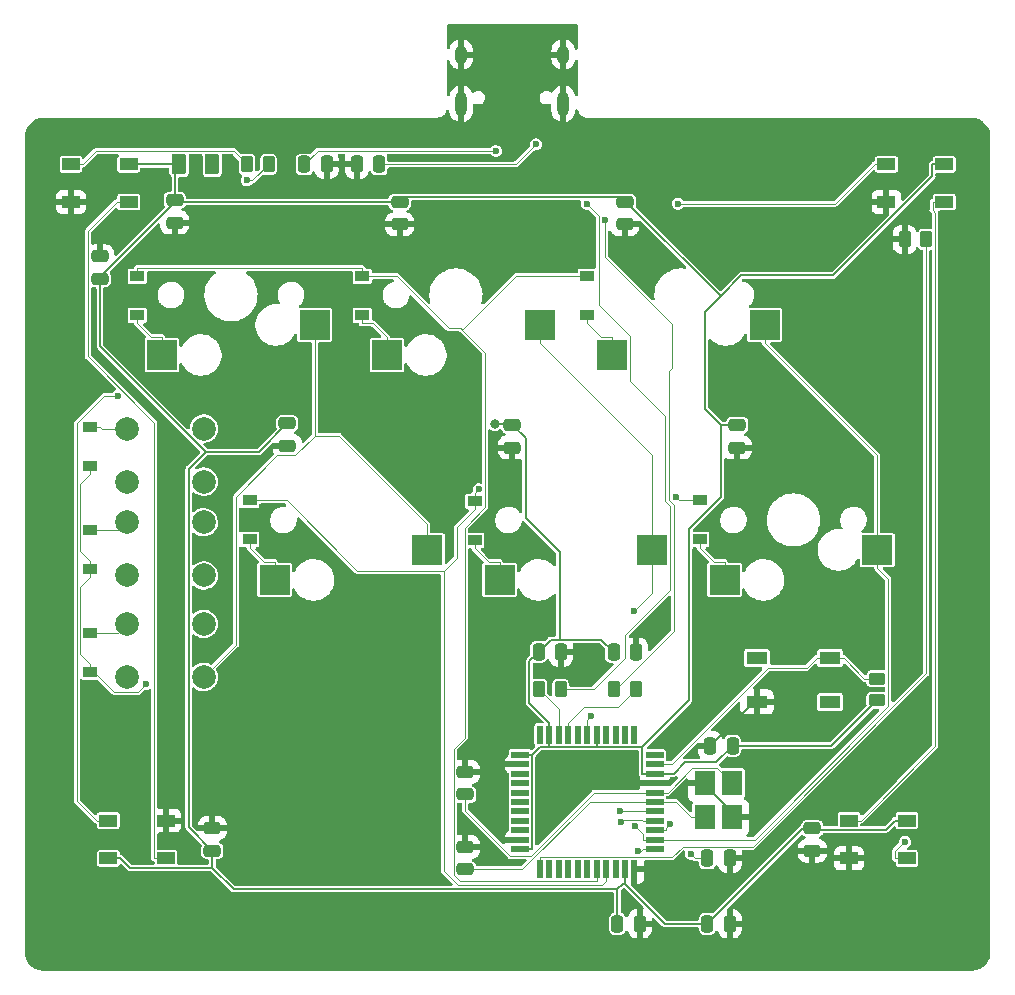
<source format=gbr>
%TF.GenerationSoftware,KiCad,Pcbnew,(6.0.5)*%
%TF.CreationDate,2022-05-27T18:29:41+07:00*%
%TF.ProjectId,atelier-alter,6174656c-6965-4722-9d61-6c7465722e6b,rev?*%
%TF.SameCoordinates,Original*%
%TF.FileFunction,Copper,L2,Bot*%
%TF.FilePolarity,Positive*%
%FSLAX46Y46*%
G04 Gerber Fmt 4.6, Leading zero omitted, Abs format (unit mm)*
G04 Created by KiCad (PCBNEW (6.0.5)) date 2022-05-27 18:29:41*
%MOMM*%
%LPD*%
G01*
G04 APERTURE LIST*
G04 Aperture macros list*
%AMRoundRect*
0 Rectangle with rounded corners*
0 $1 Rounding radius*
0 $2 $3 $4 $5 $6 $7 $8 $9 X,Y pos of 4 corners*
0 Add a 4 corners polygon primitive as box body*
4,1,4,$2,$3,$4,$5,$6,$7,$8,$9,$2,$3,0*
0 Add four circle primitives for the rounded corners*
1,1,$1+$1,$2,$3*
1,1,$1+$1,$4,$5*
1,1,$1+$1,$6,$7*
1,1,$1+$1,$8,$9*
0 Add four rect primitives between the rounded corners*
20,1,$1+$1,$2,$3,$4,$5,0*
20,1,$1+$1,$4,$5,$6,$7,0*
20,1,$1+$1,$6,$7,$8,$9,0*
20,1,$1+$1,$8,$9,$2,$3,0*%
G04 Aperture macros list end*
%TA.AperFunction,SMDPad,CuDef*%
%ADD10R,2.550000X2.500000*%
%TD*%
%TA.AperFunction,ComponentPad*%
%ADD11C,2.000000*%
%TD*%
%TA.AperFunction,ComponentPad*%
%ADD12O,1.000000X2.100000*%
%TD*%
%TA.AperFunction,ComponentPad*%
%ADD13O,1.000000X1.600000*%
%TD*%
%TA.AperFunction,SMDPad,CuDef*%
%ADD14R,1.200000X0.900000*%
%TD*%
%TA.AperFunction,SMDPad,CuDef*%
%ADD15R,1.500000X1.000000*%
%TD*%
%TA.AperFunction,SMDPad,CuDef*%
%ADD16R,0.550000X1.500000*%
%TD*%
%TA.AperFunction,SMDPad,CuDef*%
%ADD17R,1.500000X0.550000*%
%TD*%
%TA.AperFunction,SMDPad,CuDef*%
%ADD18RoundRect,0.250000X-0.250000X-0.475000X0.250000X-0.475000X0.250000X0.475000X-0.250000X0.475000X0*%
%TD*%
%TA.AperFunction,SMDPad,CuDef*%
%ADD19RoundRect,0.250000X0.475000X-0.250000X0.475000X0.250000X-0.475000X0.250000X-0.475000X-0.250000X0*%
%TD*%
%TA.AperFunction,SMDPad,CuDef*%
%ADD20RoundRect,0.250000X0.262500X0.450000X-0.262500X0.450000X-0.262500X-0.450000X0.262500X-0.450000X0*%
%TD*%
%TA.AperFunction,SMDPad,CuDef*%
%ADD21RoundRect,0.250000X0.250000X0.475000X-0.250000X0.475000X-0.250000X-0.475000X0.250000X-0.475000X0*%
%TD*%
%TA.AperFunction,SMDPad,CuDef*%
%ADD22RoundRect,0.250000X0.375000X0.625000X-0.375000X0.625000X-0.375000X-0.625000X0.375000X-0.625000X0*%
%TD*%
%TA.AperFunction,SMDPad,CuDef*%
%ADD23R,1.800000X1.100000*%
%TD*%
%TA.AperFunction,SMDPad,CuDef*%
%ADD24RoundRect,0.250000X-0.262500X-0.450000X0.262500X-0.450000X0.262500X0.450000X-0.262500X0.450000X0*%
%TD*%
%TA.AperFunction,SMDPad,CuDef*%
%ADD25RoundRect,0.250000X-0.475000X0.250000X-0.475000X-0.250000X0.475000X-0.250000X0.475000X0.250000X0*%
%TD*%
%TA.AperFunction,SMDPad,CuDef*%
%ADD26R,1.800000X2.100000*%
%TD*%
%TA.AperFunction,SMDPad,CuDef*%
%ADD27RoundRect,0.250000X-0.450000X0.262500X-0.450000X-0.262500X0.450000X-0.262500X0.450000X0.262500X0*%
%TD*%
%TA.AperFunction,ViaPad*%
%ADD28C,0.800000*%
%TD*%
%TA.AperFunction,ViaPad*%
%ADD29C,0.600000*%
%TD*%
%TA.AperFunction,Conductor*%
%ADD30C,0.150000*%
%TD*%
%TA.AperFunction,Conductor*%
%ADD31C,0.200000*%
%TD*%
%TA.AperFunction,Conductor*%
%ADD32C,0.100000*%
%TD*%
G04 APERTURE END LIST*
D10*
%TO.P,MX6,1,COL*%
%TO.N,COL3*%
X181710000Y-95346200D03*
%TO.P,MX6,2,ROW*%
%TO.N,Net-(D6-Pad2)*%
X168783000Y-97886200D03*
%TD*%
D11*
%TO.P,SW2,1,1*%
%TO.N,Net-(D17-Pad2)*%
X118193800Y-101600000D03*
X124693800Y-101600000D03*
%TO.P,SW2,2,2*%
%TO.N,COL1*%
X118193800Y-106100000D03*
X124693800Y-106100000D03*
%TD*%
D10*
%TO.P,MX5,1,COL*%
%TO.N,COL3*%
X172185000Y-76296200D03*
%TO.P,MX5,2,ROW*%
%TO.N,Net-(D5-Pad2)*%
X159258000Y-78836200D03*
%TD*%
%TO.P,MX4,1,COL*%
%TO.N,COL2*%
X162660000Y-95346200D03*
%TO.P,MX4,2,ROW*%
%TO.N,Net-(D4-Pad2)*%
X149733000Y-97886200D03*
%TD*%
D11*
%TO.P,SW3,1,1*%
%TO.N,Net-(D18-Pad2)*%
X118193800Y-85062500D03*
X124693800Y-85062500D03*
%TO.P,SW3,2,2*%
%TO.N,COL2*%
X118193800Y-89562500D03*
X124693800Y-89562500D03*
%TD*%
D10*
%TO.P,MX3,1,COL*%
%TO.N,COL2*%
X153135000Y-76296200D03*
%TO.P,MX3,2,ROW*%
%TO.N,Net-(D3-Pad2)*%
X140208000Y-78836200D03*
%TD*%
%TO.P,MX1,1,COL*%
%TO.N,COL1*%
X134085000Y-76296200D03*
%TO.P,MX1,2,ROW*%
%TO.N,Net-(D1-Pad2)*%
X121158000Y-78836200D03*
%TD*%
D12*
%TO.P,USB1,13,SHIELD*%
%TO.N,GND*%
X155132500Y-57580000D03*
D13*
X146492500Y-53400000D03*
D12*
X146492500Y-57580000D03*
D13*
X155132500Y-53400000D03*
%TD*%
D11*
%TO.P,SW4,1,1*%
%TO.N,Net-(D19-Pad2)*%
X118193800Y-93000000D03*
X124693800Y-93000000D03*
%TO.P,SW4,2,2*%
%TO.N,COL3*%
X124693800Y-97500000D03*
X118193800Y-97500000D03*
%TD*%
D10*
%TO.P,MX2,1,COL*%
%TO.N,COL1*%
X143610000Y-95346200D03*
%TO.P,MX2,2,ROW*%
%TO.N,Net-(D2-Pad2)*%
X130683000Y-97886200D03*
%TD*%
D14*
%TO.P,D5,1,K*%
%TO.N,ROW1*%
X157162500Y-72168700D03*
%TO.P,D5,2,A*%
%TO.N,Net-(D5-Pad2)*%
X157162500Y-75468700D03*
%TD*%
D15*
%TO.P,D10,1,VSS*%
%TO.N,GND*%
X179318800Y-121456200D03*
%TO.P,D10,2,DIN*%
%TO.N,Net-(D10-Pad2)*%
X179318800Y-118256200D03*
%TO.P,D10,3,VDD*%
%TO.N,+5V*%
X184218800Y-118256200D03*
%TO.P,D10,4,DOUT*%
%TO.N,D21*%
X184218800Y-121456200D03*
%TD*%
D16*
%TO.P,U1,1,PE6*%
%TO.N,unconnected-(U1-Pad1)*%
X153162500Y-110981200D03*
%TO.P,U1,2,UVCC*%
%TO.N,+5V*%
X153962500Y-110981200D03*
%TO.P,U1,3,D-*%
%TO.N,Net-(R1-Pad2)*%
X154762500Y-110981200D03*
%TO.P,U1,4,D+*%
%TO.N,Net-(R2-Pad2)*%
X155562500Y-110981200D03*
%TO.P,U1,5,UGND*%
%TO.N,GND*%
X156362500Y-110981200D03*
%TO.P,U1,6,UCAP*%
%TO.N,Net-(C2-Pad2)*%
X157162500Y-110981200D03*
%TO.P,U1,7,VBUS*%
%TO.N,+5V*%
X157962500Y-110981200D03*
%TO.P,U1,8,PB0*%
%TO.N,unconnected-(U1-Pad8)*%
X158762500Y-110981200D03*
%TO.P,U1,9,PB1*%
%TO.N,unconnected-(U1-Pad9)*%
X159562500Y-110981200D03*
%TO.P,U1,10,PB2*%
%TO.N,unconnected-(U1-Pad10)*%
X160362500Y-110981200D03*
%TO.P,U1,11,PB3*%
%TO.N,unconnected-(U1-Pad11)*%
X161162500Y-110981200D03*
D17*
%TO.P,U1,12,PB7*%
%TO.N,unconnected-(U1-Pad12)*%
X162862500Y-112681200D03*
%TO.P,U1,13,~{RESET}*%
%TO.N,Net-(R3-Pad1)*%
X162862500Y-113481200D03*
%TO.P,U1,14,VCC*%
%TO.N,+5V*%
X162862500Y-114281200D03*
%TO.P,U1,15,GND*%
%TO.N,GND*%
X162862500Y-115081200D03*
%TO.P,U1,16,XTAL2*%
%TO.N,Net-(C4-Pad2)*%
X162862500Y-115881200D03*
%TO.P,U1,17,XTAL1*%
%TO.N,Net-(C3-Pad2)*%
X162862500Y-116681200D03*
%TO.P,U1,18,PD0*%
%TO.N,RGB*%
X162862500Y-117481200D03*
%TO.P,U1,19,PD1*%
%TO.N,COL1*%
X162862500Y-118281200D03*
%TO.P,U1,20,PD2*%
%TO.N,COL2*%
X162862500Y-119081200D03*
%TO.P,U1,21,PD3*%
%TO.N,COL3*%
X162862500Y-119881200D03*
%TO.P,U1,22,PD5*%
%TO.N,ROW3*%
X162862500Y-120681200D03*
D16*
%TO.P,U1,23,GND*%
%TO.N,GND*%
X161162500Y-122381200D03*
%TO.P,U1,24,AVCC*%
%TO.N,+5V*%
X160362500Y-122381200D03*
%TO.P,U1,25,PD4*%
%TO.N,unconnected-(U1-Pad25)*%
X159562500Y-122381200D03*
%TO.P,U1,26,PD6*%
%TO.N,ROW2*%
X158762500Y-122381200D03*
%TO.P,U1,27,PD7*%
%TO.N,ROW1*%
X157962500Y-122381200D03*
%TO.P,U1,28,PB4*%
%TO.N,unconnected-(U1-Pad28)*%
X157162500Y-122381200D03*
%TO.P,U1,29,PB5*%
%TO.N,unconnected-(U1-Pad29)*%
X156362500Y-122381200D03*
%TO.P,U1,30,PB6*%
%TO.N,unconnected-(U1-Pad30)*%
X155562500Y-122381200D03*
%TO.P,U1,31,PC6*%
%TO.N,unconnected-(U1-Pad31)*%
X154762500Y-122381200D03*
%TO.P,U1,32,PC7*%
%TO.N,unconnected-(U1-Pad32)*%
X153962500Y-122381200D03*
%TO.P,U1,33,~{HWB}/PE2*%
%TO.N,Net-(R4-Pad1)*%
X153162500Y-122381200D03*
D17*
%TO.P,U1,34,VCC*%
%TO.N,+5V*%
X151462500Y-120681200D03*
%TO.P,U1,35,GND*%
%TO.N,GND*%
X151462500Y-119881200D03*
%TO.P,U1,36,PF7*%
%TO.N,unconnected-(U1-Pad36)*%
X151462500Y-119081200D03*
%TO.P,U1,37,PF6*%
%TO.N,unconnected-(U1-Pad37)*%
X151462500Y-118281200D03*
%TO.P,U1,38,PF5*%
%TO.N,unconnected-(U1-Pad38)*%
X151462500Y-117481200D03*
%TO.P,U1,39,PF4*%
%TO.N,unconnected-(U1-Pad39)*%
X151462500Y-116681200D03*
%TO.P,U1,40,PF1*%
%TO.N,unconnected-(U1-Pad40)*%
X151462500Y-115881200D03*
%TO.P,U1,41,PF0*%
%TO.N,unconnected-(U1-Pad41)*%
X151462500Y-115081200D03*
%TO.P,U1,42,AREF*%
%TO.N,unconnected-(U1-Pad42)*%
X151462500Y-114281200D03*
%TO.P,U1,43,GND*%
%TO.N,GND*%
X151462500Y-113481200D03*
%TO.P,U1,44,AVCC*%
%TO.N,+5V*%
X151462500Y-112681200D03*
%TD*%
D18*
%TO.P,C7,1*%
%TO.N,+5V*%
X159709100Y-127000000D03*
%TO.P,C7,2*%
%TO.N,GND*%
X161609100Y-127000000D03*
%TD*%
D19*
%TO.P,C14,1*%
%TO.N,GND*%
X141287500Y-67781200D03*
%TO.P,C14,2*%
%TO.N,+5V*%
X141287500Y-65881200D03*
%TD*%
D20*
%TO.P,R4,1*%
%TO.N,Net-(R4-Pad1)*%
X185856300Y-69056200D03*
%TO.P,R4,2*%
%TO.N,GND*%
X184031300Y-69056200D03*
%TD*%
D14*
%TO.P,D1,1,K*%
%TO.N,ROW1*%
X119062500Y-72168700D03*
%TO.P,D1,2,A*%
%TO.N,Net-(D1-Pad2)*%
X119062500Y-75468700D03*
%TD*%
D19*
%TO.P,C17,1*%
%TO.N,GND*%
X169862500Y-86675000D03*
%TO.P,C17,2*%
%TO.N,+5V*%
X169862500Y-84775000D03*
%TD*%
D21*
%TO.P,R7,1*%
%TO.N,GND*%
X135093800Y-62706200D03*
%TO.P,R7,2*%
%TO.N,Net-(R7-Pad2)*%
X133193800Y-62706200D03*
%TD*%
D22*
%TO.P,F1,1*%
%TO.N,VCC*%
X125412500Y-62706200D03*
%TO.P,F1,2*%
%TO.N,+5V*%
X122612500Y-62706200D03*
%TD*%
D20*
%TO.P,R1,1*%
%TO.N,D-*%
X154900000Y-107156200D03*
%TO.P,R1,2*%
%TO.N,Net-(R1-Pad2)*%
X153075000Y-107156200D03*
%TD*%
D23*
%TO.P,SW1,1,1*%
%TO.N,GND*%
X171525000Y-108212500D03*
%TO.P,SW1,2,2*%
%TO.N,Net-(R3-Pad1)*%
X177725000Y-104512500D03*
%TO.P,SW1,3*%
%TO.N,N/C*%
X171525000Y-104512500D03*
%TO.P,SW1,4*%
X177725000Y-108212500D03*
%TD*%
D24*
%TO.P,R2,1*%
%TO.N,D+*%
X159425000Y-107156200D03*
%TO.P,R2,2*%
%TO.N,Net-(R2-Pad2)*%
X161250000Y-107156200D03*
%TD*%
D19*
%TO.P,C9,1*%
%TO.N,+5V*%
X125412500Y-120806200D03*
%TO.P,C9,2*%
%TO.N,GND*%
X125412500Y-118906200D03*
%TD*%
%TO.P,C15,1*%
%TO.N,GND*%
X150812500Y-86675000D03*
%TO.P,C15,2*%
%TO.N,+5V*%
X150812500Y-84775000D03*
%TD*%
D14*
%TO.P,D4,1,K*%
%TO.N,ROW2*%
X147637500Y-91218700D03*
%TO.P,D4,2,A*%
%TO.N,Net-(D4-Pad2)*%
X147637500Y-94518700D03*
%TD*%
%TO.P,D17,1,K*%
%TO.N,ROW3*%
X115093800Y-105693700D03*
%TO.P,D17,2,A*%
%TO.N,Net-(D17-Pad2)*%
X115093800Y-102393700D03*
%TD*%
D18*
%TO.P,C5,1*%
%TO.N,+5V*%
X153037500Y-103981200D03*
%TO.P,C5,2*%
%TO.N,GND*%
X154937500Y-103981200D03*
%TD*%
D15*
%TO.P,D9,1,VSS*%
%TO.N,GND*%
X182493800Y-65893700D03*
%TO.P,D9,2,DIN*%
%TO.N,D12*%
X182493800Y-62693700D03*
%TO.P,D9,3,VDD*%
%TO.N,+5V*%
X187393800Y-62693700D03*
%TO.P,D9,4,DOUT*%
%TO.N,Net-(D10-Pad2)*%
X187393800Y-65893700D03*
%TD*%
D18*
%TO.P,C6,1*%
%TO.N,+5V*%
X159387500Y-103981200D03*
%TO.P,C6,2*%
%TO.N,GND*%
X161287500Y-103981200D03*
%TD*%
D25*
%TO.P,C4,1*%
%TO.N,GND*%
X146843800Y-114143700D03*
%TO.P,C4,2*%
%TO.N,Net-(C4-Pad2)*%
X146843800Y-116043700D03*
%TD*%
D18*
%TO.P,R6,1*%
%TO.N,GND*%
X137643800Y-62706200D03*
%TO.P,R6,2*%
%TO.N,Net-(R6-Pad2)*%
X139543800Y-62706200D03*
%TD*%
D14*
%TO.P,D19,1,K*%
%TO.N,ROW3*%
X115093800Y-96962500D03*
%TO.P,D19,2,A*%
%TO.N,Net-(D19-Pad2)*%
X115093800Y-93662500D03*
%TD*%
D15*
%TO.P,D7,1,VSS*%
%TO.N,GND*%
X113437500Y-65893700D03*
%TO.P,D7,2,DIN*%
%TO.N,Net-(D7-Pad2)*%
X113437500Y-62693700D03*
%TO.P,D7,3,VDD*%
%TO.N,+5V*%
X118337500Y-62693700D03*
%TO.P,D7,4,DOUT*%
%TO.N,Net-(D7-Pad4)*%
X118337500Y-65893700D03*
%TD*%
D19*
%TO.P,C8,1*%
%TO.N,+5V*%
X115887500Y-72387500D03*
%TO.P,C8,2*%
%TO.N,GND*%
X115887500Y-70487500D03*
%TD*%
D14*
%TO.P,D2,1,K*%
%TO.N,ROW2*%
X128587500Y-91156200D03*
%TO.P,D2,2,A*%
%TO.N,Net-(D2-Pad2)*%
X128587500Y-94456200D03*
%TD*%
D25*
%TO.P,C11,1*%
%TO.N,+5V*%
X176212500Y-118906200D03*
%TO.P,C11,2*%
%TO.N,GND*%
X176212500Y-120806200D03*
%TD*%
D15*
%TO.P,D8,1,VSS*%
%TO.N,GND*%
X121512500Y-118256200D03*
%TO.P,D8,2,DIN*%
%TO.N,Net-(D7-Pad4)*%
X121512500Y-121456200D03*
%TO.P,D8,3,VDD*%
%TO.N,+5V*%
X116612500Y-121456200D03*
%TO.P,D8,4,DOUT*%
%TO.N,D11*%
X116612500Y-118256200D03*
%TD*%
D19*
%TO.P,C13,1*%
%TO.N,GND*%
X131762500Y-86518700D03*
%TO.P,C13,2*%
%TO.N,+5V*%
X131762500Y-84618700D03*
%TD*%
D20*
%TO.P,R5,1*%
%TO.N,RGB*%
X130175000Y-62706200D03*
%TO.P,R5,2*%
%TO.N,Net-(D7-Pad2)*%
X128350000Y-62706200D03*
%TD*%
D21*
%TO.P,C1,1*%
%TO.N,+5V*%
X169462500Y-111918700D03*
%TO.P,C1,2*%
%TO.N,GND*%
X167562500Y-111918700D03*
%TD*%
D14*
%TO.P,D3,1,K*%
%TO.N,ROW1*%
X138112500Y-72168700D03*
%TO.P,D3,2,A*%
%TO.N,Net-(D3-Pad2)*%
X138112500Y-75468700D03*
%TD*%
D18*
%TO.P,C10,1*%
%TO.N,+5V*%
X167325000Y-127000000D03*
%TO.P,C10,2*%
%TO.N,GND*%
X169225000Y-127000000D03*
%TD*%
D26*
%TO.P,Y1,1,1*%
%TO.N,Net-(C4-Pad2)*%
X169425000Y-115093700D03*
%TO.P,Y1,2,2*%
%TO.N,GND*%
X169425000Y-117993700D03*
%TO.P,Y1,3,3*%
%TO.N,Net-(C3-Pad2)*%
X167125000Y-117993700D03*
%TO.P,Y1,4,4*%
%TO.N,GND*%
X167125000Y-115093700D03*
%TD*%
D14*
%TO.P,D18,1,K*%
%TO.N,ROW3*%
X115093800Y-88231200D03*
%TO.P,D18,2,A*%
%TO.N,Net-(D18-Pad2)*%
X115093800Y-84931200D03*
%TD*%
%TO.P,D6,1,K*%
%TO.N,ROW2*%
X166687500Y-91156200D03*
%TO.P,D6,2,A*%
%TO.N,Net-(D6-Pad2)*%
X166687500Y-94456200D03*
%TD*%
D27*
%TO.P,R3,1*%
%TO.N,Net-(R3-Pad1)*%
X181688800Y-106243700D03*
%TO.P,R3,2*%
%TO.N,+5V*%
X181688800Y-108068700D03*
%TD*%
D19*
%TO.P,C16,1*%
%TO.N,GND*%
X160337500Y-67781200D03*
%TO.P,C16,2*%
%TO.N,+5V*%
X160337500Y-65881200D03*
%TD*%
%TO.P,C12,1*%
%TO.N,GND*%
X122237500Y-67625000D03*
%TO.P,C12,2*%
%TO.N,+5V*%
X122237500Y-65725000D03*
%TD*%
D21*
%TO.P,C2,1*%
%TO.N,GND*%
X169225000Y-121443700D03*
%TO.P,C2,2*%
%TO.N,Net-(C2-Pad2)*%
X167325000Y-121443700D03*
%TD*%
D25*
%TO.P,C3,1*%
%TO.N,GND*%
X146843800Y-120493700D03*
%TO.P,C3,2*%
%TO.N,Net-(C3-Pad2)*%
X146843800Y-122393700D03*
%TD*%
D28*
%TO.N,+5V*%
X149332000Y-84658200D03*
D29*
%TO.N,Net-(C2-Pad2)*%
X165937500Y-121062600D03*
X157514000Y-109382000D03*
%TO.N,ROW2*%
X164648800Y-90867500D03*
X147977200Y-90205800D03*
%TO.N,COL1*%
X160046100Y-118358900D03*
%TO.N,COL2*%
X161156500Y-100494300D03*
X164188900Y-118522300D03*
%TO.N,COL3*%
X161229300Y-118750200D03*
%TO.N,D-*%
X157128900Y-66050900D03*
%TO.N,D+*%
X158690300Y-67411600D03*
%TO.N,D11*%
X117420300Y-82295300D03*
%TO.N,ROW3*%
X119828000Y-106702700D03*
X161498400Y-120829800D03*
%TO.N,D12*%
X164845600Y-66020800D03*
%TO.N,D21*%
X184076500Y-120059200D03*
%TO.N,RGB*%
X128340200Y-64063100D03*
X159975400Y-117431800D03*
%TO.N,Net-(R6-Pad2)*%
X152821900Y-61007500D03*
%TO.N,Net-(R7-Pad2)*%
X149426800Y-61562600D03*
%TD*%
D30*
%TO.N,+5V*%
X123418400Y-118812100D02*
X123418400Y-88464000D01*
X127215300Y-124059900D02*
X125412500Y-122257100D01*
X119375300Y-62706200D02*
X122237500Y-62706200D01*
X182418200Y-119031500D02*
X176337800Y-119031500D01*
X177992900Y-72094600D02*
X186368500Y-63719000D01*
X123418400Y-88464000D02*
X124848900Y-87033500D01*
X115887500Y-72231200D02*
X115887500Y-72387500D01*
X165432800Y-113317900D02*
X168063300Y-113317900D01*
X152269000Y-104749700D02*
X153037500Y-103981200D01*
X153962500Y-111406200D02*
X153962500Y-112006500D01*
X118337500Y-62693700D02*
X119362800Y-62693700D01*
X168498600Y-84775000D02*
X167134700Y-83411100D01*
X165786300Y-108057400D02*
X165786300Y-93566800D01*
X160362500Y-122381200D02*
X160362500Y-123406500D01*
X122237500Y-65725000D02*
X122237500Y-65881200D01*
X151462500Y-120681200D02*
X152487800Y-120681200D01*
X157962500Y-112006500D02*
X153962500Y-112006500D01*
X115887500Y-72387500D02*
X115887500Y-78072100D01*
X169462500Y-111918700D02*
X177838800Y-111918700D01*
X167134700Y-83411100D02*
X167134700Y-75174500D01*
X151936100Y-85898600D02*
X150812500Y-84775000D01*
X122237500Y-62706200D02*
X122612500Y-62706200D01*
X154819600Y-102952300D02*
X158358600Y-102952300D01*
X164469500Y-114281200D02*
X165432800Y-113317900D01*
X153962500Y-110981200D02*
X153962500Y-109955900D01*
X168449600Y-73859600D02*
X170214600Y-72094600D01*
X122237500Y-65881200D02*
X115887500Y-72231200D01*
X161834400Y-114278400D02*
X161837200Y-114281200D01*
X177838800Y-111918700D02*
X181688800Y-108068700D01*
X157962500Y-110981200D02*
X157962500Y-112006500D01*
X116612500Y-121456200D02*
X117637800Y-121456200D01*
X153962500Y-112006500D02*
X153162500Y-112006500D01*
X122237500Y-62706200D02*
X122237500Y-65725000D01*
X160337500Y-65881200D02*
X159931900Y-65475600D01*
X163748600Y-127000000D02*
X167325000Y-127000000D01*
X162862500Y-114281200D02*
X164469500Y-114281200D01*
X161834400Y-112009300D02*
X161834400Y-114278400D01*
X153962500Y-109955900D02*
X152269000Y-108262400D01*
X157965300Y-112009300D02*
X157962500Y-112006500D01*
X153162500Y-112006500D02*
X152487800Y-112681200D01*
X167134700Y-75174500D02*
X168449600Y-73859600D01*
X162349900Y-114281200D02*
X161837200Y-114281200D01*
X167325000Y-127000000D02*
X175418800Y-118906200D01*
X151462500Y-112681200D02*
X152487800Y-112681200D01*
X125412500Y-122257100D02*
X118438700Y-122257100D01*
X153037500Y-103981200D02*
X154066400Y-102952300D01*
X187393800Y-62693700D02*
X186368500Y-62693700D01*
X170214600Y-72094600D02*
X177992900Y-72094600D01*
X154066400Y-102952300D02*
X154819600Y-102952300D01*
X186368500Y-63719000D02*
X186368500Y-62693700D01*
X175418800Y-118906200D02*
X176212500Y-118906200D01*
X141693100Y-65475600D02*
X141287500Y-65881200D01*
X119362800Y-62693700D02*
X119375300Y-62706200D01*
X168449600Y-73859600D02*
X160471200Y-65881200D01*
X149332000Y-84658200D02*
X150695700Y-84658200D01*
X125412500Y-122257100D02*
X125412500Y-120806200D01*
X159709100Y-127000000D02*
X159709100Y-124059900D01*
X159709100Y-124059900D02*
X160155100Y-123613900D01*
X122237500Y-65881200D02*
X141287500Y-65881200D01*
X165786300Y-93566800D02*
X168498600Y-90854500D01*
X161834400Y-112009300D02*
X165786300Y-108057400D01*
X118438700Y-122257100D02*
X117637800Y-121456200D01*
X160471200Y-65881200D02*
X160337500Y-65881200D01*
X153962500Y-111406200D02*
X153962500Y-110981200D01*
X176337800Y-119031500D02*
X176212500Y-118906200D01*
X183193500Y-118256200D02*
X182418200Y-119031500D01*
X160155100Y-123613900D02*
X160362500Y-123613900D01*
X159709100Y-124059900D02*
X127215300Y-124059900D01*
X160362500Y-123406500D02*
X160362500Y-123613900D01*
X168498600Y-90854500D02*
X168498600Y-84775000D01*
X115887500Y-78072100D02*
X124848900Y-87033500D01*
X162349900Y-114281200D02*
X162862500Y-114281200D01*
X124848900Y-87033500D02*
X129347700Y-87033500D01*
X151936100Y-92620300D02*
X151936100Y-85898600D01*
X161834400Y-112009300D02*
X157965300Y-112009300D01*
X160362500Y-123613900D02*
X163748600Y-127000000D01*
X154819600Y-95503800D02*
X151936100Y-92620300D01*
X152269000Y-108262400D02*
X152269000Y-104749700D01*
X150695700Y-84658200D02*
X150812500Y-84775000D01*
X168063300Y-113317900D02*
X169462500Y-111918700D01*
X159931900Y-65475600D02*
X141693100Y-65475600D01*
X125412500Y-120806200D02*
X123418400Y-118812100D01*
X129347700Y-87033500D02*
X131762500Y-84618700D01*
X184218800Y-118256200D02*
X183193500Y-118256200D01*
X169862500Y-84775000D02*
X168498600Y-84775000D01*
X154819600Y-102952300D02*
X154819600Y-95503800D01*
X152487800Y-120681200D02*
X152487800Y-112681200D01*
X158358600Y-102952300D02*
X159387500Y-103981200D01*
D31*
%TO.N,GND*%
X169425000Y-117543700D02*
X169425000Y-117993700D01*
X167562500Y-111918700D02*
X171268700Y-108212500D01*
X167125000Y-115243700D02*
X169425000Y-117543700D01*
X167125000Y-115093700D02*
X167125000Y-115243700D01*
X171268700Y-108212500D02*
X171525000Y-108212500D01*
D32*
%TO.N,Net-(C2-Pad2)*%
X157514000Y-109382000D02*
X157162500Y-109733500D01*
X167325000Y-121443700D02*
X166318600Y-121443700D01*
X166318600Y-121443700D02*
X165937500Y-121062600D01*
X157162500Y-109733500D02*
X157162500Y-110981200D01*
%TO.N,Net-(C3-Pad2)*%
X164662200Y-116681200D02*
X162862500Y-116681200D01*
X165974700Y-117993700D02*
X164662200Y-116681200D01*
X146843800Y-122393700D02*
X151660400Y-122393700D01*
X167125000Y-117993700D02*
X165974700Y-117993700D01*
X151660400Y-122393700D02*
X157372900Y-116681200D01*
X157372900Y-116681200D02*
X162862500Y-116681200D01*
%TO.N,Net-(C4-Pad2)*%
X163969700Y-115881200D02*
X162862500Y-115881200D01*
X169425000Y-115093700D02*
X169425000Y-115089700D01*
X166057600Y-113793300D02*
X163969700Y-115881200D01*
X169425000Y-115089700D02*
X168128600Y-113793300D01*
X162862500Y-115881200D02*
X157748000Y-115881200D01*
X168128600Y-113793300D02*
X166057600Y-113793300D01*
X152388500Y-121240700D02*
X150631900Y-121240700D01*
X157748000Y-115881200D02*
X152388500Y-121240700D01*
X146843800Y-117452600D02*
X146843800Y-116043700D01*
X150631900Y-121240700D02*
X146843800Y-117452600D01*
%TO.N,ROW1*%
X145862300Y-112176200D02*
X145862300Y-122882300D01*
X138112500Y-72168700D02*
X138962800Y-72168700D01*
X146582300Y-76708400D02*
X148528400Y-78654600D01*
X157162500Y-72168700D02*
X151122000Y-72168700D01*
X145862300Y-122882300D02*
X146361500Y-123381500D01*
X145436100Y-76578700D02*
X146452500Y-76578700D01*
X157962500Y-122381200D02*
X157962500Y-123381500D01*
X138112500Y-71468400D02*
X119062500Y-71468400D01*
X119062500Y-72168700D02*
X119062500Y-71468400D01*
X138962800Y-72168700D02*
X141026100Y-72168700D01*
X146787200Y-111251300D02*
X145862300Y-112176200D01*
X141026100Y-72168700D02*
X145436100Y-76578700D01*
X146787200Y-93475000D02*
X146787200Y-111251300D01*
X151122000Y-72168700D02*
X146582300Y-76708400D01*
X148528400Y-91733800D02*
X146787200Y-93475000D01*
X146452500Y-76578700D02*
X146582300Y-76708400D01*
X138112500Y-72168700D02*
X138112500Y-71468400D01*
X148528400Y-78654600D02*
X148528400Y-91733800D01*
X146361500Y-123381500D02*
X157962500Y-123381500D01*
%TO.N,Net-(D1-Pad2)*%
X119062500Y-75468700D02*
X119062500Y-76169000D01*
X121158000Y-78836200D02*
X121158000Y-77335900D01*
X120229400Y-77335900D02*
X121158000Y-77335900D01*
X119062500Y-76169000D02*
X120229400Y-77335900D01*
%TO.N,ROW2*%
X147637500Y-91524900D02*
X147637500Y-91218700D01*
X145029000Y-97100300D02*
X137645100Y-97100300D01*
X146140900Y-93415600D02*
X146140900Y-95988400D01*
X147637500Y-91218700D02*
X147637500Y-90518400D01*
X147637500Y-91919000D02*
X146140900Y-93415600D01*
X146238800Y-123734500D02*
X145029000Y-122524700D01*
X147664600Y-90518400D02*
X147637500Y-90518400D01*
X137645100Y-97100300D02*
X131701000Y-91156200D01*
X145029000Y-122524700D02*
X145029000Y-97100300D01*
X147637500Y-91524900D02*
X147637500Y-91919000D01*
X147977200Y-90205800D02*
X147664600Y-90518400D01*
X158409500Y-123734500D02*
X146238800Y-123734500D01*
X131701000Y-91156200D02*
X128587500Y-91156200D01*
X166687500Y-91156200D02*
X164937500Y-91156200D01*
X164937500Y-91156200D02*
X164648800Y-90867500D01*
X158762500Y-123381500D02*
X158409500Y-123734500D01*
X146140900Y-95988400D02*
X145029000Y-97100300D01*
X158762500Y-122381200D02*
X158762500Y-123381500D01*
%TO.N,Net-(D2-Pad2)*%
X129816900Y-96385900D02*
X130683000Y-96385900D01*
X128587500Y-94456200D02*
X128587500Y-95156500D01*
X130683000Y-97886200D02*
X130683000Y-96385900D01*
X128587500Y-95156500D02*
X129816900Y-96385900D01*
%TO.N,Net-(D3-Pad2)*%
X138112500Y-76169000D02*
X139041100Y-76169000D01*
X140208000Y-78836200D02*
X140208000Y-77335900D01*
X139041100Y-76169000D02*
X140208000Y-77335900D01*
X138112500Y-75468700D02*
X138112500Y-76169000D01*
%TO.N,Net-(D4-Pad2)*%
X148804400Y-96385900D02*
X149733000Y-96385900D01*
X147637500Y-94518700D02*
X147637500Y-95219000D01*
X147637500Y-95219000D02*
X148804400Y-96385900D01*
X149733000Y-97886200D02*
X149733000Y-96385900D01*
%TO.N,Net-(D5-Pad2)*%
X158329400Y-77335900D02*
X159258000Y-77335900D01*
X157162500Y-76169000D02*
X158329400Y-77335900D01*
X157162500Y-75468700D02*
X157162500Y-76169000D01*
X159258000Y-78836200D02*
X159258000Y-77335900D01*
%TO.N,Net-(D6-Pad2)*%
X166687500Y-94456200D02*
X166687500Y-95156500D01*
X167916900Y-96385900D02*
X168783000Y-96385900D01*
X168783000Y-97886200D02*
X168783000Y-96385900D01*
X166687500Y-95156500D02*
X167916900Y-96385900D01*
%TO.N,COL1*%
X132437100Y-87346400D02*
X134085000Y-85698500D01*
X143610000Y-95346200D02*
X143610000Y-93161900D01*
X130929000Y-87346400D02*
X132437100Y-87346400D01*
X124693800Y-106100000D02*
X127430200Y-103363600D01*
X143610000Y-93161900D02*
X136146600Y-85698500D01*
X127430200Y-90845200D02*
X130929000Y-87346400D01*
X161862200Y-118281200D02*
X161780900Y-118199900D01*
X161780900Y-118199900D02*
X160205100Y-118199900D01*
X160205100Y-118199900D02*
X160046100Y-118358900D01*
X136146600Y-85698500D02*
X134085000Y-85698500D01*
X127430200Y-103363600D02*
X127430200Y-90845200D01*
X162862500Y-118281200D02*
X161862200Y-118281200D01*
X134085000Y-85698500D02*
X134085000Y-76296200D01*
%TO.N,COL2*%
X161156500Y-100494300D02*
X162660000Y-98990800D01*
X162660000Y-87321500D02*
X162660000Y-95346200D01*
X162862500Y-119081200D02*
X163862800Y-119081200D01*
X153135000Y-77796500D02*
X162660000Y-87321500D01*
X153135000Y-76296200D02*
X153135000Y-77796500D01*
X163862800Y-118848400D02*
X164188900Y-118522300D01*
X163862800Y-119081200D02*
X163862800Y-118848400D01*
X162660000Y-98990800D02*
X162660000Y-95346200D01*
%TO.N,COL3*%
X171330500Y-119881200D02*
X163862800Y-119881200D01*
X182647600Y-97784100D02*
X182647600Y-108564100D01*
X172185000Y-76296200D02*
X172185000Y-77796500D01*
X163362700Y-119881200D02*
X163862800Y-119881200D01*
X163362700Y-119881200D02*
X162862500Y-119881200D01*
X181710000Y-95346200D02*
X181710000Y-87321500D01*
X182647600Y-108564100D02*
X171330500Y-119881200D01*
X181710000Y-96846500D02*
X182647600Y-97784100D01*
X161862200Y-119383100D02*
X161229300Y-118750200D01*
X181710000Y-87321500D02*
X172185000Y-77796500D01*
X181710000Y-95346200D02*
X181710000Y-96846500D01*
X161862200Y-119881200D02*
X161862200Y-119383100D01*
X162862500Y-119881200D02*
X161862200Y-119881200D01*
%TO.N,D-*%
X164195300Y-91640000D02*
X163771600Y-91216300D01*
X158133600Y-67055600D02*
X157128900Y-66050900D01*
X163771600Y-91216300D02*
X163771600Y-84013700D01*
X160373700Y-102560400D02*
X164195300Y-98738800D01*
X163771600Y-84013700D02*
X160783500Y-81025600D01*
X160783500Y-81025600D02*
X160783500Y-77254300D01*
X160373700Y-104483500D02*
X160373700Y-102560400D01*
X154900000Y-107156200D02*
X157701000Y-107156200D01*
X160783500Y-77254300D02*
X158133600Y-74604400D01*
X158133600Y-74604400D02*
X158133600Y-67055600D01*
X157701000Y-107156200D02*
X160373700Y-104483500D01*
X164195300Y-98738800D02*
X164195300Y-91640000D01*
%TO.N,Net-(R1-Pad2)*%
X154762500Y-108843700D02*
X154762500Y-110981200D01*
X153075000Y-107156200D02*
X154762500Y-108843700D01*
%TO.N,D+*%
X159425000Y-107156200D02*
X159585800Y-107156200D01*
X164498300Y-102243700D02*
X164498300Y-91518100D01*
X164072000Y-91091800D02*
X164072000Y-80198600D01*
X164356500Y-79914100D02*
X164356500Y-76232100D01*
X164498300Y-91518100D02*
X164072000Y-91091800D01*
X164356500Y-76232100D02*
X158690300Y-70565900D01*
X158690300Y-70565900D02*
X158690300Y-67411600D01*
X164072000Y-80198600D02*
X164356500Y-79914100D01*
X159585800Y-107156200D02*
X164498300Y-102243700D01*
%TO.N,Net-(R2-Pad2)*%
X155562500Y-110981200D02*
X155562500Y-109980900D01*
X161250000Y-107156200D02*
X159742600Y-108663600D01*
X159742600Y-108663600D02*
X156879800Y-108663600D01*
X156879800Y-108663600D02*
X155562500Y-109980900D01*
%TO.N,Net-(R3-Pad1)*%
X172473500Y-105312800D02*
X164305100Y-113481200D01*
X181688800Y-106243700D02*
X180606500Y-106243700D01*
X177725000Y-104512500D02*
X176574700Y-104512500D01*
X180606500Y-106243700D02*
X178875300Y-104512500D01*
X177725000Y-104512500D02*
X178875300Y-104512500D01*
X176574700Y-104512500D02*
X175774400Y-105312800D01*
X164305100Y-113481200D02*
X162862500Y-113481200D01*
X175774400Y-105312800D02*
X172473500Y-105312800D01*
%TO.N,Net-(R4-Pad1)*%
X153162500Y-122381200D02*
X153162500Y-121380900D01*
X164312700Y-121380900D02*
X153162500Y-121380900D01*
X185856300Y-69056200D02*
X185856300Y-105793800D01*
X165237200Y-120456400D02*
X164312700Y-121380900D01*
X171193700Y-120456400D02*
X165237200Y-120456400D01*
X185856300Y-105793800D02*
X171193700Y-120456400D01*
%TO.N,D11*%
X113930300Y-116574300D02*
X113930300Y-84630800D01*
X113930300Y-84630800D02*
X116265800Y-82295300D01*
X116265800Y-82295300D02*
X117420300Y-82295300D01*
X115612200Y-118256200D02*
X113930300Y-116574300D01*
X116612500Y-118256200D02*
X115612200Y-118256200D01*
%TO.N,ROW3*%
X114243400Y-104143000D02*
X115093800Y-104993400D01*
X161498400Y-120829800D02*
X161713600Y-120829800D01*
X115093800Y-105346800D02*
X117114900Y-107367900D01*
X117114900Y-107367900D02*
X119162800Y-107367900D01*
X162862500Y-120681200D02*
X161862200Y-120681200D01*
X161713600Y-120829800D02*
X161862200Y-120681200D01*
X119162800Y-107367900D02*
X119828000Y-106702700D01*
X115093800Y-96962500D02*
X115093800Y-96262200D01*
X115093800Y-105693700D02*
X115093800Y-105346800D01*
X114243400Y-89781900D02*
X114243400Y-95411800D01*
X115093800Y-88931500D02*
X114243400Y-89781900D01*
X115093800Y-96962500D02*
X115093800Y-97662800D01*
X114243400Y-98513200D02*
X114243400Y-104143000D01*
X115093800Y-105346800D02*
X115093800Y-104993400D01*
X114243400Y-95411800D02*
X115093800Y-96262200D01*
X115093800Y-88231200D02*
X115093800Y-88931500D01*
X115093800Y-97662800D02*
X114243400Y-98513200D01*
%TO.N,Net-(D17-Pad2)*%
X117400100Y-102393700D02*
X118193800Y-101600000D01*
X115093800Y-102393700D02*
X117400100Y-102393700D01*
%TO.N,Net-(D7-Pad2)*%
X113437500Y-62693700D02*
X114437800Y-62693700D01*
X127223300Y-61579500D02*
X115552000Y-61579500D01*
X115552000Y-61579500D02*
X114437800Y-62693700D01*
X128350000Y-62706200D02*
X127223300Y-61579500D01*
%TO.N,Net-(D7-Pad4)*%
X120512200Y-121456200D02*
X120512200Y-84567000D01*
X118337500Y-65893700D02*
X117337200Y-65893700D01*
X114909700Y-78964500D02*
X114909700Y-68321200D01*
X114909700Y-68321200D02*
X117337200Y-65893700D01*
X120512200Y-84567000D02*
X114909700Y-78964500D01*
X121512500Y-121456200D02*
X120512200Y-121456200D01*
%TO.N,D12*%
X182493800Y-62693700D02*
X181493500Y-62693700D01*
X181493500Y-62693700D02*
X178166400Y-66020800D01*
X178166400Y-66020800D02*
X164845600Y-66020800D01*
%TO.N,Net-(D10-Pad2)*%
X179318800Y-118256200D02*
X180319100Y-118256200D01*
X186643600Y-111931700D02*
X180319100Y-118256200D01*
X186393500Y-65893700D02*
X186393500Y-66550100D01*
X187393800Y-65893700D02*
X186393500Y-65893700D01*
X186393500Y-66550100D02*
X186643600Y-66800200D01*
X186643600Y-66800200D02*
X186643600Y-111931700D01*
%TO.N,D21*%
X183969100Y-120059200D02*
X184076500Y-120059200D01*
X183218500Y-120809800D02*
X183969100Y-120059200D01*
X183218500Y-121456200D02*
X183218500Y-120809800D01*
X184218800Y-121456200D02*
X183218500Y-121456200D01*
%TO.N,RGB*%
X130175000Y-62706200D02*
X128818100Y-64063100D01*
X162862500Y-117481200D02*
X161862200Y-117481200D01*
X128818100Y-64063100D02*
X128340200Y-64063100D01*
X161812800Y-117431800D02*
X159975400Y-117431800D01*
X161862200Y-117481200D02*
X161812800Y-117431800D01*
%TO.N,Net-(D18-Pad2)*%
X115093800Y-84931200D02*
X115944100Y-84931200D01*
X116075400Y-85062500D02*
X118193800Y-85062500D01*
X115944100Y-84931200D02*
X116075400Y-85062500D01*
%TO.N,Net-(D19-Pad2)*%
X117531300Y-93662500D02*
X118193800Y-93000000D01*
X115093800Y-93662500D02*
X117531300Y-93662500D01*
%TO.N,Net-(R6-Pad2)*%
X139543800Y-62706200D02*
X151123200Y-62706200D01*
X151123200Y-62706200D02*
X152821900Y-61007500D01*
%TO.N,Net-(R7-Pad2)*%
X134337400Y-61562600D02*
X149426800Y-61562600D01*
X133193800Y-62706200D02*
X134337400Y-61562600D01*
%TD*%
%TA.AperFunction,Conductor*%
%TO.N,GND*%
G36*
X156309871Y-50821002D02*
G01*
X156356364Y-50874658D01*
X156367750Y-50927000D01*
X156367750Y-52850421D01*
X156347748Y-52918542D01*
X156294092Y-52965035D01*
X156223818Y-52975139D01*
X156159238Y-52945645D01*
X156121128Y-52886840D01*
X156070731Y-52719921D01*
X156066059Y-52708584D01*
X155979040Y-52544923D01*
X155972251Y-52534706D01*
X155855103Y-52391067D01*
X155846459Y-52382363D01*
X155703644Y-52264216D01*
X155693473Y-52257356D01*
X155530424Y-52169196D01*
X155519119Y-52164444D01*
X155403808Y-52128750D01*
X155389705Y-52128544D01*
X155386500Y-52135299D01*
X155386500Y-54657924D01*
X155390473Y-54671455D01*
X155398268Y-54672575D01*
X155506021Y-54640862D01*
X155517389Y-54636269D01*
X155681654Y-54550393D01*
X155691915Y-54543679D01*
X155836373Y-54427532D01*
X155845132Y-54418954D01*
X155964278Y-54276961D01*
X155971208Y-54266841D01*
X156060502Y-54104415D01*
X156065334Y-54093142D01*
X156121648Y-53915617D01*
X156161311Y-53856732D01*
X156226513Y-53828640D01*
X156296553Y-53840257D01*
X156349193Y-53887897D01*
X156367750Y-53953715D01*
X156367750Y-56780421D01*
X156347748Y-56848542D01*
X156294092Y-56895035D01*
X156223818Y-56905139D01*
X156159238Y-56875645D01*
X156121128Y-56816840D01*
X156070731Y-56649921D01*
X156066059Y-56638584D01*
X155979040Y-56474923D01*
X155972251Y-56464706D01*
X155855103Y-56321067D01*
X155846459Y-56312363D01*
X155703644Y-56194216D01*
X155693473Y-56187356D01*
X155530424Y-56099196D01*
X155519119Y-56094444D01*
X155403808Y-56058750D01*
X155389705Y-56058544D01*
X155386500Y-56065299D01*
X155386500Y-59087924D01*
X155390473Y-59101455D01*
X155398268Y-59102575D01*
X155506021Y-59070862D01*
X155517389Y-59066269D01*
X155681654Y-58980393D01*
X155691915Y-58973679D01*
X155836373Y-58857532D01*
X155845132Y-58848954D01*
X155964278Y-58706961D01*
X155971208Y-58696841D01*
X156060502Y-58534415D01*
X156065334Y-58523142D01*
X156121380Y-58346462D01*
X156123930Y-58334468D01*
X156140107Y-58190239D01*
X156140500Y-58183215D01*
X156140500Y-58162053D01*
X156160502Y-58093932D01*
X156214158Y-58047439D01*
X156284432Y-58037335D01*
X156349012Y-58066829D01*
X156387072Y-58125470D01*
X156424662Y-58249363D01*
X156427578Y-58254817D01*
X156427578Y-58254818D01*
X156462745Y-58320603D01*
X156498468Y-58387430D01*
X156502389Y-58392207D01*
X156502390Y-58392209D01*
X156593865Y-58503664D01*
X156597790Y-58508446D01*
X156602572Y-58512370D01*
X156714032Y-58603838D01*
X156714036Y-58603841D01*
X156718812Y-58607760D01*
X156856883Y-58681558D01*
X157006698Y-58727001D01*
X157084542Y-58734668D01*
X157144829Y-58740606D01*
X157144831Y-58740606D01*
X157162500Y-58742346D01*
X157162500Y-58738945D01*
X157167228Y-58738500D01*
X189701756Y-58738500D01*
X189710741Y-58738821D01*
X189841228Y-58748150D01*
X189842150Y-58748219D01*
X189928327Y-58755016D01*
X189945199Y-58757505D01*
X190062355Y-58782987D01*
X190064987Y-58783589D01*
X190160969Y-58806630D01*
X190175588Y-58811092D01*
X190286243Y-58852361D01*
X190290428Y-58854008D01*
X190383162Y-58892417D01*
X190395330Y-58898238D01*
X190498342Y-58954484D01*
X190503792Y-58957639D01*
X190589936Y-59010426D01*
X190599609Y-59016990D01*
X190638340Y-59045982D01*
X190693323Y-59087140D01*
X190699600Y-59092161D01*
X190776642Y-59157959D01*
X190783896Y-59164664D01*
X190866598Y-59247363D01*
X190873314Y-59254628D01*
X190939079Y-59331627D01*
X190944136Y-59337949D01*
X191014286Y-59431656D01*
X191020851Y-59441330D01*
X191073637Y-59527467D01*
X191076792Y-59532917D01*
X191133042Y-59635930D01*
X191138863Y-59648097D01*
X191177273Y-59740824D01*
X191178920Y-59745009D01*
X191220192Y-59855660D01*
X191224655Y-59870279D01*
X191247699Y-59966261D01*
X191248282Y-59968806D01*
X191273779Y-60086009D01*
X191276270Y-60102905D01*
X191283308Y-60192324D01*
X191283375Y-60193222D01*
X191292429Y-60319807D01*
X191292750Y-60328796D01*
X191292750Y-129376746D01*
X191292429Y-129385738D01*
X191282812Y-129520149D01*
X191282756Y-129520894D01*
X191276323Y-129602602D01*
X191276294Y-129602969D01*
X191273804Y-129619858D01*
X191257128Y-129696509D01*
X191247742Y-129739651D01*
X191247140Y-129742280D01*
X191224743Y-129835564D01*
X191220280Y-129850183D01*
X191178380Y-129962515D01*
X191176733Y-129966701D01*
X191139026Y-130057728D01*
X191133205Y-130069893D01*
X191076244Y-130174207D01*
X191073100Y-130179639D01*
X191021117Y-130264466D01*
X191014558Y-130274131D01*
X190943618Y-130368896D01*
X190938560Y-130375218D01*
X190873711Y-130451145D01*
X190866996Y-130458409D01*
X190783409Y-130541996D01*
X190776145Y-130548711D01*
X190700218Y-130613560D01*
X190693904Y-130618612D01*
X190599131Y-130689558D01*
X190589466Y-130696117D01*
X190504639Y-130748100D01*
X190499207Y-130751244D01*
X190394893Y-130808205D01*
X190382728Y-130814026D01*
X190291701Y-130851733D01*
X190287515Y-130853380D01*
X190175183Y-130895280D01*
X190160564Y-130899743D01*
X190067280Y-130922140D01*
X190064651Y-130922742D01*
X190021509Y-130932128D01*
X189944858Y-130948804D01*
X189927974Y-130951293D01*
X189845894Y-130957756D01*
X189845276Y-130957802D01*
X189710738Y-130967429D01*
X189701746Y-130967750D01*
X111129496Y-130967750D01*
X111120500Y-130967428D01*
X110982196Y-130957528D01*
X110981323Y-130957463D01*
X110903628Y-130951359D01*
X110886708Y-130948865D01*
X110827746Y-130936036D01*
X110764303Y-130922231D01*
X110761753Y-130921648D01*
X110722504Y-130912223D01*
X110671079Y-130899874D01*
X110656463Y-130895411D01*
X110570417Y-130863314D01*
X110542430Y-130852874D01*
X110538252Y-130851230D01*
X110448943Y-130814232D01*
X110436790Y-130808417D01*
X110331214Y-130750764D01*
X110325767Y-130747611D01*
X110314981Y-130741001D01*
X110242221Y-130696411D01*
X110232592Y-130689877D01*
X110136760Y-130618134D01*
X110130441Y-130613078D01*
X110055586Y-130549143D01*
X110048322Y-130542428D01*
X110047890Y-130541996D01*
X109963830Y-130457933D01*
X109957125Y-130450680D01*
X109893187Y-130375817D01*
X109888130Y-130369495D01*
X109816414Y-130273691D01*
X109809851Y-130264019D01*
X109758669Y-130180499D01*
X109755524Y-130175067D01*
X109697860Y-130069465D01*
X109692042Y-130057303D01*
X109655033Y-129967957D01*
X109653417Y-129963850D01*
X109610873Y-129849786D01*
X109606412Y-129835177D01*
X109584640Y-129744496D01*
X109584048Y-129741908D01*
X109557417Y-129619498D01*
X109554926Y-129602602D01*
X109549059Y-129528077D01*
X109548991Y-129527180D01*
X109538821Y-129385034D01*
X109538500Y-129376042D01*
X109538500Y-66438369D01*
X112179501Y-66438369D01*
X112179871Y-66445190D01*
X112185395Y-66496052D01*
X112189021Y-66511304D01*
X112234176Y-66631754D01*
X112242714Y-66647349D01*
X112319215Y-66749424D01*
X112331776Y-66761985D01*
X112433851Y-66838486D01*
X112449446Y-66847024D01*
X112569894Y-66892178D01*
X112585149Y-66895805D01*
X112636014Y-66901331D01*
X112642828Y-66901700D01*
X113165385Y-66901700D01*
X113180624Y-66897225D01*
X113181829Y-66895835D01*
X113183500Y-66888152D01*
X113183500Y-66883584D01*
X113691500Y-66883584D01*
X113695975Y-66898823D01*
X113697365Y-66900028D01*
X113705048Y-66901699D01*
X114232169Y-66901699D01*
X114238990Y-66901329D01*
X114289852Y-66895805D01*
X114305104Y-66892179D01*
X114425554Y-66847024D01*
X114441149Y-66838486D01*
X114543224Y-66761985D01*
X114555785Y-66749424D01*
X114632286Y-66647349D01*
X114640824Y-66631754D01*
X114685978Y-66511306D01*
X114689605Y-66496051D01*
X114695131Y-66445186D01*
X114695500Y-66438372D01*
X114695500Y-66165815D01*
X114691025Y-66150576D01*
X114689635Y-66149371D01*
X114681952Y-66147700D01*
X113709615Y-66147700D01*
X113694376Y-66152175D01*
X113693171Y-66153565D01*
X113691500Y-66161248D01*
X113691500Y-66883584D01*
X113183500Y-66883584D01*
X113183500Y-66165815D01*
X113179025Y-66150576D01*
X113177635Y-66149371D01*
X113169952Y-66147700D01*
X112197616Y-66147700D01*
X112182377Y-66152175D01*
X112181172Y-66153565D01*
X112179501Y-66161248D01*
X112179501Y-66438369D01*
X109538500Y-66438369D01*
X109538500Y-65621585D01*
X112179500Y-65621585D01*
X112183975Y-65636824D01*
X112185365Y-65638029D01*
X112193048Y-65639700D01*
X113165385Y-65639700D01*
X113180624Y-65635225D01*
X113181829Y-65633835D01*
X113183500Y-65626152D01*
X113183500Y-65621585D01*
X113691500Y-65621585D01*
X113695975Y-65636824D01*
X113697365Y-65638029D01*
X113705048Y-65639700D01*
X114677384Y-65639700D01*
X114692623Y-65635225D01*
X114693828Y-65633835D01*
X114695499Y-65626152D01*
X114695499Y-65349031D01*
X114695129Y-65342210D01*
X114689605Y-65291348D01*
X114685979Y-65276096D01*
X114640824Y-65155646D01*
X114632286Y-65140051D01*
X114555785Y-65037976D01*
X114543224Y-65025415D01*
X114441149Y-64948914D01*
X114425554Y-64940376D01*
X114305106Y-64895222D01*
X114289851Y-64891595D01*
X114238986Y-64886069D01*
X114232172Y-64885700D01*
X113709615Y-64885700D01*
X113694376Y-64890175D01*
X113693171Y-64891565D01*
X113691500Y-64899248D01*
X113691500Y-65621585D01*
X113183500Y-65621585D01*
X113183500Y-64903816D01*
X113179025Y-64888577D01*
X113177635Y-64887372D01*
X113169952Y-64885701D01*
X112642831Y-64885701D01*
X112636010Y-64886071D01*
X112585148Y-64891595D01*
X112569896Y-64895221D01*
X112449446Y-64940376D01*
X112433851Y-64948914D01*
X112331776Y-65025415D01*
X112319215Y-65037976D01*
X112242714Y-65140051D01*
X112234176Y-65155646D01*
X112189022Y-65276094D01*
X112185395Y-65291349D01*
X112179869Y-65342214D01*
X112179500Y-65349028D01*
X112179500Y-65621585D01*
X109538500Y-65621585D01*
X109538500Y-63213448D01*
X112487000Y-63213448D01*
X112488207Y-63219516D01*
X112493932Y-63248295D01*
X112498633Y-63271931D01*
X112542948Y-63338252D01*
X112609269Y-63382567D01*
X112621438Y-63384988D01*
X112621439Y-63384988D01*
X112661684Y-63392993D01*
X112667752Y-63394200D01*
X114207248Y-63394200D01*
X114213316Y-63392993D01*
X114253561Y-63384988D01*
X114253562Y-63384988D01*
X114265731Y-63382567D01*
X114332052Y-63338252D01*
X114376367Y-63271931D01*
X114381069Y-63248295D01*
X114386793Y-63219516D01*
X114388000Y-63213448D01*
X114388000Y-63062419D01*
X114408002Y-62994298D01*
X114461658Y-62947805D01*
X114489420Y-62938840D01*
X114523371Y-62932087D01*
X114523372Y-62932087D01*
X114535541Y-62929666D01*
X114545855Y-62922774D01*
X114545858Y-62922773D01*
X114578775Y-62900778D01*
X114578776Y-62900777D01*
X114608086Y-62881193D01*
X114618401Y-62874301D01*
X114625293Y-62863986D01*
X114625295Y-62863984D01*
X114625488Y-62863695D01*
X114641158Y-62844602D01*
X115618856Y-61866905D01*
X115681168Y-61832879D01*
X115707951Y-61830000D01*
X117361328Y-61830000D01*
X117429449Y-61850002D01*
X117475942Y-61903658D01*
X117486046Y-61973932D01*
X117456552Y-62038512D01*
X117452743Y-62042603D01*
X117442948Y-62049148D01*
X117398633Y-62115469D01*
X117396212Y-62127638D01*
X117396212Y-62127639D01*
X117389062Y-62163584D01*
X117387000Y-62173952D01*
X117387000Y-63213448D01*
X117388207Y-63219516D01*
X117393932Y-63248295D01*
X117398633Y-63271931D01*
X117442948Y-63338252D01*
X117509269Y-63382567D01*
X117521438Y-63384988D01*
X117521439Y-63384988D01*
X117561684Y-63392993D01*
X117567752Y-63394200D01*
X119107248Y-63394200D01*
X119113316Y-63392993D01*
X119153561Y-63384988D01*
X119153562Y-63384988D01*
X119165731Y-63382567D01*
X119232052Y-63338252D01*
X119276367Y-63271931D01*
X119281069Y-63248295D01*
X119286793Y-63219516D01*
X119288000Y-63213448D01*
X119288000Y-63107868D01*
X119308002Y-63039747D01*
X119361658Y-62993254D01*
X119389374Y-62984298D01*
X119390217Y-62984130D01*
X119414843Y-62981700D01*
X121661000Y-62981700D01*
X121729121Y-63001702D01*
X121775614Y-63055358D01*
X121787000Y-63107700D01*
X121787000Y-63385034D01*
X121789981Y-63416569D01*
X121834866Y-63544384D01*
X121840458Y-63551954D01*
X121840459Y-63551957D01*
X121882584Y-63608989D01*
X121915350Y-63653350D01*
X121922921Y-63658942D01*
X121925095Y-63661116D01*
X121959121Y-63723428D01*
X121962000Y-63750211D01*
X121962000Y-64898500D01*
X121941998Y-64966621D01*
X121888342Y-65013114D01*
X121836000Y-65024500D01*
X121708666Y-65024500D01*
X121690748Y-65026194D01*
X121684778Y-65026758D01*
X121684777Y-65026758D01*
X121677131Y-65027481D01*
X121549316Y-65072366D01*
X121541746Y-65077958D01*
X121541743Y-65077959D01*
X121457678Y-65140051D01*
X121440350Y-65152850D01*
X121434758Y-65160421D01*
X121365459Y-65254243D01*
X121365458Y-65254246D01*
X121359866Y-65261816D01*
X121314981Y-65389631D01*
X121312000Y-65421166D01*
X121312000Y-66028834D01*
X121314981Y-66060369D01*
X121359866Y-66188184D01*
X121365461Y-66195759D01*
X121372330Y-66205060D01*
X121396711Y-66271739D01*
X121381173Y-66341014D01*
X121360072Y-66369012D01*
X117335594Y-70393490D01*
X117273282Y-70427516D01*
X117202467Y-70422451D01*
X117145631Y-70379904D01*
X117120820Y-70313384D01*
X117120499Y-70304395D01*
X117120499Y-70190405D01*
X117120162Y-70183886D01*
X117110243Y-70088294D01*
X117107351Y-70074900D01*
X117055912Y-69920716D01*
X117049739Y-69907538D01*
X116964437Y-69769693D01*
X116955401Y-69758292D01*
X116840671Y-69643761D01*
X116829260Y-69634749D01*
X116691257Y-69549684D01*
X116678076Y-69543537D01*
X116523790Y-69492362D01*
X116510414Y-69489495D01*
X116416062Y-69479828D01*
X116409645Y-69479500D01*
X116159615Y-69479500D01*
X116144376Y-69483975D01*
X116143171Y-69485365D01*
X116141500Y-69493048D01*
X116141500Y-70615500D01*
X116121498Y-70683621D01*
X116067842Y-70730114D01*
X116015500Y-70741500D01*
X115286200Y-70741500D01*
X115218079Y-70721498D01*
X115171586Y-70667842D01*
X115160200Y-70615500D01*
X115160200Y-70359500D01*
X115180202Y-70291379D01*
X115233858Y-70244886D01*
X115286200Y-70233500D01*
X115615385Y-70233500D01*
X115630624Y-70229025D01*
X115631829Y-70227635D01*
X115633500Y-70219952D01*
X115633500Y-69497616D01*
X115629025Y-69482377D01*
X115627635Y-69481172D01*
X115619952Y-69479501D01*
X115365405Y-69479501D01*
X115358888Y-69479838D01*
X115299204Y-69486031D01*
X115229382Y-69473166D01*
X115177600Y-69424595D01*
X115160200Y-69360704D01*
X115160200Y-68477150D01*
X115180202Y-68409029D01*
X115197105Y-68388055D01*
X117184596Y-66400564D01*
X117246908Y-66366538D01*
X117317723Y-66371603D01*
X117374559Y-66414150D01*
X117390047Y-66448882D01*
X117391463Y-66448295D01*
X117396212Y-66459761D01*
X117398633Y-66471931D01*
X117442948Y-66538252D01*
X117509269Y-66582567D01*
X117521438Y-66584988D01*
X117521439Y-66584988D01*
X117554108Y-66591486D01*
X117567752Y-66594200D01*
X119107248Y-66594200D01*
X119120892Y-66591486D01*
X119153561Y-66584988D01*
X119153562Y-66584988D01*
X119165731Y-66582567D01*
X119232052Y-66538252D01*
X119276367Y-66471931D01*
X119281069Y-66448295D01*
X119286793Y-66419516D01*
X119288000Y-66413448D01*
X119288000Y-65373952D01*
X119276367Y-65315469D01*
X119232052Y-65249148D01*
X119165731Y-65204833D01*
X119153562Y-65202412D01*
X119153561Y-65202412D01*
X119113316Y-65194407D01*
X119107248Y-65193200D01*
X117567752Y-65193200D01*
X117561684Y-65194407D01*
X117521439Y-65202412D01*
X117521438Y-65202412D01*
X117509269Y-65204833D01*
X117442948Y-65249148D01*
X117398633Y-65315469D01*
X117387000Y-65373952D01*
X117387000Y-65524981D01*
X117366998Y-65593102D01*
X117313342Y-65639595D01*
X117285583Y-65648559D01*
X117239460Y-65657734D01*
X117156599Y-65713099D01*
X117149707Y-65723414D01*
X117149705Y-65723416D01*
X117149512Y-65723705D01*
X117133842Y-65742798D01*
X114758798Y-68117842D01*
X114739705Y-68133512D01*
X114739416Y-68133705D01*
X114739414Y-68133707D01*
X114729099Y-68140599D01*
X114695706Y-68190576D01*
X114693643Y-68193664D01*
X114693642Y-68193665D01*
X114683289Y-68209159D01*
X114673734Y-68223459D01*
X114654292Y-68321200D01*
X114656713Y-68333371D01*
X114656713Y-68333372D01*
X114656779Y-68333704D01*
X114659200Y-68358285D01*
X114659200Y-70134825D01*
X114658544Y-70147667D01*
X114654828Y-70183938D01*
X114654500Y-70190355D01*
X114654500Y-70216819D01*
X114659200Y-70249507D01*
X114659200Y-70719898D01*
X114656321Y-70746680D01*
X114654501Y-70755047D01*
X114654501Y-70784595D01*
X114654838Y-70791114D01*
X114658527Y-70826665D01*
X114659200Y-70839668D01*
X114659200Y-78927415D01*
X114656779Y-78951996D01*
X114654292Y-78964500D01*
X114673734Y-79062241D01*
X114680366Y-79072166D01*
X114729099Y-79145101D01*
X114739414Y-79151993D01*
X114739416Y-79151995D01*
X114739705Y-79152188D01*
X114758798Y-79167858D01*
X117231594Y-81640654D01*
X117265620Y-81702966D01*
X117260555Y-81773781D01*
X117218008Y-81830617D01*
X117209735Y-81836311D01*
X117092580Y-81910230D01*
X117086638Y-81916958D01*
X117086637Y-81916959D01*
X117011348Y-82002208D01*
X116951263Y-82040026D01*
X116916907Y-82044800D01*
X116302890Y-82044800D01*
X116278307Y-82042379D01*
X116265800Y-82039891D01*
X116168060Y-82059334D01*
X116085199Y-82114699D01*
X116078307Y-82125014D01*
X116078305Y-82125016D01*
X116078114Y-82125302D01*
X116062444Y-82144395D01*
X113779398Y-84427442D01*
X113760305Y-84443112D01*
X113760019Y-84443303D01*
X113760017Y-84443305D01*
X113749699Y-84450199D01*
X113735690Y-84471166D01*
X113694334Y-84533059D01*
X113674892Y-84630800D01*
X113677313Y-84642971D01*
X113677313Y-84642972D01*
X113677379Y-84643304D01*
X113679800Y-84667885D01*
X113679800Y-116537215D01*
X113677379Y-116561796D01*
X113674892Y-116574300D01*
X113694334Y-116672041D01*
X113700454Y-116681200D01*
X113749699Y-116754901D01*
X113760017Y-116761795D01*
X113760019Y-116761797D01*
X113760305Y-116761988D01*
X113779398Y-116777658D01*
X115408844Y-118407105D01*
X115424514Y-118426198D01*
X115424705Y-118426484D01*
X115424707Y-118426486D01*
X115431599Y-118436801D01*
X115452516Y-118450777D01*
X115452517Y-118450778D01*
X115514460Y-118492166D01*
X115560578Y-118501340D01*
X115560583Y-118501341D01*
X115623492Y-118534250D01*
X115658623Y-118595945D01*
X115662000Y-118624919D01*
X115662000Y-118775948D01*
X115663207Y-118782016D01*
X115670359Y-118817969D01*
X115673633Y-118834431D01*
X115717948Y-118900752D01*
X115784269Y-118945067D01*
X115796438Y-118947488D01*
X115796439Y-118947488D01*
X115836684Y-118955493D01*
X115842752Y-118956700D01*
X117382248Y-118956700D01*
X117388316Y-118955493D01*
X117428561Y-118947488D01*
X117428562Y-118947488D01*
X117440731Y-118945067D01*
X117507052Y-118900752D01*
X117551367Y-118834431D01*
X117554642Y-118817969D01*
X117561793Y-118782016D01*
X117563000Y-118775948D01*
X117563000Y-117736452D01*
X117556453Y-117703536D01*
X117553788Y-117690139D01*
X117553788Y-117690138D01*
X117551367Y-117677969D01*
X117536660Y-117655958D01*
X117513943Y-117621961D01*
X117507052Y-117611648D01*
X117440731Y-117567333D01*
X117428562Y-117564912D01*
X117428561Y-117564912D01*
X117388316Y-117556907D01*
X117382248Y-117555700D01*
X115842752Y-117555700D01*
X115836684Y-117556907D01*
X115796439Y-117564912D01*
X115796438Y-117564912D01*
X115784269Y-117567333D01*
X115717948Y-117611648D01*
X115711057Y-117621961D01*
X115688341Y-117655958D01*
X115673633Y-117677969D01*
X115671212Y-117690139D01*
X115666463Y-117701605D01*
X115664020Y-117700593D01*
X115639362Y-117747732D01*
X115577667Y-117782863D01*
X115506772Y-117779062D01*
X115459596Y-117749335D01*
X114217705Y-116507445D01*
X114183680Y-116445133D01*
X114180800Y-116418350D01*
X114180800Y-106411429D01*
X114200802Y-106343308D01*
X114254458Y-106296815D01*
X114324732Y-106286711D01*
X114376803Y-106306664D01*
X114380539Y-106309160D01*
X114415569Y-106332567D01*
X114427738Y-106334988D01*
X114427739Y-106334988D01*
X114454541Y-106340319D01*
X114474052Y-106344200D01*
X115684750Y-106344200D01*
X115752871Y-106364202D01*
X115773845Y-106381105D01*
X116911542Y-107518802D01*
X116927212Y-107537895D01*
X116927405Y-107538184D01*
X116927407Y-107538186D01*
X116934299Y-107548501D01*
X116972392Y-107573953D01*
X116987364Y-107583957D01*
X116987365Y-107583958D01*
X117000921Y-107593016D01*
X117017159Y-107603866D01*
X117114900Y-107623308D01*
X117127071Y-107620887D01*
X117127072Y-107620887D01*
X117127404Y-107620821D01*
X117151985Y-107618400D01*
X119125715Y-107618400D01*
X119150296Y-107620821D01*
X119150628Y-107620887D01*
X119150629Y-107620887D01*
X119162800Y-107623308D01*
X119174971Y-107620887D01*
X119248370Y-107606287D01*
X119260541Y-107603866D01*
X119276779Y-107593016D01*
X119290335Y-107583958D01*
X119290336Y-107583957D01*
X119305308Y-107573953D01*
X119343401Y-107548501D01*
X119350293Y-107538186D01*
X119350295Y-107538184D01*
X119350488Y-107537895D01*
X119366158Y-107518802D01*
X119647561Y-107237399D01*
X119709873Y-107203373D01*
X119747147Y-107202375D01*
X119747157Y-107201842D01*
X119890499Y-107204470D01*
X119899163Y-107202108D01*
X120020158Y-107169121D01*
X120020160Y-107169120D01*
X120028817Y-107166760D01*
X120069772Y-107141614D01*
X120138288Y-107123016D01*
X120205984Y-107144413D01*
X120251365Y-107199012D01*
X120261700Y-107248989D01*
X120261700Y-117635009D01*
X120260963Y-117648617D01*
X120254869Y-117704714D01*
X120254500Y-117711528D01*
X120254500Y-117984085D01*
X120256596Y-117991223D01*
X120261700Y-118026721D01*
X120261700Y-118477106D01*
X120258821Y-118503889D01*
X120254501Y-118523748D01*
X120254501Y-118800869D01*
X120254871Y-118807690D01*
X120260963Y-118863783D01*
X120261700Y-118877388D01*
X120261700Y-121419115D01*
X120259279Y-121443696D01*
X120256792Y-121456200D01*
X120261700Y-121480874D01*
X120276234Y-121553940D01*
X120283128Y-121564257D01*
X120283128Y-121564258D01*
X120283529Y-121564858D01*
X120331599Y-121636801D01*
X120414460Y-121692166D01*
X120460582Y-121701340D01*
X120523491Y-121734247D01*
X120558623Y-121795942D01*
X120562000Y-121824919D01*
X120562000Y-121855600D01*
X120541998Y-121923721D01*
X120488342Y-121970214D01*
X120436000Y-121981600D01*
X118605006Y-121981600D01*
X118536885Y-121961598D01*
X118515911Y-121944695D01*
X117860572Y-121289356D01*
X117844902Y-121270264D01*
X117843315Y-121267889D01*
X117836424Y-121257576D01*
X117813423Y-121242207D01*
X117815012Y-121239830D01*
X117815009Y-121239828D01*
X117813421Y-121242205D01*
X117774700Y-121216333D01*
X117745295Y-121196685D01*
X117664933Y-121180700D01*
X117664631Y-121180640D01*
X117664474Y-121180609D01*
X117601550Y-121147730D01*
X117566390Y-121086051D01*
X117563000Y-121057019D01*
X117563000Y-120936452D01*
X117551367Y-120877969D01*
X117507052Y-120811648D01*
X117440731Y-120767333D01*
X117428562Y-120764912D01*
X117428561Y-120764912D01*
X117388316Y-120756907D01*
X117382248Y-120755700D01*
X115842752Y-120755700D01*
X115836684Y-120756907D01*
X115796439Y-120764912D01*
X115796438Y-120764912D01*
X115784269Y-120767333D01*
X115717948Y-120811648D01*
X115673633Y-120877969D01*
X115662000Y-120936452D01*
X115662000Y-121975948D01*
X115663207Y-121982016D01*
X115667594Y-122004069D01*
X115673633Y-122034431D01*
X115717948Y-122100752D01*
X115784269Y-122145067D01*
X115796438Y-122147488D01*
X115796439Y-122147488D01*
X115836684Y-122155493D01*
X115842752Y-122156700D01*
X117382248Y-122156700D01*
X117388316Y-122155493D01*
X117428561Y-122147488D01*
X117428562Y-122147488D01*
X117440731Y-122145067D01*
X117507052Y-122100752D01*
X117551367Y-122034431D01*
X117553788Y-122022260D01*
X117557910Y-122012308D01*
X117602457Y-121957027D01*
X117669820Y-121934605D01*
X117738612Y-121952162D01*
X117763414Y-121971430D01*
X118215929Y-122423945D01*
X118231596Y-122443034D01*
X118240076Y-122455724D01*
X118263077Y-122471093D01*
X118263078Y-122471094D01*
X118331206Y-122516616D01*
X118438700Y-122537997D01*
X118453662Y-122535021D01*
X118478242Y-122532600D01*
X125246194Y-122532600D01*
X125314315Y-122552602D01*
X125335289Y-122569505D01*
X126992528Y-124226744D01*
X127008198Y-124245836D01*
X127016676Y-124258524D01*
X127039677Y-124273893D01*
X127039678Y-124273894D01*
X127107805Y-124319415D01*
X127215300Y-124340797D01*
X127230261Y-124337821D01*
X127254843Y-124335400D01*
X159307600Y-124335400D01*
X159375721Y-124355402D01*
X159422214Y-124409058D01*
X159433600Y-124461400D01*
X159433600Y-125967161D01*
X159413598Y-126035282D01*
X159359942Y-126081775D01*
X159349355Y-126086041D01*
X159245916Y-126122366D01*
X159238346Y-126127958D01*
X159238343Y-126127959D01*
X159153894Y-126190335D01*
X159136950Y-126202850D01*
X159131358Y-126210421D01*
X159062059Y-126304243D01*
X159062058Y-126304246D01*
X159056466Y-126311816D01*
X159011581Y-126439631D01*
X159008600Y-126471166D01*
X159008600Y-127528834D01*
X159011581Y-127560369D01*
X159056466Y-127688184D01*
X159062058Y-127695754D01*
X159062059Y-127695757D01*
X159124435Y-127780206D01*
X159136950Y-127797150D01*
X159144521Y-127802742D01*
X159238343Y-127872041D01*
X159238346Y-127872042D01*
X159245916Y-127877634D01*
X159373731Y-127922519D01*
X159381377Y-127923242D01*
X159381378Y-127923242D01*
X159387348Y-127923806D01*
X159405266Y-127925500D01*
X160012934Y-127925500D01*
X160030852Y-127923806D01*
X160036822Y-127923242D01*
X160036823Y-127923242D01*
X160044469Y-127922519D01*
X160172284Y-127877634D01*
X160179854Y-127872042D01*
X160179857Y-127872041D01*
X160273679Y-127802742D01*
X160281250Y-127797150D01*
X160293765Y-127780206D01*
X160356141Y-127695757D01*
X160356142Y-127695754D01*
X160361734Y-127688184D01*
X160377943Y-127642027D01*
X160419386Y-127584381D01*
X160485416Y-127558293D01*
X160555068Y-127572044D01*
X160606229Y-127621269D01*
X160616350Y-127643899D01*
X160665688Y-127791784D01*
X160671861Y-127804962D01*
X160757163Y-127942807D01*
X160766199Y-127954208D01*
X160880929Y-128068739D01*
X160892340Y-128077751D01*
X161030343Y-128162816D01*
X161043524Y-128168963D01*
X161197810Y-128220138D01*
X161211186Y-128223005D01*
X161305538Y-128232672D01*
X161311954Y-128233000D01*
X161336985Y-128233000D01*
X161352224Y-128228525D01*
X161353429Y-128227135D01*
X161355100Y-128219452D01*
X161355100Y-128214884D01*
X161863100Y-128214884D01*
X161867575Y-128230123D01*
X161868965Y-128231328D01*
X161876648Y-128232999D01*
X161906195Y-128232999D01*
X161912714Y-128232662D01*
X162008306Y-128222743D01*
X162021700Y-128219851D01*
X162175884Y-128168412D01*
X162189062Y-128162239D01*
X162326907Y-128076937D01*
X162338308Y-128067901D01*
X162452839Y-127953171D01*
X162461851Y-127941760D01*
X162546916Y-127803757D01*
X162553063Y-127790576D01*
X162604238Y-127636290D01*
X162607105Y-127622914D01*
X162616772Y-127528562D01*
X162617100Y-127522146D01*
X162617100Y-127272115D01*
X162612625Y-127256876D01*
X162611235Y-127255671D01*
X162603552Y-127254000D01*
X161881215Y-127254000D01*
X161865976Y-127258475D01*
X161864771Y-127259865D01*
X161863100Y-127267548D01*
X161863100Y-128214884D01*
X161355100Y-128214884D01*
X161355100Y-125785116D01*
X161350625Y-125769877D01*
X161349235Y-125768672D01*
X161341552Y-125767001D01*
X161312005Y-125767001D01*
X161305486Y-125767338D01*
X161209894Y-125777257D01*
X161196500Y-125780149D01*
X161042316Y-125831588D01*
X161029138Y-125837761D01*
X160891293Y-125923063D01*
X160879892Y-125932099D01*
X160765361Y-126046829D01*
X160756349Y-126058240D01*
X160671284Y-126196243D01*
X160665137Y-126209424D01*
X160616489Y-126356092D01*
X160576058Y-126414451D01*
X160510494Y-126441688D01*
X160440612Y-126429154D01*
X160388600Y-126380830D01*
X160378013Y-126358172D01*
X160364853Y-126320699D01*
X160361734Y-126311816D01*
X160356142Y-126304246D01*
X160356141Y-126304243D01*
X160286842Y-126210421D01*
X160281250Y-126202850D01*
X160264306Y-126190335D01*
X160179857Y-126127959D01*
X160179854Y-126127958D01*
X160172284Y-126122366D01*
X160068851Y-126086043D01*
X160011207Y-126044601D01*
X159985118Y-125978572D01*
X159984600Y-125967161D01*
X159984600Y-124226206D01*
X160004602Y-124158085D01*
X160021505Y-124137111D01*
X160169705Y-123988911D01*
X160232017Y-123954885D01*
X160302832Y-123959950D01*
X160347895Y-123988911D01*
X161920265Y-125561281D01*
X161954291Y-125623593D01*
X161949226Y-125694408D01*
X161906679Y-125751244D01*
X161866666Y-125771273D01*
X161865975Y-125771476D01*
X161864771Y-125772865D01*
X161863100Y-125780548D01*
X161863100Y-126727885D01*
X161867575Y-126743124D01*
X161868965Y-126744329D01*
X161876648Y-126746000D01*
X162598984Y-126746000D01*
X162614223Y-126741525D01*
X162615428Y-126740135D01*
X162617099Y-126732452D01*
X162617099Y-126562305D01*
X162637101Y-126494184D01*
X162690757Y-126447691D01*
X162761031Y-126437587D01*
X162825611Y-126467081D01*
X162832194Y-126473210D01*
X163525828Y-127166844D01*
X163541498Y-127185936D01*
X163549976Y-127198624D01*
X163572977Y-127213993D01*
X163572978Y-127213994D01*
X163641106Y-127259516D01*
X163748600Y-127280897D01*
X163763562Y-127277921D01*
X163788142Y-127275500D01*
X166498500Y-127275500D01*
X166566621Y-127295502D01*
X166613114Y-127349158D01*
X166624500Y-127401500D01*
X166624500Y-127528834D01*
X166627481Y-127560369D01*
X166672366Y-127688184D01*
X166677958Y-127695754D01*
X166677959Y-127695757D01*
X166740335Y-127780206D01*
X166752850Y-127797150D01*
X166760421Y-127802742D01*
X166854243Y-127872041D01*
X166854246Y-127872042D01*
X166861816Y-127877634D01*
X166989631Y-127922519D01*
X166997277Y-127923242D01*
X166997278Y-127923242D01*
X167003248Y-127923806D01*
X167021166Y-127925500D01*
X167628834Y-127925500D01*
X167646752Y-127923806D01*
X167652722Y-127923242D01*
X167652723Y-127923242D01*
X167660369Y-127922519D01*
X167788184Y-127877634D01*
X167795754Y-127872042D01*
X167795757Y-127872041D01*
X167889579Y-127802742D01*
X167897150Y-127797150D01*
X167909665Y-127780206D01*
X167972041Y-127695757D01*
X167972042Y-127695754D01*
X167977634Y-127688184D01*
X167993843Y-127642027D01*
X168035286Y-127584381D01*
X168101316Y-127558293D01*
X168170968Y-127572044D01*
X168222129Y-127621269D01*
X168232250Y-127643899D01*
X168281588Y-127791784D01*
X168287761Y-127804962D01*
X168373063Y-127942807D01*
X168382099Y-127954208D01*
X168496829Y-128068739D01*
X168508240Y-128077751D01*
X168646243Y-128162816D01*
X168659424Y-128168963D01*
X168813710Y-128220138D01*
X168827086Y-128223005D01*
X168921438Y-128232672D01*
X168927854Y-128233000D01*
X168952885Y-128233000D01*
X168968124Y-128228525D01*
X168969329Y-128227135D01*
X168971000Y-128219452D01*
X168971000Y-128214884D01*
X169479000Y-128214884D01*
X169483475Y-128230123D01*
X169484865Y-128231328D01*
X169492548Y-128232999D01*
X169522095Y-128232999D01*
X169528614Y-128232662D01*
X169624206Y-128222743D01*
X169637600Y-128219851D01*
X169791784Y-128168412D01*
X169804962Y-128162239D01*
X169942807Y-128076937D01*
X169954208Y-128067901D01*
X170068739Y-127953171D01*
X170077751Y-127941760D01*
X170162816Y-127803757D01*
X170168963Y-127790576D01*
X170220138Y-127636290D01*
X170223005Y-127622914D01*
X170232672Y-127528562D01*
X170233000Y-127522146D01*
X170233000Y-127272115D01*
X170228525Y-127256876D01*
X170227135Y-127255671D01*
X170219452Y-127254000D01*
X169497115Y-127254000D01*
X169481876Y-127258475D01*
X169480671Y-127259865D01*
X169479000Y-127267548D01*
X169479000Y-128214884D01*
X168971000Y-128214884D01*
X168971000Y-126727885D01*
X169479000Y-126727885D01*
X169483475Y-126743124D01*
X169484865Y-126744329D01*
X169492548Y-126746000D01*
X170214884Y-126746000D01*
X170230123Y-126741525D01*
X170231328Y-126740135D01*
X170232999Y-126732452D01*
X170232999Y-126477905D01*
X170232662Y-126471386D01*
X170222743Y-126375794D01*
X170219851Y-126362400D01*
X170168412Y-126208216D01*
X170162239Y-126195038D01*
X170076937Y-126057193D01*
X170067901Y-126045792D01*
X169953171Y-125931261D01*
X169941760Y-125922249D01*
X169803757Y-125837184D01*
X169790576Y-125831037D01*
X169636290Y-125779862D01*
X169622914Y-125776995D01*
X169528562Y-125767328D01*
X169522145Y-125767000D01*
X169497115Y-125767000D01*
X169481876Y-125771475D01*
X169480671Y-125772865D01*
X169479000Y-125780548D01*
X169479000Y-126727885D01*
X168971000Y-126727885D01*
X168971000Y-125795806D01*
X168991002Y-125727685D01*
X169007905Y-125706711D01*
X172713747Y-122000869D01*
X178060801Y-122000869D01*
X178061171Y-122007690D01*
X178066695Y-122058552D01*
X178070321Y-122073804D01*
X178115476Y-122194254D01*
X178124014Y-122209849D01*
X178200515Y-122311924D01*
X178213076Y-122324485D01*
X178315151Y-122400986D01*
X178330746Y-122409524D01*
X178451194Y-122454678D01*
X178466449Y-122458305D01*
X178517314Y-122463831D01*
X178524128Y-122464200D01*
X179046685Y-122464200D01*
X179061924Y-122459725D01*
X179063129Y-122458335D01*
X179064800Y-122450652D01*
X179064800Y-122446084D01*
X179572800Y-122446084D01*
X179577275Y-122461323D01*
X179578665Y-122462528D01*
X179586348Y-122464199D01*
X180113469Y-122464199D01*
X180120290Y-122463829D01*
X180171152Y-122458305D01*
X180186404Y-122454679D01*
X180306854Y-122409524D01*
X180322449Y-122400986D01*
X180424524Y-122324485D01*
X180437085Y-122311924D01*
X180513586Y-122209849D01*
X180522124Y-122194254D01*
X180567278Y-122073806D01*
X180570905Y-122058551D01*
X180576431Y-122007686D01*
X180576800Y-122000872D01*
X180576800Y-121728315D01*
X180572325Y-121713076D01*
X180570935Y-121711871D01*
X180563252Y-121710200D01*
X179590915Y-121710200D01*
X179575676Y-121714675D01*
X179574471Y-121716065D01*
X179572800Y-121723748D01*
X179572800Y-122446084D01*
X179064800Y-122446084D01*
X179064800Y-121728315D01*
X179060325Y-121713076D01*
X179058935Y-121711871D01*
X179051252Y-121710200D01*
X178078916Y-121710200D01*
X178063677Y-121714675D01*
X178062472Y-121716065D01*
X178060801Y-121723748D01*
X178060801Y-122000869D01*
X172713747Y-122000869D01*
X173611321Y-121103295D01*
X174979501Y-121103295D01*
X174979838Y-121109814D01*
X174989757Y-121205406D01*
X174992649Y-121218800D01*
X175044088Y-121372984D01*
X175050261Y-121386162D01*
X175135563Y-121524007D01*
X175144599Y-121535408D01*
X175259329Y-121649939D01*
X175270740Y-121658951D01*
X175408743Y-121744016D01*
X175421924Y-121750163D01*
X175576210Y-121801338D01*
X175589586Y-121804205D01*
X175683938Y-121813872D01*
X175690354Y-121814200D01*
X175940385Y-121814200D01*
X175955624Y-121809725D01*
X175956829Y-121808335D01*
X175958500Y-121800652D01*
X175958500Y-121796084D01*
X176466500Y-121796084D01*
X176470975Y-121811323D01*
X176472365Y-121812528D01*
X176480048Y-121814199D01*
X176734595Y-121814199D01*
X176741114Y-121813862D01*
X176836706Y-121803943D01*
X176850100Y-121801051D01*
X177004284Y-121749612D01*
X177017462Y-121743439D01*
X177155307Y-121658137D01*
X177166708Y-121649101D01*
X177281239Y-121534371D01*
X177290251Y-121522960D01*
X177331402Y-121456200D01*
X182963092Y-121456200D01*
X182968000Y-121480874D01*
X182982534Y-121553940D01*
X182989428Y-121564257D01*
X182989428Y-121564258D01*
X182989829Y-121564858D01*
X183037899Y-121636801D01*
X183120760Y-121692166D01*
X183166882Y-121701340D01*
X183229791Y-121734247D01*
X183264923Y-121795942D01*
X183268300Y-121824919D01*
X183268300Y-121975948D01*
X183269507Y-121982016D01*
X183273894Y-122004069D01*
X183279933Y-122034431D01*
X183324248Y-122100752D01*
X183390569Y-122145067D01*
X183402738Y-122147488D01*
X183402739Y-122147488D01*
X183442984Y-122155493D01*
X183449052Y-122156700D01*
X184988548Y-122156700D01*
X184994616Y-122155493D01*
X185034861Y-122147488D01*
X185034862Y-122147488D01*
X185047031Y-122145067D01*
X185113352Y-122100752D01*
X185157667Y-122034431D01*
X185163707Y-122004069D01*
X185168093Y-121982016D01*
X185169300Y-121975948D01*
X185169300Y-120936452D01*
X185157667Y-120877969D01*
X185113352Y-120811648D01*
X185047031Y-120767333D01*
X185034862Y-120764912D01*
X185034861Y-120764912D01*
X184994616Y-120756907D01*
X184988548Y-120755700D01*
X184344769Y-120755700D01*
X184276648Y-120735698D01*
X184230155Y-120682042D01*
X184220051Y-120611768D01*
X184249545Y-120547188D01*
X184278840Y-120522325D01*
X184301437Y-120508450D01*
X184399491Y-120448245D01*
X184443679Y-120399427D01*
X184489678Y-120348607D01*
X184495700Y-120341954D01*
X184546635Y-120236824D01*
X184554295Y-120221014D01*
X184554295Y-120221013D01*
X184558210Y-120212933D01*
X184581996Y-120071554D01*
X184582147Y-120059200D01*
X184567119Y-119954263D01*
X184563096Y-119926168D01*
X184563095Y-119926165D01*
X184561823Y-119917282D01*
X184502484Y-119786772D01*
X184472667Y-119752168D01*
X184414760Y-119684963D01*
X184414757Y-119684960D01*
X184408900Y-119678163D01*
X184288595Y-119600185D01*
X184151239Y-119559107D01*
X184142263Y-119559052D01*
X184142262Y-119559052D01*
X184082055Y-119558684D01*
X184007876Y-119558231D01*
X183870029Y-119597628D01*
X183748780Y-119674130D01*
X183653877Y-119781588D01*
X183592947Y-119911363D01*
X183570891Y-120053023D01*
X183571110Y-120054697D01*
X183551357Y-120119060D01*
X183535291Y-120138749D01*
X183067598Y-120606442D01*
X183048505Y-120622112D01*
X183048219Y-120622303D01*
X183048217Y-120622305D01*
X183037899Y-120629199D01*
X183023348Y-120650977D01*
X182982534Y-120712059D01*
X182963092Y-120809800D01*
X182965513Y-120821971D01*
X182965513Y-120821972D01*
X182965579Y-120822304D01*
X182968000Y-120846885D01*
X182968000Y-121419115D01*
X182965579Y-121443696D01*
X182963092Y-121456200D01*
X177331402Y-121456200D01*
X177375316Y-121384957D01*
X177381463Y-121371776D01*
X177432638Y-121217490D01*
X177435505Y-121204114D01*
X177437557Y-121184085D01*
X178060800Y-121184085D01*
X178065275Y-121199324D01*
X178066665Y-121200529D01*
X178074348Y-121202200D01*
X179046685Y-121202200D01*
X179061924Y-121197725D01*
X179063129Y-121196335D01*
X179064800Y-121188652D01*
X179064800Y-121184085D01*
X179572800Y-121184085D01*
X179577275Y-121199324D01*
X179578665Y-121200529D01*
X179586348Y-121202200D01*
X180558684Y-121202200D01*
X180573923Y-121197725D01*
X180575128Y-121196335D01*
X180576799Y-121188652D01*
X180576799Y-120911531D01*
X180576429Y-120904710D01*
X180570905Y-120853848D01*
X180567279Y-120838596D01*
X180522124Y-120718146D01*
X180513586Y-120702551D01*
X180437085Y-120600476D01*
X180424524Y-120587915D01*
X180322449Y-120511414D01*
X180306854Y-120502876D01*
X180186406Y-120457722D01*
X180171151Y-120454095D01*
X180120286Y-120448569D01*
X180113472Y-120448200D01*
X179590915Y-120448200D01*
X179575676Y-120452675D01*
X179574471Y-120454065D01*
X179572800Y-120461748D01*
X179572800Y-121184085D01*
X179064800Y-121184085D01*
X179064800Y-120466316D01*
X179060325Y-120451077D01*
X179058935Y-120449872D01*
X179051252Y-120448201D01*
X178524131Y-120448201D01*
X178517310Y-120448571D01*
X178466448Y-120454095D01*
X178451196Y-120457721D01*
X178330746Y-120502876D01*
X178315151Y-120511414D01*
X178213076Y-120587915D01*
X178200515Y-120600476D01*
X178124014Y-120702551D01*
X178115476Y-120718146D01*
X178070322Y-120838594D01*
X178066695Y-120853849D01*
X178061169Y-120904714D01*
X178060800Y-120911528D01*
X178060800Y-121184085D01*
X177437557Y-121184085D01*
X177445172Y-121109762D01*
X177445500Y-121103346D01*
X177445500Y-121078315D01*
X177441025Y-121063076D01*
X177439635Y-121061871D01*
X177431952Y-121060200D01*
X176484615Y-121060200D01*
X176469376Y-121064675D01*
X176468171Y-121066065D01*
X176466500Y-121073748D01*
X176466500Y-121796084D01*
X175958500Y-121796084D01*
X175958500Y-121078315D01*
X175954025Y-121063076D01*
X175952635Y-121061871D01*
X175944952Y-121060200D01*
X174997616Y-121060200D01*
X174982377Y-121064675D01*
X174981172Y-121066065D01*
X174979501Y-121073748D01*
X174979501Y-121103295D01*
X173611321Y-121103295D01*
X175237703Y-119476913D01*
X175300015Y-119442887D01*
X175370830Y-119447952D01*
X175412839Y-119474951D01*
X175415350Y-119478350D01*
X175445680Y-119500752D01*
X175516743Y-119553241D01*
X175516746Y-119553242D01*
X175524316Y-119558834D01*
X175570473Y-119575043D01*
X175628119Y-119616486D01*
X175654207Y-119682516D01*
X175640456Y-119752168D01*
X175591231Y-119803329D01*
X175568601Y-119813450D01*
X175420716Y-119862788D01*
X175407538Y-119868961D01*
X175269693Y-119954263D01*
X175258292Y-119963299D01*
X175143761Y-120078029D01*
X175134749Y-120089440D01*
X175049684Y-120227443D01*
X175043537Y-120240624D01*
X174992362Y-120394910D01*
X174989495Y-120408286D01*
X174979828Y-120502638D01*
X174979500Y-120509055D01*
X174979500Y-120534085D01*
X174983975Y-120549324D01*
X174985365Y-120550529D01*
X174993048Y-120552200D01*
X177427384Y-120552200D01*
X177442623Y-120547725D01*
X177443828Y-120546335D01*
X177445499Y-120538652D01*
X177445499Y-120509105D01*
X177445162Y-120502586D01*
X177435243Y-120406994D01*
X177432351Y-120393600D01*
X177380912Y-120239416D01*
X177374739Y-120226238D01*
X177289437Y-120088393D01*
X177280401Y-120076992D01*
X177165671Y-119962461D01*
X177154260Y-119953449D01*
X177016257Y-119868384D01*
X177003076Y-119862237D01*
X176856408Y-119813589D01*
X176798049Y-119773158D01*
X176770812Y-119707594D01*
X176783346Y-119637712D01*
X176831670Y-119585700D01*
X176854328Y-119575113D01*
X176860408Y-119572978D01*
X176900684Y-119558834D01*
X176908254Y-119553242D01*
X176908257Y-119553241D01*
X177002079Y-119483942D01*
X177009650Y-119478350D01*
X177090134Y-119369384D01*
X177090419Y-119369594D01*
X177135633Y-119323199D01*
X177197438Y-119307000D01*
X182378657Y-119307000D01*
X182403239Y-119309421D01*
X182418200Y-119312397D01*
X182445332Y-119307000D01*
X182445333Y-119307000D01*
X182525695Y-119291015D01*
X182569416Y-119261801D01*
X182569416Y-119261802D01*
X182569419Y-119261799D01*
X182593822Y-119245494D01*
X182596389Y-119249335D01*
X182596390Y-119249334D01*
X182593823Y-119245493D01*
X182606511Y-119237015D01*
X182616824Y-119230124D01*
X182625302Y-119217436D01*
X182640972Y-119198344D01*
X183067886Y-118771430D01*
X183130198Y-118737404D01*
X183201013Y-118742469D01*
X183257849Y-118785016D01*
X183273390Y-118812308D01*
X183277512Y-118822260D01*
X183279933Y-118834431D01*
X183324248Y-118900752D01*
X183390569Y-118945067D01*
X183402738Y-118947488D01*
X183402739Y-118947488D01*
X183442984Y-118955493D01*
X183449052Y-118956700D01*
X184988548Y-118956700D01*
X184994616Y-118955493D01*
X185034861Y-118947488D01*
X185034862Y-118947488D01*
X185047031Y-118945067D01*
X185113352Y-118900752D01*
X185157667Y-118834431D01*
X185160942Y-118817969D01*
X185168093Y-118782016D01*
X185169300Y-118775948D01*
X185169300Y-117736452D01*
X185162753Y-117703536D01*
X185160088Y-117690139D01*
X185160088Y-117690138D01*
X185157667Y-117677969D01*
X185142960Y-117655958D01*
X185120243Y-117621961D01*
X185113352Y-117611648D01*
X185047031Y-117567333D01*
X185034862Y-117564912D01*
X185034861Y-117564912D01*
X184994616Y-117556907D01*
X184988548Y-117555700D01*
X183449052Y-117555700D01*
X183442984Y-117556907D01*
X183402739Y-117564912D01*
X183402738Y-117564912D01*
X183390569Y-117567333D01*
X183324248Y-117611648D01*
X183317357Y-117621961D01*
X183294641Y-117655958D01*
X183279933Y-117677969D01*
X183277512Y-117690138D01*
X183277512Y-117690139D01*
X183274847Y-117703536D01*
X183268300Y-117736452D01*
X183268300Y-117857019D01*
X183248298Y-117925140D01*
X183194642Y-117971633D01*
X183166827Y-117980609D01*
X183166607Y-117980653D01*
X183166367Y-117980700D01*
X183138460Y-117986251D01*
X183106346Y-117992639D01*
X183086005Y-117996685D01*
X183059393Y-118014467D01*
X183017878Y-118042206D01*
X183017877Y-118042207D01*
X182994876Y-118057576D01*
X182987985Y-118067889D01*
X182986398Y-118070264D01*
X182970728Y-118089356D01*
X182340989Y-118719095D01*
X182278677Y-118753121D01*
X182251894Y-118756000D01*
X180395300Y-118756000D01*
X180327179Y-118735998D01*
X180280686Y-118682342D01*
X180269300Y-118630000D01*
X180269300Y-118624919D01*
X180289302Y-118556798D01*
X180342958Y-118510305D01*
X180370720Y-118501340D01*
X180404671Y-118494587D01*
X180404672Y-118494587D01*
X180416841Y-118492166D01*
X180427155Y-118485274D01*
X180427158Y-118485273D01*
X180462284Y-118461802D01*
X180462285Y-118461801D01*
X180489386Y-118443693D01*
X180499701Y-118436801D01*
X180506593Y-118426486D01*
X180506595Y-118426484D01*
X180506788Y-118426195D01*
X180522458Y-118407102D01*
X186794505Y-112135056D01*
X186813598Y-112119386D01*
X186813884Y-112119195D01*
X186813886Y-112119193D01*
X186824201Y-112112301D01*
X186846813Y-112078460D01*
X186879566Y-112029440D01*
X186889079Y-111981621D01*
X186896588Y-111943870D01*
X186899009Y-111931700D01*
X186896521Y-111919192D01*
X186894100Y-111894610D01*
X186894100Y-66837290D01*
X186896521Y-66812707D01*
X186896588Y-66812370D01*
X186899009Y-66800200D01*
X186887985Y-66744783D01*
X186894312Y-66674069D01*
X186937866Y-66618001D01*
X187011564Y-66594200D01*
X188163548Y-66594200D01*
X188177192Y-66591486D01*
X188209861Y-66584988D01*
X188209862Y-66584988D01*
X188222031Y-66582567D01*
X188288352Y-66538252D01*
X188332667Y-66471931D01*
X188337369Y-66448295D01*
X188343093Y-66419516D01*
X188344300Y-66413448D01*
X188344300Y-65373952D01*
X188332667Y-65315469D01*
X188288352Y-65249148D01*
X188222031Y-65204833D01*
X188209862Y-65202412D01*
X188209861Y-65202412D01*
X188169616Y-65194407D01*
X188163548Y-65193200D01*
X186624052Y-65193200D01*
X186617984Y-65194407D01*
X186577739Y-65202412D01*
X186577738Y-65202412D01*
X186565569Y-65204833D01*
X186499248Y-65249148D01*
X186454933Y-65315469D01*
X186443300Y-65373952D01*
X186443300Y-65524981D01*
X186423298Y-65593102D01*
X186369642Y-65639595D01*
X186341883Y-65648559D01*
X186295760Y-65657734D01*
X186212899Y-65713099D01*
X186203913Y-65726548D01*
X186167009Y-65781780D01*
X186157534Y-65795960D01*
X186138092Y-65893700D01*
X186140513Y-65905871D01*
X186140513Y-65905872D01*
X186140579Y-65906204D01*
X186143000Y-65930785D01*
X186143000Y-66513015D01*
X186140579Y-66537596D01*
X186138092Y-66550100D01*
X186157534Y-66647841D01*
X186164429Y-66658159D01*
X186164429Y-66658160D01*
X186175060Y-66674069D01*
X186177443Y-66677636D01*
X186212899Y-66730701D01*
X186223214Y-66737593D01*
X186223219Y-66737598D01*
X186223505Y-66737789D01*
X186242594Y-66753456D01*
X186356195Y-66867057D01*
X186390221Y-66929369D01*
X186393100Y-66956152D01*
X186393100Y-68047237D01*
X186373098Y-68115358D01*
X186319442Y-68161851D01*
X186249168Y-68171955D01*
X186225351Y-68166119D01*
X186211420Y-68161227D01*
X186211417Y-68161226D01*
X186204169Y-68158681D01*
X186196523Y-68157958D01*
X186196522Y-68157958D01*
X186190552Y-68157394D01*
X186172634Y-68155700D01*
X185539966Y-68155700D01*
X185522048Y-68157394D01*
X185516078Y-68157958D01*
X185516077Y-68157958D01*
X185508431Y-68158681D01*
X185380616Y-68203566D01*
X185373046Y-68209158D01*
X185373043Y-68209159D01*
X185353683Y-68223459D01*
X185271650Y-68284050D01*
X185266058Y-68291621D01*
X185218591Y-68355885D01*
X185162029Y-68398796D01*
X185091248Y-68404315D01*
X185028718Y-68370690D01*
X184997716Y-68320900D01*
X184987213Y-68289418D01*
X184981039Y-68276238D01*
X184895737Y-68138393D01*
X184886701Y-68126992D01*
X184771971Y-68012461D01*
X184760560Y-68003449D01*
X184622557Y-67918384D01*
X184609376Y-67912237D01*
X184455090Y-67861062D01*
X184441714Y-67858195D01*
X184347362Y-67848528D01*
X184340945Y-67848200D01*
X184303415Y-67848200D01*
X184288176Y-67852675D01*
X184286971Y-67854065D01*
X184285300Y-67861748D01*
X184285300Y-70246084D01*
X184289775Y-70261323D01*
X184291165Y-70262528D01*
X184298848Y-70264199D01*
X184340895Y-70264199D01*
X184347414Y-70263862D01*
X184443006Y-70253943D01*
X184456400Y-70251051D01*
X184610584Y-70199612D01*
X184623762Y-70193439D01*
X184761607Y-70108137D01*
X184773008Y-70099101D01*
X184887539Y-69984371D01*
X184896551Y-69972960D01*
X184981616Y-69834957D01*
X184987763Y-69821776D01*
X184997709Y-69791790D01*
X185038140Y-69733430D01*
X185103704Y-69706194D01*
X185173586Y-69718728D01*
X185218653Y-69756599D01*
X185266055Y-69820776D01*
X185266058Y-69820779D01*
X185271650Y-69828350D01*
X185279221Y-69833942D01*
X185373043Y-69903241D01*
X185373046Y-69903242D01*
X185380616Y-69908834D01*
X185476280Y-69942428D01*
X185501190Y-69951176D01*
X185508431Y-69953719D01*
X185509353Y-69953806D01*
X185569055Y-69986544D01*
X185602968Y-70048917D01*
X185605800Y-70075480D01*
X185605800Y-105637849D01*
X185585798Y-105705970D01*
X185568895Y-105726944D01*
X183113195Y-108182644D01*
X183050883Y-108216670D01*
X182980068Y-108211605D01*
X182923232Y-108169058D01*
X182898421Y-108102538D01*
X182898100Y-108093549D01*
X182898100Y-97821190D01*
X182900521Y-97796607D01*
X182900588Y-97796270D01*
X182903009Y-97784100D01*
X182883566Y-97686360D01*
X182842178Y-97624417D01*
X182842177Y-97624416D01*
X182828201Y-97603499D01*
X182817886Y-97596607D01*
X182817884Y-97596605D01*
X182817601Y-97596416D01*
X182798508Y-97580747D01*
X182229556Y-97011795D01*
X182195531Y-96949483D01*
X182200595Y-96878668D01*
X182243142Y-96821832D01*
X182309662Y-96797021D01*
X182318651Y-96796700D01*
X183004748Y-96796700D01*
X183010816Y-96795493D01*
X183051061Y-96787488D01*
X183051062Y-96787488D01*
X183063231Y-96785067D01*
X183129552Y-96740752D01*
X183173867Y-96674431D01*
X183185500Y-96615948D01*
X183185500Y-94076452D01*
X183182136Y-94059540D01*
X183176288Y-94030139D01*
X183176288Y-94030138D01*
X183173867Y-94017969D01*
X183129552Y-93951648D01*
X183077841Y-93917095D01*
X183073547Y-93914226D01*
X183063231Y-93907333D01*
X183051062Y-93904912D01*
X183051061Y-93904912D01*
X183010816Y-93896907D01*
X183004748Y-93895700D01*
X182086500Y-93895700D01*
X182018379Y-93875698D01*
X181971886Y-93822042D01*
X181960500Y-93769700D01*
X181960500Y-87358585D01*
X181962921Y-87334004D01*
X181962987Y-87333672D01*
X181962987Y-87333671D01*
X181965408Y-87321500D01*
X181945966Y-87223759D01*
X181921215Y-87186717D01*
X181921214Y-87186715D01*
X181897495Y-87151216D01*
X181897493Y-87151214D01*
X181890601Y-87140899D01*
X181880286Y-87134007D01*
X181880284Y-87134005D01*
X181879995Y-87133812D01*
X181860902Y-87118142D01*
X172704555Y-77961795D01*
X172670529Y-77899483D01*
X172675594Y-77828668D01*
X172718141Y-77771832D01*
X172784661Y-77747021D01*
X172793650Y-77746700D01*
X173479748Y-77746700D01*
X173485816Y-77745493D01*
X173526061Y-77737488D01*
X173526062Y-77737488D01*
X173538231Y-77735067D01*
X173604552Y-77690752D01*
X173648867Y-77624431D01*
X173660500Y-77565948D01*
X173660500Y-75026452D01*
X173648867Y-74967969D01*
X173604552Y-74901648D01*
X173552841Y-74867095D01*
X173548547Y-74864226D01*
X173538231Y-74857333D01*
X173526062Y-74854912D01*
X173526061Y-74854912D01*
X173485816Y-74846907D01*
X173479748Y-74845700D01*
X170979415Y-74845700D01*
X170911294Y-74825698D01*
X170864801Y-74772042D01*
X170854697Y-74701768D01*
X170884191Y-74637188D01*
X170901582Y-74620614D01*
X170954980Y-74578669D01*
X170959698Y-74574963D01*
X171100455Y-74412754D01*
X171208001Y-74226855D01*
X171278453Y-74023974D01*
X171293336Y-73921331D01*
X171308409Y-73817371D01*
X171308409Y-73817368D01*
X171309270Y-73811431D01*
X171299341Y-73596894D01*
X171297234Y-73588149D01*
X171250428Y-73393940D01*
X171249022Y-73388106D01*
X171202391Y-73285545D01*
X171168958Y-73212015D01*
X171160131Y-73192600D01*
X171035874Y-73017430D01*
X171031551Y-73013291D01*
X171031547Y-73013287D01*
X170885065Y-72873061D01*
X170885064Y-72873061D01*
X170880735Y-72868916D01*
X170700311Y-72752418D01*
X170501113Y-72672139D01*
X170336523Y-72639997D01*
X170273499Y-72607309D01*
X170238152Y-72545737D01*
X170241705Y-72474830D01*
X170271578Y-72427238D01*
X170291811Y-72407005D01*
X170354123Y-72372979D01*
X170380906Y-72370100D01*
X177953357Y-72370100D01*
X177977939Y-72372521D01*
X177992900Y-72375497D01*
X178020032Y-72370100D01*
X178020033Y-72370100D01*
X178100395Y-72354115D01*
X178142365Y-72326071D01*
X178142365Y-72326072D01*
X178142368Y-72326069D01*
X178168522Y-72308594D01*
X178171089Y-72312435D01*
X178171090Y-72312434D01*
X178168523Y-72308593D01*
X178181211Y-72300115D01*
X178191524Y-72293224D01*
X178200004Y-72280534D01*
X178215671Y-72261445D01*
X180923821Y-69553295D01*
X183010801Y-69553295D01*
X183011138Y-69559814D01*
X183021057Y-69655406D01*
X183023949Y-69668800D01*
X183075388Y-69822984D01*
X183081561Y-69836162D01*
X183166863Y-69974007D01*
X183175899Y-69985408D01*
X183290629Y-70099939D01*
X183302040Y-70108951D01*
X183440043Y-70194016D01*
X183453224Y-70200163D01*
X183607510Y-70251338D01*
X183620886Y-70254205D01*
X183715238Y-70263872D01*
X183721654Y-70264200D01*
X183759185Y-70264200D01*
X183774424Y-70259725D01*
X183775629Y-70258335D01*
X183777300Y-70250652D01*
X183777300Y-69328315D01*
X183772825Y-69313076D01*
X183771435Y-69311871D01*
X183763752Y-69310200D01*
X183028916Y-69310200D01*
X183013677Y-69314675D01*
X183012472Y-69316065D01*
X183010801Y-69323748D01*
X183010801Y-69553295D01*
X180923821Y-69553295D01*
X181693031Y-68784085D01*
X183010800Y-68784085D01*
X183015275Y-68799324D01*
X183016665Y-68800529D01*
X183024348Y-68802200D01*
X183759185Y-68802200D01*
X183774424Y-68797725D01*
X183775629Y-68796335D01*
X183777300Y-68788652D01*
X183777300Y-67866316D01*
X183772825Y-67851077D01*
X183771435Y-67849872D01*
X183763752Y-67848201D01*
X183721705Y-67848201D01*
X183715186Y-67848538D01*
X183619594Y-67858457D01*
X183606200Y-67861349D01*
X183452016Y-67912788D01*
X183438838Y-67918961D01*
X183300993Y-68004263D01*
X183289592Y-68013299D01*
X183175061Y-68128029D01*
X183166049Y-68139440D01*
X183080984Y-68277443D01*
X183074837Y-68290624D01*
X183023662Y-68444910D01*
X183020795Y-68458286D01*
X183011128Y-68552638D01*
X183010800Y-68559055D01*
X183010800Y-68784085D01*
X181693031Y-68784085D01*
X186535344Y-63941772D01*
X186554436Y-63926102D01*
X186556807Y-63924518D01*
X186556808Y-63924517D01*
X186567124Y-63917624D01*
X186628015Y-63826495D01*
X186644000Y-63746133D01*
X186644000Y-63746132D01*
X186649397Y-63719000D01*
X186646421Y-63704039D01*
X186644000Y-63679457D01*
X186644000Y-63520200D01*
X186664002Y-63452079D01*
X186717658Y-63405586D01*
X186770000Y-63394200D01*
X188163548Y-63394200D01*
X188169616Y-63392993D01*
X188209861Y-63384988D01*
X188209862Y-63384988D01*
X188222031Y-63382567D01*
X188288352Y-63338252D01*
X188332667Y-63271931D01*
X188337369Y-63248295D01*
X188343093Y-63219516D01*
X188344300Y-63213448D01*
X188344300Y-62173952D01*
X188342238Y-62163584D01*
X188335088Y-62127639D01*
X188335088Y-62127638D01*
X188332667Y-62115469D01*
X188288352Y-62049148D01*
X188222031Y-62004833D01*
X188209862Y-62002412D01*
X188209861Y-62002412D01*
X188169616Y-61994407D01*
X188163548Y-61993200D01*
X186624052Y-61993200D01*
X186617984Y-61994407D01*
X186577739Y-62002412D01*
X186577738Y-62002412D01*
X186565569Y-62004833D01*
X186499248Y-62049148D01*
X186454933Y-62115469D01*
X186452512Y-62127638D01*
X186452512Y-62127639D01*
X186445362Y-62163584D01*
X186443300Y-62173952D01*
X186443300Y-62294519D01*
X186423298Y-62362640D01*
X186369642Y-62409133D01*
X186341828Y-62418108D01*
X186341367Y-62418200D01*
X186261005Y-62434185D01*
X186169876Y-62495076D01*
X186108985Y-62586205D01*
X186087603Y-62693700D01*
X186090024Y-62705871D01*
X186090024Y-62705873D01*
X186090579Y-62708663D01*
X186093000Y-62733243D01*
X186093000Y-63552694D01*
X186072998Y-63620815D01*
X186056095Y-63641789D01*
X183966894Y-65730990D01*
X183904582Y-65765016D01*
X183833767Y-65759951D01*
X183776931Y-65717404D01*
X183752120Y-65650884D01*
X183751799Y-65641895D01*
X183751799Y-65349031D01*
X183751429Y-65342210D01*
X183745905Y-65291348D01*
X183742279Y-65276096D01*
X183697124Y-65155646D01*
X183688586Y-65140051D01*
X183612085Y-65037976D01*
X183599524Y-65025415D01*
X183497449Y-64948914D01*
X183481854Y-64940376D01*
X183361406Y-64895222D01*
X183346151Y-64891595D01*
X183295286Y-64886069D01*
X183288472Y-64885700D01*
X182765915Y-64885700D01*
X182750676Y-64890175D01*
X182749471Y-64891565D01*
X182747800Y-64899248D01*
X182747800Y-66897894D01*
X182727798Y-66966015D01*
X182710895Y-66986989D01*
X177915689Y-71782195D01*
X177853377Y-71816221D01*
X177826594Y-71819100D01*
X170254143Y-71819100D01*
X170229561Y-71816679D01*
X170226771Y-71816124D01*
X170214600Y-71813703D01*
X170187468Y-71819100D01*
X170187467Y-71819100D01*
X170107105Y-71835085D01*
X170070919Y-71859264D01*
X170038978Y-71880606D01*
X170038977Y-71880607D01*
X170015976Y-71895976D01*
X170009085Y-71906289D01*
X170007498Y-71908664D01*
X169991828Y-71927756D01*
X168538695Y-73380889D01*
X168476383Y-73414915D01*
X168405568Y-73409850D01*
X168360505Y-73380889D01*
X161296432Y-66316816D01*
X161262406Y-66254504D01*
X161260086Y-66215864D01*
X161262721Y-66187984D01*
X161262721Y-66187982D01*
X161263000Y-66185034D01*
X161263000Y-66014623D01*
X164339991Y-66014623D01*
X164341155Y-66023525D01*
X164341155Y-66023528D01*
X164346977Y-66068048D01*
X164358580Y-66156779D01*
X164384578Y-66215864D01*
X164399542Y-66249871D01*
X164416320Y-66288003D01*
X164422097Y-66294876D01*
X164422098Y-66294877D01*
X164447400Y-66324977D01*
X164508570Y-66397748D01*
X164522861Y-66407261D01*
X164620013Y-66471931D01*
X164627913Y-66477190D01*
X164764757Y-66519942D01*
X164773729Y-66520106D01*
X164773732Y-66520107D01*
X164839063Y-66521304D01*
X164908099Y-66522570D01*
X164917133Y-66520107D01*
X165037758Y-66487221D01*
X165037760Y-66487220D01*
X165046417Y-66484860D01*
X165122135Y-66438369D01*
X181235801Y-66438369D01*
X181236171Y-66445190D01*
X181241695Y-66496052D01*
X181245321Y-66511304D01*
X181290476Y-66631754D01*
X181299014Y-66647349D01*
X181375515Y-66749424D01*
X181388076Y-66761985D01*
X181490151Y-66838486D01*
X181505746Y-66847024D01*
X181626194Y-66892178D01*
X181641449Y-66895805D01*
X181692314Y-66901331D01*
X181699128Y-66901700D01*
X182221685Y-66901700D01*
X182236924Y-66897225D01*
X182238129Y-66895835D01*
X182239800Y-66888152D01*
X182239800Y-66165815D01*
X182235325Y-66150576D01*
X182233935Y-66149371D01*
X182226252Y-66147700D01*
X181253916Y-66147700D01*
X181238677Y-66152175D01*
X181237472Y-66153565D01*
X181235801Y-66161248D01*
X181235801Y-66438369D01*
X165122135Y-66438369D01*
X165168591Y-66409845D01*
X165183012Y-66393913D01*
X165256481Y-66312745D01*
X165317025Y-66275664D01*
X165349897Y-66271300D01*
X178129315Y-66271300D01*
X178153896Y-66273721D01*
X178154228Y-66273787D01*
X178154229Y-66273787D01*
X178166400Y-66276208D01*
X178178571Y-66273787D01*
X178251970Y-66259187D01*
X178264141Y-66256766D01*
X178293936Y-66236857D01*
X178347001Y-66201401D01*
X178353893Y-66191086D01*
X178353895Y-66191084D01*
X178354088Y-66190795D01*
X178369758Y-66171702D01*
X178919875Y-65621585D01*
X181235800Y-65621585D01*
X181240275Y-65636824D01*
X181241665Y-65638029D01*
X181249348Y-65639700D01*
X182221685Y-65639700D01*
X182236924Y-65635225D01*
X182238129Y-65633835D01*
X182239800Y-65626152D01*
X182239800Y-64903816D01*
X182235325Y-64888577D01*
X182233935Y-64887372D01*
X182226252Y-64885701D01*
X181699131Y-64885701D01*
X181692310Y-64886071D01*
X181641448Y-64891595D01*
X181626196Y-64895221D01*
X181505746Y-64940376D01*
X181490151Y-64948914D01*
X181388076Y-65025415D01*
X181375515Y-65037976D01*
X181299014Y-65140051D01*
X181290476Y-65155646D01*
X181245322Y-65276094D01*
X181241695Y-65291349D01*
X181236169Y-65342214D01*
X181235800Y-65349028D01*
X181235800Y-65621585D01*
X178919875Y-65621585D01*
X181340896Y-63200564D01*
X181403208Y-63166538D01*
X181474023Y-63171603D01*
X181530859Y-63214150D01*
X181546347Y-63248882D01*
X181547763Y-63248295D01*
X181552512Y-63259761D01*
X181554933Y-63271931D01*
X181599248Y-63338252D01*
X181665569Y-63382567D01*
X181677738Y-63384988D01*
X181677739Y-63384988D01*
X181717984Y-63392993D01*
X181724052Y-63394200D01*
X183263548Y-63394200D01*
X183269616Y-63392993D01*
X183309861Y-63384988D01*
X183309862Y-63384988D01*
X183322031Y-63382567D01*
X183388352Y-63338252D01*
X183432667Y-63271931D01*
X183437369Y-63248295D01*
X183443093Y-63219516D01*
X183444300Y-63213448D01*
X183444300Y-62173952D01*
X183442238Y-62163584D01*
X183435088Y-62127639D01*
X183435088Y-62127638D01*
X183432667Y-62115469D01*
X183388352Y-62049148D01*
X183322031Y-62004833D01*
X183309862Y-62002412D01*
X183309861Y-62002412D01*
X183269616Y-61994407D01*
X183263548Y-61993200D01*
X181724052Y-61993200D01*
X181717984Y-61994407D01*
X181677739Y-62002412D01*
X181677738Y-62002412D01*
X181665569Y-62004833D01*
X181599248Y-62049148D01*
X181554933Y-62115469D01*
X181552512Y-62127638D01*
X181552512Y-62127639D01*
X181545362Y-62163584D01*
X181543300Y-62173952D01*
X181543300Y-62324981D01*
X181523298Y-62393102D01*
X181469642Y-62439595D01*
X181441880Y-62448560D01*
X181407931Y-62455312D01*
X181407927Y-62455314D01*
X181395759Y-62457734D01*
X181377052Y-62470234D01*
X181312899Y-62513099D01*
X181306007Y-62523414D01*
X181306005Y-62523416D01*
X181305812Y-62523705D01*
X181290142Y-62542798D01*
X178099545Y-65733395D01*
X178037233Y-65767421D01*
X178010450Y-65770300D01*
X165348232Y-65770300D01*
X165280111Y-65750298D01*
X165252779Y-65726548D01*
X165191399Y-65655313D01*
X165178000Y-65639763D01*
X165057695Y-65561785D01*
X164920339Y-65520707D01*
X164911363Y-65520652D01*
X164911362Y-65520652D01*
X164851155Y-65520284D01*
X164776976Y-65519831D01*
X164639129Y-65559228D01*
X164517880Y-65635730D01*
X164511938Y-65642458D01*
X164511937Y-65642459D01*
X164500585Y-65655313D01*
X164422977Y-65743188D01*
X164362047Y-65872963D01*
X164339991Y-66014623D01*
X161263000Y-66014623D01*
X161263000Y-65577366D01*
X161260019Y-65545831D01*
X161215134Y-65418016D01*
X161209542Y-65410446D01*
X161209541Y-65410443D01*
X161140242Y-65316621D01*
X161134650Y-65309050D01*
X161090034Y-65276096D01*
X161033257Y-65234159D01*
X161033254Y-65234158D01*
X161025684Y-65228566D01*
X160897869Y-65183681D01*
X160890223Y-65182958D01*
X160890222Y-65182958D01*
X160884252Y-65182394D01*
X160866334Y-65180700D01*
X159808666Y-65180700D01*
X159790748Y-65182394D01*
X159784778Y-65182958D01*
X159784777Y-65182958D01*
X159777131Y-65183681D01*
X159769881Y-65186227D01*
X159750641Y-65192983D01*
X159708894Y-65200100D01*
X141916106Y-65200100D01*
X141874359Y-65192983D01*
X141855119Y-65186227D01*
X141847869Y-65183681D01*
X141840223Y-65182958D01*
X141840222Y-65182958D01*
X141834252Y-65182394D01*
X141816334Y-65180700D01*
X140758666Y-65180700D01*
X140740748Y-65182394D01*
X140734778Y-65182958D01*
X140734777Y-65182958D01*
X140727131Y-65183681D01*
X140599316Y-65228566D01*
X140591746Y-65234158D01*
X140591743Y-65234159D01*
X140534966Y-65276096D01*
X140490350Y-65309050D01*
X140484758Y-65316621D01*
X140415459Y-65410443D01*
X140415458Y-65410446D01*
X140409866Y-65418016D01*
X140373824Y-65520652D01*
X140373544Y-65521448D01*
X140332101Y-65579093D01*
X140266072Y-65605182D01*
X140254661Y-65605700D01*
X123289000Y-65605700D01*
X123220879Y-65585698D01*
X123174386Y-65532042D01*
X123163000Y-65479700D01*
X123163000Y-65421166D01*
X123160019Y-65389631D01*
X123115134Y-65261816D01*
X123109542Y-65254246D01*
X123109541Y-65254243D01*
X123040242Y-65160421D01*
X123034650Y-65152850D01*
X123017322Y-65140051D01*
X122933257Y-65077959D01*
X122933254Y-65077958D01*
X122925684Y-65072366D01*
X122797869Y-65027481D01*
X122790223Y-65026758D01*
X122790222Y-65026758D01*
X122784252Y-65026194D01*
X122766334Y-65024500D01*
X122639000Y-65024500D01*
X122570879Y-65004498D01*
X122524386Y-64950842D01*
X122513000Y-64898500D01*
X122513000Y-63907700D01*
X122533002Y-63839579D01*
X122586658Y-63793086D01*
X122639000Y-63781700D01*
X123041334Y-63781700D01*
X123059252Y-63780006D01*
X123065222Y-63779442D01*
X123065223Y-63779442D01*
X123072869Y-63778719D01*
X123200684Y-63733834D01*
X123208254Y-63728242D01*
X123208257Y-63728241D01*
X123302079Y-63658942D01*
X123309650Y-63653350D01*
X123342416Y-63608989D01*
X123384541Y-63551957D01*
X123384542Y-63551954D01*
X123390134Y-63544384D01*
X123435019Y-63416569D01*
X123438000Y-63385034D01*
X123438000Y-62027366D01*
X123435019Y-61995831D01*
X123432476Y-61988589D01*
X123431250Y-61983001D01*
X123436190Y-61912176D01*
X123478636Y-61855266D01*
X123545112Y-61830337D01*
X123554323Y-61830000D01*
X124470677Y-61830000D01*
X124538798Y-61850002D01*
X124585291Y-61903658D01*
X124595395Y-61973932D01*
X124593750Y-61983001D01*
X124592524Y-61988589D01*
X124589981Y-61995831D01*
X124587000Y-62027366D01*
X124587000Y-63385034D01*
X124589981Y-63416569D01*
X124634866Y-63544384D01*
X124640458Y-63551954D01*
X124640459Y-63551957D01*
X124682584Y-63608989D01*
X124715350Y-63653350D01*
X124722921Y-63658942D01*
X124816743Y-63728241D01*
X124816746Y-63728242D01*
X124824316Y-63733834D01*
X124952131Y-63778719D01*
X124959777Y-63779442D01*
X124959778Y-63779442D01*
X124965748Y-63780006D01*
X124983666Y-63781700D01*
X125841334Y-63781700D01*
X125859252Y-63780006D01*
X125865222Y-63779442D01*
X125865223Y-63779442D01*
X125872869Y-63778719D01*
X126000684Y-63733834D01*
X126008254Y-63728242D01*
X126008257Y-63728241D01*
X126102079Y-63658942D01*
X126109650Y-63653350D01*
X126142416Y-63608989D01*
X126184541Y-63551957D01*
X126184542Y-63551954D01*
X126190134Y-63544384D01*
X126235019Y-63416569D01*
X126238000Y-63385034D01*
X126238000Y-62027366D01*
X126235019Y-61995831D01*
X126232476Y-61988589D01*
X126231250Y-61983001D01*
X126236190Y-61912176D01*
X126278636Y-61855266D01*
X126345112Y-61830337D01*
X126354323Y-61830000D01*
X127067350Y-61830000D01*
X127135471Y-61850002D01*
X127156445Y-61866905D01*
X127600095Y-62310555D01*
X127634121Y-62372867D01*
X127637000Y-62399650D01*
X127637000Y-63210034D01*
X127639981Y-63241569D01*
X127684866Y-63369384D01*
X127690458Y-63376954D01*
X127690459Y-63376957D01*
X127725070Y-63423816D01*
X127765350Y-63478350D01*
X127772921Y-63483942D01*
X127866743Y-63553241D01*
X127866746Y-63553242D01*
X127874316Y-63558834D01*
X127883196Y-63561953D01*
X127883201Y-63561955D01*
X127883538Y-63562073D01*
X127883855Y-63562301D01*
X127891527Y-63566363D01*
X127890970Y-63567416D01*
X127941184Y-63603514D01*
X127967274Y-63669543D01*
X127953524Y-63739196D01*
X127936233Y-63764364D01*
X127917577Y-63785488D01*
X127856647Y-63915263D01*
X127834591Y-64056923D01*
X127853180Y-64199079D01*
X127856797Y-64207299D01*
X127894142Y-64292171D01*
X127910920Y-64330303D01*
X128003170Y-64440048D01*
X128122513Y-64519490D01*
X128259357Y-64562242D01*
X128268329Y-64562406D01*
X128268332Y-64562407D01*
X128333663Y-64563604D01*
X128402699Y-64564870D01*
X128411733Y-64562407D01*
X128532358Y-64529521D01*
X128532360Y-64529520D01*
X128541017Y-64527160D01*
X128663191Y-64452145D01*
X128669212Y-64445493D01*
X128669218Y-64445488D01*
X128748831Y-64357532D01*
X128809374Y-64320451D01*
X128818252Y-64319272D01*
X128818100Y-64318508D01*
X128915841Y-64299066D01*
X128945636Y-64279157D01*
X128998701Y-64243701D01*
X129005593Y-64233386D01*
X129005595Y-64233384D01*
X129005788Y-64233095D01*
X129021458Y-64214002D01*
X129626471Y-63608989D01*
X129688783Y-63574963D01*
X129757313Y-63579201D01*
X129827131Y-63603719D01*
X129834777Y-63604442D01*
X129834778Y-63604442D01*
X129839455Y-63604884D01*
X129858666Y-63606700D01*
X130491334Y-63606700D01*
X130510545Y-63604884D01*
X130515222Y-63604442D01*
X130515223Y-63604442D01*
X130522869Y-63603719D01*
X130650684Y-63558834D01*
X130658254Y-63553242D01*
X130658257Y-63553241D01*
X130752079Y-63483942D01*
X130759650Y-63478350D01*
X130799930Y-63423816D01*
X130834541Y-63376957D01*
X130834542Y-63376954D01*
X130840134Y-63369384D01*
X130885019Y-63241569D01*
X130885637Y-63235034D01*
X132493300Y-63235034D01*
X132493578Y-63237973D01*
X132493578Y-63237977D01*
X132494609Y-63248882D01*
X132496281Y-63266569D01*
X132541166Y-63394384D01*
X132546758Y-63401954D01*
X132546759Y-63401957D01*
X132603185Y-63478350D01*
X132621650Y-63503350D01*
X132629221Y-63508942D01*
X132723043Y-63578241D01*
X132723046Y-63578242D01*
X132730616Y-63583834D01*
X132858431Y-63628719D01*
X132866077Y-63629442D01*
X132866078Y-63629442D01*
X132872048Y-63630006D01*
X132889966Y-63631700D01*
X133497634Y-63631700D01*
X133515552Y-63630006D01*
X133521522Y-63629442D01*
X133521523Y-63629442D01*
X133529169Y-63628719D01*
X133656984Y-63583834D01*
X133664554Y-63578242D01*
X133664557Y-63578241D01*
X133758379Y-63508942D01*
X133765950Y-63503350D01*
X133784415Y-63478350D01*
X133840841Y-63401957D01*
X133840842Y-63401954D01*
X133846434Y-63394384D01*
X133862643Y-63348227D01*
X133904086Y-63290581D01*
X133970116Y-63264493D01*
X134039768Y-63278244D01*
X134090929Y-63327469D01*
X134101050Y-63350099D01*
X134150388Y-63497984D01*
X134156561Y-63511162D01*
X134241863Y-63649007D01*
X134250899Y-63660408D01*
X134365629Y-63774939D01*
X134377040Y-63783951D01*
X134515043Y-63869016D01*
X134528224Y-63875163D01*
X134682510Y-63926338D01*
X134695886Y-63929205D01*
X134790238Y-63938872D01*
X134796654Y-63939200D01*
X134821685Y-63939200D01*
X134836924Y-63934725D01*
X134838129Y-63933335D01*
X134839800Y-63925652D01*
X134839800Y-63921084D01*
X135347800Y-63921084D01*
X135352275Y-63936323D01*
X135353665Y-63937528D01*
X135361348Y-63939199D01*
X135390895Y-63939199D01*
X135397414Y-63938862D01*
X135493006Y-63928943D01*
X135506400Y-63926051D01*
X135660584Y-63874612D01*
X135673762Y-63868439D01*
X135811607Y-63783137D01*
X135823008Y-63774101D01*
X135937539Y-63659371D01*
X135946551Y-63647960D01*
X136031616Y-63509957D01*
X136037763Y-63496776D01*
X136088938Y-63342490D01*
X136091805Y-63329114D01*
X136101472Y-63234762D01*
X136101800Y-63228346D01*
X136101800Y-63228295D01*
X136635801Y-63228295D01*
X136636138Y-63234814D01*
X136646057Y-63330406D01*
X136648949Y-63343800D01*
X136700388Y-63497984D01*
X136706561Y-63511162D01*
X136791863Y-63649007D01*
X136800899Y-63660408D01*
X136915629Y-63774939D01*
X136927040Y-63783951D01*
X137065043Y-63869016D01*
X137078224Y-63875163D01*
X137232510Y-63926338D01*
X137245886Y-63929205D01*
X137340238Y-63938872D01*
X137346654Y-63939200D01*
X137371685Y-63939200D01*
X137386924Y-63934725D01*
X137388129Y-63933335D01*
X137389800Y-63925652D01*
X137389800Y-62978315D01*
X137385325Y-62963076D01*
X137383935Y-62961871D01*
X137376252Y-62960200D01*
X136653916Y-62960200D01*
X136638677Y-62964675D01*
X136637472Y-62966065D01*
X136635801Y-62973748D01*
X136635801Y-63228295D01*
X136101800Y-63228295D01*
X136101800Y-62978315D01*
X136097325Y-62963076D01*
X136095935Y-62961871D01*
X136088252Y-62960200D01*
X135365915Y-62960200D01*
X135350676Y-62964675D01*
X135349471Y-62966065D01*
X135347800Y-62973748D01*
X135347800Y-63921084D01*
X134839800Y-63921084D01*
X134839800Y-62578200D01*
X134859802Y-62510079D01*
X134913458Y-62463586D01*
X134965800Y-62452200D01*
X136083684Y-62452200D01*
X136098923Y-62447725D01*
X136100128Y-62446335D01*
X136101799Y-62438652D01*
X136101799Y-62184105D01*
X136101462Y-62177586D01*
X136091543Y-62081994D01*
X136088650Y-62068597D01*
X136058751Y-61978975D01*
X136056167Y-61908026D01*
X136092351Y-61846942D01*
X136155816Y-61815118D01*
X136178275Y-61813100D01*
X136559300Y-61813100D01*
X136627421Y-61833102D01*
X136673914Y-61886758D01*
X136684018Y-61957032D01*
X136678893Y-61978768D01*
X136648662Y-62069910D01*
X136645795Y-62083286D01*
X136636128Y-62177638D01*
X136635800Y-62184055D01*
X136635800Y-62434085D01*
X136640275Y-62449324D01*
X136641665Y-62450529D01*
X136649348Y-62452200D01*
X137771800Y-62452200D01*
X137839921Y-62472202D01*
X137886414Y-62525858D01*
X137897800Y-62578200D01*
X137897800Y-63921084D01*
X137902275Y-63936323D01*
X137903665Y-63937528D01*
X137911348Y-63939199D01*
X137940895Y-63939199D01*
X137947414Y-63938862D01*
X138043006Y-63928943D01*
X138056400Y-63926051D01*
X138210584Y-63874612D01*
X138223762Y-63868439D01*
X138361607Y-63783137D01*
X138373008Y-63774101D01*
X138487539Y-63659371D01*
X138496551Y-63647960D01*
X138581616Y-63509957D01*
X138587763Y-63496776D01*
X138636411Y-63350108D01*
X138676842Y-63291749D01*
X138742406Y-63264512D01*
X138812288Y-63277046D01*
X138864300Y-63325370D01*
X138874887Y-63348028D01*
X138877022Y-63354108D01*
X138891166Y-63394384D01*
X138896758Y-63401954D01*
X138896759Y-63401957D01*
X138953185Y-63478350D01*
X138971650Y-63503350D01*
X138979221Y-63508942D01*
X139073043Y-63578241D01*
X139073046Y-63578242D01*
X139080616Y-63583834D01*
X139208431Y-63628719D01*
X139216077Y-63629442D01*
X139216078Y-63629442D01*
X139222048Y-63630006D01*
X139239966Y-63631700D01*
X139847634Y-63631700D01*
X139865552Y-63630006D01*
X139871522Y-63629442D01*
X139871523Y-63629442D01*
X139879169Y-63628719D01*
X140006984Y-63583834D01*
X140014554Y-63578242D01*
X140014557Y-63578241D01*
X140108379Y-63508942D01*
X140115950Y-63503350D01*
X140134415Y-63478350D01*
X140190841Y-63401957D01*
X140190842Y-63401954D01*
X140196434Y-63394384D01*
X140241319Y-63266569D01*
X140242991Y-63248882D01*
X140244022Y-63237977D01*
X140244022Y-63237973D01*
X140244300Y-63235034D01*
X140244300Y-63082700D01*
X140264302Y-63014579D01*
X140317958Y-62968086D01*
X140370300Y-62956700D01*
X151086115Y-62956700D01*
X151110696Y-62959121D01*
X151111028Y-62959187D01*
X151111029Y-62959187D01*
X151123200Y-62961608D01*
X151220941Y-62942166D01*
X151231255Y-62935274D01*
X151231258Y-62935273D01*
X151253823Y-62920195D01*
X151293485Y-62893694D01*
X151293486Y-62893693D01*
X151303801Y-62886801D01*
X151310693Y-62876486D01*
X151310695Y-62876484D01*
X151310888Y-62876195D01*
X151326558Y-62857102D01*
X152641462Y-61542199D01*
X152703774Y-61508173D01*
X152741047Y-61507175D01*
X152741057Y-61506642D01*
X152884399Y-61509270D01*
X152893063Y-61506908D01*
X153014058Y-61473921D01*
X153014060Y-61473920D01*
X153022717Y-61471560D01*
X153144891Y-61396545D01*
X153241100Y-61290254D01*
X153303610Y-61161233D01*
X153327396Y-61019854D01*
X153327547Y-61007500D01*
X153307223Y-60865582D01*
X153247884Y-60735072D01*
X153229498Y-60713734D01*
X153160160Y-60633263D01*
X153160157Y-60633260D01*
X153154300Y-60626463D01*
X153033995Y-60548485D01*
X152896639Y-60507407D01*
X152887663Y-60507352D01*
X152887662Y-60507352D01*
X152827455Y-60506984D01*
X152753276Y-60506531D01*
X152615429Y-60545928D01*
X152494180Y-60622430D01*
X152399277Y-60729888D01*
X152338347Y-60859663D01*
X152316291Y-61001323D01*
X152317455Y-61010225D01*
X152317455Y-61010229D01*
X152326460Y-61079089D01*
X152315460Y-61149228D01*
X152290619Y-61184521D01*
X151056345Y-62418795D01*
X150994033Y-62452821D01*
X150967250Y-62455700D01*
X140370300Y-62455700D01*
X140302179Y-62435698D01*
X140255686Y-62382042D01*
X140244300Y-62329700D01*
X140244300Y-62177366D01*
X140241319Y-62145831D01*
X140196434Y-62018016D01*
X140190840Y-62010442D01*
X140186431Y-62002115D01*
X140188673Y-62000928D01*
X140169055Y-61947285D01*
X140184590Y-61878009D01*
X140235112Y-61828129D01*
X140294789Y-61813100D01*
X148924792Y-61813100D01*
X148992913Y-61833102D01*
X149021243Y-61858025D01*
X149066762Y-61912176D01*
X149089770Y-61939548D01*
X149097247Y-61944525D01*
X149198201Y-62011726D01*
X149209113Y-62018990D01*
X149345957Y-62061742D01*
X149354929Y-62061906D01*
X149354932Y-62061907D01*
X149420263Y-62063104D01*
X149489299Y-62064370D01*
X149498333Y-62061907D01*
X149618958Y-62029021D01*
X149618960Y-62029020D01*
X149627617Y-62026660D01*
X149749791Y-61951645D01*
X149846000Y-61845354D01*
X149908510Y-61716333D01*
X149932296Y-61574954D01*
X149932447Y-61562600D01*
X149922250Y-61491398D01*
X149913396Y-61429568D01*
X149913395Y-61429565D01*
X149912123Y-61420682D01*
X149907039Y-61409499D01*
X149875945Y-61341113D01*
X149852784Y-61290172D01*
X149834398Y-61268834D01*
X149765060Y-61188363D01*
X149765057Y-61188360D01*
X149759200Y-61181563D01*
X149638895Y-61103585D01*
X149501539Y-61062507D01*
X149492563Y-61062452D01*
X149492562Y-61062452D01*
X149432355Y-61062084D01*
X149358176Y-61061631D01*
X149220329Y-61101028D01*
X149099080Y-61177530D01*
X149093138Y-61184258D01*
X149093137Y-61184259D01*
X149017848Y-61269508D01*
X148957763Y-61307326D01*
X148923407Y-61312100D01*
X134374490Y-61312100D01*
X134349907Y-61309679D01*
X134337400Y-61307191D01*
X134239660Y-61326634D01*
X134201797Y-61351933D01*
X134156799Y-61381999D01*
X134149905Y-61392317D01*
X134149903Y-61392319D01*
X134149714Y-61392602D01*
X134134044Y-61411695D01*
X133757582Y-61788157D01*
X133695270Y-61822183D01*
X133626740Y-61817945D01*
X133529169Y-61783681D01*
X133521523Y-61782958D01*
X133521522Y-61782958D01*
X133515552Y-61782394D01*
X133497634Y-61780700D01*
X132889966Y-61780700D01*
X132872048Y-61782394D01*
X132866078Y-61782958D01*
X132866077Y-61782958D01*
X132858431Y-61783681D01*
X132730616Y-61828566D01*
X132723046Y-61834158D01*
X132723043Y-61834159D01*
X132678709Y-61866905D01*
X132621650Y-61909050D01*
X132616058Y-61916621D01*
X132546759Y-62010443D01*
X132546758Y-62010446D01*
X132541166Y-62018016D01*
X132496281Y-62145831D01*
X132493300Y-62177366D01*
X132493300Y-63235034D01*
X130885637Y-63235034D01*
X130888000Y-63210034D01*
X130888000Y-62202366D01*
X130885019Y-62170831D01*
X130840134Y-62043016D01*
X130834542Y-62035446D01*
X130834541Y-62035443D01*
X130765242Y-61941621D01*
X130759650Y-61934050D01*
X130718232Y-61903458D01*
X130658257Y-61859159D01*
X130658254Y-61859158D01*
X130650684Y-61853566D01*
X130522869Y-61808681D01*
X130515223Y-61807958D01*
X130515222Y-61807958D01*
X130509252Y-61807394D01*
X130491334Y-61805700D01*
X129858666Y-61805700D01*
X129840748Y-61807394D01*
X129834778Y-61807958D01*
X129834777Y-61807958D01*
X129827131Y-61808681D01*
X129699316Y-61853566D01*
X129691746Y-61859158D01*
X129691743Y-61859159D01*
X129631768Y-61903458D01*
X129590350Y-61934050D01*
X129584758Y-61941621D01*
X129515459Y-62035443D01*
X129515458Y-62035446D01*
X129509866Y-62043016D01*
X129464981Y-62170831D01*
X129462000Y-62202366D01*
X129462000Y-63012750D01*
X129441998Y-63080871D01*
X129425095Y-63101845D01*
X129278095Y-63248845D01*
X129215783Y-63282871D01*
X129144968Y-63277806D01*
X129088132Y-63235259D01*
X129063321Y-63168739D01*
X129063000Y-63159750D01*
X129063000Y-62202366D01*
X129060019Y-62170831D01*
X129015134Y-62043016D01*
X129009542Y-62035446D01*
X129009541Y-62035443D01*
X128940242Y-61941621D01*
X128934650Y-61934050D01*
X128893232Y-61903458D01*
X128833257Y-61859159D01*
X128833254Y-61859158D01*
X128825684Y-61853566D01*
X128697869Y-61808681D01*
X128690223Y-61807958D01*
X128690222Y-61807958D01*
X128684252Y-61807394D01*
X128666334Y-61805700D01*
X128033666Y-61805700D01*
X128015748Y-61807394D01*
X128009778Y-61807958D01*
X128009777Y-61807958D01*
X128002131Y-61808681D01*
X127932313Y-61833199D01*
X127861414Y-61836897D01*
X127801471Y-61803411D01*
X127426658Y-61428598D01*
X127410988Y-61409505D01*
X127410795Y-61409216D01*
X127410793Y-61409214D01*
X127403901Y-61398899D01*
X127350836Y-61363443D01*
X127321041Y-61343534D01*
X127223300Y-61324092D01*
X127211129Y-61326513D01*
X127211128Y-61326513D01*
X127210796Y-61326579D01*
X127186215Y-61329000D01*
X115589090Y-61329000D01*
X115564507Y-61326579D01*
X115552000Y-61324091D01*
X115454260Y-61343534D01*
X115393027Y-61384448D01*
X115371399Y-61398899D01*
X115364507Y-61409214D01*
X115364505Y-61409216D01*
X115364316Y-61409499D01*
X115348647Y-61428592D01*
X114873582Y-61903658D01*
X114590405Y-62186835D01*
X114528092Y-62220860D01*
X114457277Y-62215796D01*
X114400441Y-62173249D01*
X114384953Y-62138519D01*
X114383537Y-62139105D01*
X114378788Y-62127639D01*
X114376367Y-62115469D01*
X114332052Y-62049148D01*
X114265731Y-62004833D01*
X114253562Y-62002412D01*
X114253561Y-62002412D01*
X114213316Y-61994407D01*
X114207248Y-61993200D01*
X112667752Y-61993200D01*
X112661684Y-61994407D01*
X112621439Y-62002412D01*
X112621438Y-62002412D01*
X112609269Y-62004833D01*
X112542948Y-62049148D01*
X112498633Y-62115469D01*
X112496212Y-62127638D01*
X112496212Y-62127639D01*
X112489062Y-62163584D01*
X112487000Y-62173952D01*
X112487000Y-63213448D01*
X109538500Y-63213448D01*
X109538500Y-60329496D01*
X109538822Y-60320500D01*
X109538872Y-60319807D01*
X109548437Y-60186168D01*
X109548496Y-60185384D01*
X109554963Y-60103276D01*
X109557455Y-60086380D01*
X109583512Y-59966625D01*
X109584114Y-59963995D01*
X109606519Y-59870689D01*
X109610982Y-59856071D01*
X109652890Y-59743723D01*
X109654537Y-59739538D01*
X109692238Y-59648528D01*
X109698055Y-59636372D01*
X109755015Y-59532062D01*
X109758157Y-59526634D01*
X109810147Y-59441799D01*
X109816700Y-59432140D01*
X109887655Y-59337358D01*
X109892703Y-59331048D01*
X109957547Y-59255126D01*
X109964263Y-59247862D01*
X110047862Y-59164263D01*
X110055126Y-59157547D01*
X110131048Y-59092703D01*
X110137358Y-59087655D01*
X110232140Y-59016700D01*
X110241801Y-59010145D01*
X110326634Y-58958157D01*
X110332062Y-58955015D01*
X110333035Y-58954484D01*
X110374499Y-58931842D01*
X110436372Y-58898055D01*
X110448528Y-58892238D01*
X110539559Y-58854529D01*
X110543723Y-58852890D01*
X110656071Y-58810982D01*
X110670689Y-58806519D01*
X110763995Y-58784114D01*
X110766625Y-58783512D01*
X110818219Y-58772286D01*
X110886383Y-58757455D01*
X110903273Y-58754963D01*
X110985452Y-58748491D01*
X110986171Y-58748437D01*
X111120500Y-58738822D01*
X111129496Y-58738500D01*
X144455717Y-58738500D01*
X144462500Y-58739061D01*
X144462500Y-58742295D01*
X144618292Y-58726951D01*
X144768097Y-58681510D01*
X144773556Y-58678592D01*
X144773559Y-58678591D01*
X144831167Y-58647800D01*
X144906160Y-58607718D01*
X145027174Y-58508410D01*
X145122545Y-58392209D01*
X145122561Y-58392190D01*
X145122564Y-58392185D01*
X145126490Y-58387402D01*
X145200291Y-58249344D01*
X145202088Y-58243421D01*
X145202091Y-58243414D01*
X145237928Y-58125299D01*
X145276846Y-58065919D01*
X145341689Y-58037008D01*
X145411869Y-58047742D01*
X145465105Y-58094715D01*
X145484500Y-58161881D01*
X145484500Y-58176657D01*
X145484801Y-58182805D01*
X145498312Y-58320603D01*
X145500695Y-58332638D01*
X145554267Y-58510076D01*
X145558941Y-58521416D01*
X145645960Y-58685077D01*
X145652749Y-58695294D01*
X145769897Y-58838933D01*
X145778541Y-58847637D01*
X145921356Y-58965784D01*
X145931527Y-58972644D01*
X146094576Y-59060804D01*
X146105881Y-59065556D01*
X146221192Y-59101250D01*
X146235295Y-59101456D01*
X146238500Y-59094701D01*
X146238500Y-59087924D01*
X146746500Y-59087924D01*
X146750473Y-59101455D01*
X146758268Y-59102575D01*
X146866021Y-59070862D01*
X146877389Y-59066269D01*
X147041654Y-58980393D01*
X147051915Y-58973679D01*
X147196373Y-58857532D01*
X147205132Y-58848954D01*
X147324278Y-58706961D01*
X147331208Y-58696841D01*
X147420502Y-58534415D01*
X147425334Y-58523142D01*
X147481380Y-58346462D01*
X147483930Y-58334468D01*
X147500107Y-58190239D01*
X147500500Y-58183215D01*
X147500500Y-57686691D01*
X147520502Y-57618570D01*
X147574158Y-57572077D01*
X147644432Y-57561973D01*
X147674718Y-57570282D01*
X147733118Y-57594472D01*
X147772264Y-57610687D01*
X147884780Y-57625500D01*
X147960220Y-57625500D01*
X148072736Y-57610687D01*
X148212733Y-57552698D01*
X148332951Y-57460451D01*
X148425198Y-57340233D01*
X148483187Y-57200236D01*
X148502966Y-57050000D01*
X153122034Y-57050000D01*
X153141813Y-57200236D01*
X153199802Y-57340233D01*
X153292049Y-57460451D01*
X153412267Y-57552698D01*
X153552264Y-57610687D01*
X153664780Y-57625500D01*
X153740220Y-57625500D01*
X153852736Y-57610687D01*
X153891882Y-57594472D01*
X153950282Y-57570282D01*
X154020872Y-57562693D01*
X154084359Y-57594472D01*
X154120586Y-57655530D01*
X154124500Y-57686691D01*
X154124500Y-58176657D01*
X154124801Y-58182805D01*
X154138312Y-58320603D01*
X154140695Y-58332638D01*
X154194267Y-58510076D01*
X154198941Y-58521416D01*
X154285960Y-58685077D01*
X154292749Y-58695294D01*
X154409897Y-58838933D01*
X154418541Y-58847637D01*
X154561356Y-58965784D01*
X154571527Y-58972644D01*
X154734576Y-59060804D01*
X154745881Y-59065556D01*
X154861192Y-59101250D01*
X154875295Y-59101456D01*
X154878500Y-59094701D01*
X154878500Y-56072076D01*
X154874527Y-56058545D01*
X154866732Y-56057425D01*
X154758979Y-56089138D01*
X154747611Y-56093731D01*
X154583346Y-56179607D01*
X154573085Y-56186321D01*
X154428627Y-56302468D01*
X154419868Y-56311046D01*
X154300722Y-56453039D01*
X154293798Y-56463152D01*
X154242635Y-56556216D01*
X154192289Y-56606275D01*
X154122872Y-56621168D01*
X154055518Y-56595479D01*
X153992733Y-56547302D01*
X153852736Y-56489313D01*
X153740220Y-56474500D01*
X153664780Y-56474500D01*
X153552264Y-56489313D01*
X153412267Y-56547302D01*
X153292049Y-56639549D01*
X153199802Y-56759767D01*
X153141813Y-56899764D01*
X153122034Y-57050000D01*
X148502966Y-57050000D01*
X148483187Y-56899764D01*
X148425198Y-56759767D01*
X148332951Y-56639549D01*
X148212733Y-56547302D01*
X148072736Y-56489313D01*
X147960220Y-56474500D01*
X147884780Y-56474500D01*
X147772264Y-56489313D01*
X147632267Y-56547302D01*
X147569483Y-56595478D01*
X147569422Y-56595525D01*
X147503202Y-56621126D01*
X147433653Y-56606861D01*
X147381466Y-56554716D01*
X147339040Y-56474923D01*
X147332251Y-56464706D01*
X147215103Y-56321067D01*
X147206459Y-56312363D01*
X147063644Y-56194216D01*
X147053473Y-56187356D01*
X146890424Y-56099196D01*
X146879119Y-56094444D01*
X146763808Y-56058750D01*
X146749705Y-56058544D01*
X146746500Y-56065299D01*
X146746500Y-59087924D01*
X146238500Y-59087924D01*
X146238500Y-56072076D01*
X146234527Y-56058545D01*
X146226732Y-56057425D01*
X146118979Y-56089138D01*
X146107611Y-56093731D01*
X145943346Y-56179607D01*
X145933085Y-56186321D01*
X145788627Y-56302468D01*
X145779868Y-56311046D01*
X145660722Y-56453039D01*
X145653792Y-56463159D01*
X145564498Y-56625585D01*
X145559666Y-56636858D01*
X145503352Y-56814383D01*
X145463689Y-56873268D01*
X145398487Y-56901360D01*
X145328447Y-56889743D01*
X145275807Y-56842103D01*
X145257250Y-56776285D01*
X145257250Y-53949579D01*
X145277252Y-53881458D01*
X145330908Y-53834965D01*
X145401182Y-53824861D01*
X145465762Y-53854355D01*
X145503872Y-53913160D01*
X145554269Y-54080079D01*
X145558941Y-54091416D01*
X145645960Y-54255077D01*
X145652749Y-54265294D01*
X145769897Y-54408933D01*
X145778541Y-54417637D01*
X145921356Y-54535784D01*
X145931527Y-54542644D01*
X146094576Y-54630804D01*
X146105881Y-54635556D01*
X146221192Y-54671250D01*
X146235295Y-54671456D01*
X146238500Y-54664701D01*
X146238500Y-54657924D01*
X146746500Y-54657924D01*
X146750473Y-54671455D01*
X146758268Y-54672575D01*
X146866021Y-54640862D01*
X146877389Y-54636269D01*
X147041654Y-54550393D01*
X147051915Y-54543679D01*
X147196373Y-54427532D01*
X147205132Y-54418954D01*
X147324278Y-54276961D01*
X147331208Y-54266841D01*
X147420502Y-54104415D01*
X147425334Y-54093142D01*
X147481380Y-53916462D01*
X147483930Y-53904468D01*
X147500107Y-53760239D01*
X147500500Y-53753215D01*
X147500500Y-53746657D01*
X154124500Y-53746657D01*
X154124801Y-53752805D01*
X154138312Y-53890603D01*
X154140695Y-53902638D01*
X154194267Y-54080076D01*
X154198941Y-54091416D01*
X154285960Y-54255077D01*
X154292749Y-54265294D01*
X154409897Y-54408933D01*
X154418541Y-54417637D01*
X154561356Y-54535784D01*
X154571527Y-54542644D01*
X154734576Y-54630804D01*
X154745881Y-54635556D01*
X154861192Y-54671250D01*
X154875295Y-54671456D01*
X154878500Y-54664701D01*
X154878500Y-53672115D01*
X154874025Y-53656876D01*
X154872635Y-53655671D01*
X154864952Y-53654000D01*
X154142615Y-53654000D01*
X154127376Y-53658475D01*
X154126171Y-53659865D01*
X154124500Y-53667548D01*
X154124500Y-53746657D01*
X147500500Y-53746657D01*
X147500500Y-53672115D01*
X147496025Y-53656876D01*
X147494635Y-53655671D01*
X147486952Y-53654000D01*
X146764615Y-53654000D01*
X146749376Y-53658475D01*
X146748171Y-53659865D01*
X146746500Y-53667548D01*
X146746500Y-54657924D01*
X146238500Y-54657924D01*
X146238500Y-53127885D01*
X146746500Y-53127885D01*
X146750975Y-53143124D01*
X146752365Y-53144329D01*
X146760048Y-53146000D01*
X147482385Y-53146000D01*
X147497624Y-53141525D01*
X147498829Y-53140135D01*
X147500500Y-53132452D01*
X147500500Y-53127885D01*
X154124500Y-53127885D01*
X154128975Y-53143124D01*
X154130365Y-53144329D01*
X154138048Y-53146000D01*
X154860385Y-53146000D01*
X154875624Y-53141525D01*
X154876829Y-53140135D01*
X154878500Y-53132452D01*
X154878500Y-52142076D01*
X154874527Y-52128545D01*
X154866732Y-52127425D01*
X154758979Y-52159138D01*
X154747611Y-52163731D01*
X154583346Y-52249607D01*
X154573085Y-52256321D01*
X154428627Y-52372468D01*
X154419868Y-52381046D01*
X154300722Y-52523039D01*
X154293792Y-52533159D01*
X154204498Y-52695585D01*
X154199666Y-52706858D01*
X154143620Y-52883538D01*
X154141070Y-52895532D01*
X154124893Y-53039761D01*
X154124500Y-53046785D01*
X154124500Y-53127885D01*
X147500500Y-53127885D01*
X147500500Y-53053343D01*
X147500199Y-53047195D01*
X147486688Y-52909397D01*
X147484305Y-52897362D01*
X147430733Y-52719924D01*
X147426059Y-52708584D01*
X147339040Y-52544923D01*
X147332251Y-52534706D01*
X147215103Y-52391067D01*
X147206459Y-52382363D01*
X147063644Y-52264216D01*
X147053473Y-52257356D01*
X146890424Y-52169196D01*
X146879119Y-52164444D01*
X146763808Y-52128750D01*
X146749705Y-52128544D01*
X146746500Y-52135299D01*
X146746500Y-53127885D01*
X146238500Y-53127885D01*
X146238500Y-52142076D01*
X146234527Y-52128545D01*
X146226732Y-52127425D01*
X146118979Y-52159138D01*
X146107611Y-52163731D01*
X145943346Y-52249607D01*
X145933085Y-52256321D01*
X145788627Y-52372468D01*
X145779868Y-52381046D01*
X145660722Y-52523039D01*
X145653792Y-52533159D01*
X145564498Y-52695585D01*
X145559666Y-52706858D01*
X145503352Y-52884383D01*
X145463689Y-52943268D01*
X145398487Y-52971360D01*
X145328447Y-52959743D01*
X145275807Y-52912103D01*
X145257250Y-52846285D01*
X145257250Y-50927000D01*
X145277252Y-50858879D01*
X145330908Y-50812386D01*
X145383250Y-50801000D01*
X156241750Y-50801000D01*
X156309871Y-50821002D01*
G37*
%TD.AperFunction*%
%TA.AperFunction,Conductor*%
G36*
X186357896Y-69977801D02*
G01*
X186390714Y-70040758D01*
X186393100Y-70065163D01*
X186393100Y-111775749D01*
X186373098Y-111843870D01*
X186356195Y-111864844D01*
X183349169Y-114871871D01*
X180471704Y-117749336D01*
X180409392Y-117783362D01*
X180338577Y-117778297D01*
X180281741Y-117735750D01*
X180266253Y-117701018D01*
X180264837Y-117701605D01*
X180260088Y-117690139D01*
X180257667Y-117677969D01*
X180242960Y-117655958D01*
X180220243Y-117621961D01*
X180213352Y-117611648D01*
X180147031Y-117567333D01*
X180134862Y-117564912D01*
X180134861Y-117564912D01*
X180094616Y-117556907D01*
X180088548Y-117555700D01*
X178549052Y-117555700D01*
X178542984Y-117556907D01*
X178502739Y-117564912D01*
X178502738Y-117564912D01*
X178490569Y-117567333D01*
X178424248Y-117611648D01*
X178417357Y-117621961D01*
X178394641Y-117655958D01*
X178379933Y-117677969D01*
X178377512Y-117690138D01*
X178377512Y-117690139D01*
X178374847Y-117703536D01*
X178368300Y-117736452D01*
X178368300Y-118630000D01*
X178348298Y-118698121D01*
X178294642Y-118744614D01*
X178242300Y-118756000D01*
X177264000Y-118756000D01*
X177195879Y-118735998D01*
X177149386Y-118682342D01*
X177138000Y-118630000D01*
X177138000Y-118602366D01*
X177135019Y-118570831D01*
X177090134Y-118443016D01*
X177084542Y-118435446D01*
X177084541Y-118435443D01*
X177015242Y-118341621D01*
X177009650Y-118334050D01*
X176992706Y-118321535D01*
X176908257Y-118259159D01*
X176908254Y-118259158D01*
X176900684Y-118253566D01*
X176772869Y-118208681D01*
X176765223Y-118207958D01*
X176765222Y-118207958D01*
X176759252Y-118207394D01*
X176741334Y-118205700D01*
X175683666Y-118205700D01*
X175665748Y-118207394D01*
X175659778Y-118207958D01*
X175659777Y-118207958D01*
X175652131Y-118208681D01*
X175524316Y-118253566D01*
X175516746Y-118259158D01*
X175516743Y-118259159D01*
X175432294Y-118321535D01*
X175415350Y-118334050D01*
X175409758Y-118341621D01*
X175340459Y-118435443D01*
X175340458Y-118435446D01*
X175334866Y-118443016D01*
X175289981Y-118570831D01*
X175287000Y-118602366D01*
X175286828Y-118602350D01*
X175263996Y-118668402D01*
X175231333Y-118700121D01*
X175220176Y-118707576D01*
X175213285Y-118717889D01*
X175211698Y-118720264D01*
X175196028Y-118739356D01*
X167862616Y-126072768D01*
X167800304Y-126106794D01*
X167731773Y-126102556D01*
X167684753Y-126086044D01*
X167660369Y-126077481D01*
X167652723Y-126076758D01*
X167652722Y-126076758D01*
X167646752Y-126076194D01*
X167628834Y-126074500D01*
X167021166Y-126074500D01*
X167003248Y-126076194D01*
X166997278Y-126076758D01*
X166997277Y-126076758D01*
X166989631Y-126077481D01*
X166861816Y-126122366D01*
X166854246Y-126127958D01*
X166854243Y-126127959D01*
X166769794Y-126190335D01*
X166752850Y-126202850D01*
X166747258Y-126210421D01*
X166677959Y-126304243D01*
X166677958Y-126304246D01*
X166672366Y-126311816D01*
X166627481Y-126439631D01*
X166624500Y-126471166D01*
X166624500Y-126598500D01*
X166604498Y-126666621D01*
X166550842Y-126713114D01*
X166498500Y-126724500D01*
X163914906Y-126724500D01*
X163846785Y-126704498D01*
X163825811Y-126687595D01*
X160926978Y-123788762D01*
X160892952Y-123726450D01*
X160898017Y-123655635D01*
X160904270Y-123645096D01*
X160908500Y-123625652D01*
X160908500Y-123621084D01*
X161416500Y-123621084D01*
X161420975Y-123636323D01*
X161422365Y-123637528D01*
X161430048Y-123639199D01*
X161482169Y-123639199D01*
X161488990Y-123638829D01*
X161539852Y-123633305D01*
X161555104Y-123629679D01*
X161675554Y-123584524D01*
X161691149Y-123575986D01*
X161793224Y-123499485D01*
X161805785Y-123486924D01*
X161882286Y-123384849D01*
X161890824Y-123369254D01*
X161935978Y-123248806D01*
X161939605Y-123233551D01*
X161945131Y-123182686D01*
X161945500Y-123175872D01*
X161945500Y-122653315D01*
X161941025Y-122638076D01*
X161939635Y-122636871D01*
X161931952Y-122635200D01*
X161434615Y-122635200D01*
X161419376Y-122639675D01*
X161418171Y-122641065D01*
X161416500Y-122648748D01*
X161416500Y-123621084D01*
X160908500Y-123621084D01*
X160908500Y-122253200D01*
X160928502Y-122185079D01*
X160982158Y-122138586D01*
X161034500Y-122127200D01*
X161927384Y-122127200D01*
X161942623Y-122122725D01*
X161943828Y-122121335D01*
X161945499Y-122113652D01*
X161945499Y-121757400D01*
X161965501Y-121689279D01*
X162019157Y-121642786D01*
X162071499Y-121631400D01*
X164275615Y-121631400D01*
X164300196Y-121633821D01*
X164300528Y-121633887D01*
X164300529Y-121633887D01*
X164312700Y-121636308D01*
X164324871Y-121633887D01*
X164330839Y-121632700D01*
X164410441Y-121616866D01*
X164426088Y-121606411D01*
X164440235Y-121596958D01*
X164440236Y-121596957D01*
X164482986Y-121568393D01*
X164493301Y-121561501D01*
X164500193Y-121551186D01*
X164500195Y-121551184D01*
X164500388Y-121550895D01*
X164516058Y-121531802D01*
X165240126Y-120807734D01*
X165302438Y-120773708D01*
X165373253Y-120778773D01*
X165430089Y-120821320D01*
X165454900Y-120887840D01*
X165453721Y-120916213D01*
X165435335Y-121034306D01*
X165431891Y-121056423D01*
X165433055Y-121065325D01*
X165433055Y-121065328D01*
X165438020Y-121103295D01*
X165450480Y-121198579D01*
X165460729Y-121221871D01*
X165502015Y-121315700D01*
X165508220Y-121329803D01*
X165513997Y-121336676D01*
X165513998Y-121336677D01*
X165583294Y-121419115D01*
X165600470Y-121439548D01*
X165656231Y-121476666D01*
X165693049Y-121501174D01*
X165719813Y-121518990D01*
X165856657Y-121561742D01*
X165865629Y-121561906D01*
X165865632Y-121561907D01*
X165925897Y-121563011D01*
X165999999Y-121564370D01*
X166008657Y-121562010D01*
X166012492Y-121561532D01*
X166082562Y-121572962D01*
X166121124Y-121606411D01*
X166122328Y-121605207D01*
X166131107Y-121613986D01*
X166137999Y-121624301D01*
X166158916Y-121638277D01*
X166158917Y-121638278D01*
X166220860Y-121679666D01*
X166318600Y-121699109D01*
X166331108Y-121696621D01*
X166355690Y-121694200D01*
X166498500Y-121694200D01*
X166566621Y-121714202D01*
X166613114Y-121767858D01*
X166624500Y-121820200D01*
X166624500Y-121972534D01*
X166627481Y-122004069D01*
X166672366Y-122131884D01*
X166677958Y-122139454D01*
X166677959Y-122139457D01*
X166718433Y-122194254D01*
X166752850Y-122240850D01*
X166760421Y-122246442D01*
X166854243Y-122315741D01*
X166854246Y-122315742D01*
X166861816Y-122321334D01*
X166989631Y-122366219D01*
X166997277Y-122366942D01*
X166997278Y-122366942D01*
X167003248Y-122367506D01*
X167021166Y-122369200D01*
X167628834Y-122369200D01*
X167646752Y-122367506D01*
X167652722Y-122366942D01*
X167652723Y-122366942D01*
X167660369Y-122366219D01*
X167788184Y-122321334D01*
X167795754Y-122315742D01*
X167795757Y-122315741D01*
X167889579Y-122246442D01*
X167897150Y-122240850D01*
X167931567Y-122194254D01*
X167972041Y-122139457D01*
X167972042Y-122139454D01*
X167977634Y-122131884D01*
X167993843Y-122085727D01*
X168035286Y-122028081D01*
X168101316Y-122001993D01*
X168170968Y-122015744D01*
X168222129Y-122064969D01*
X168232250Y-122087599D01*
X168281588Y-122235484D01*
X168287761Y-122248662D01*
X168373063Y-122386507D01*
X168382099Y-122397908D01*
X168496829Y-122512439D01*
X168508240Y-122521451D01*
X168646243Y-122606516D01*
X168659424Y-122612663D01*
X168813710Y-122663838D01*
X168827086Y-122666705D01*
X168921438Y-122676372D01*
X168927854Y-122676700D01*
X168952885Y-122676700D01*
X168968124Y-122672225D01*
X168969329Y-122670835D01*
X168971000Y-122663152D01*
X168971000Y-122658584D01*
X169479000Y-122658584D01*
X169483475Y-122673823D01*
X169484865Y-122675028D01*
X169492548Y-122676699D01*
X169522095Y-122676699D01*
X169528614Y-122676362D01*
X169624206Y-122666443D01*
X169637600Y-122663551D01*
X169791784Y-122612112D01*
X169804962Y-122605939D01*
X169942807Y-122520637D01*
X169954208Y-122511601D01*
X170068739Y-122396871D01*
X170077751Y-122385460D01*
X170162816Y-122247457D01*
X170168963Y-122234276D01*
X170220138Y-122079990D01*
X170223005Y-122066614D01*
X170232672Y-121972262D01*
X170233000Y-121965846D01*
X170233000Y-121715815D01*
X170228525Y-121700576D01*
X170227135Y-121699371D01*
X170219452Y-121697700D01*
X169497115Y-121697700D01*
X169481876Y-121702175D01*
X169480671Y-121703565D01*
X169479000Y-121711248D01*
X169479000Y-122658584D01*
X168971000Y-122658584D01*
X168971000Y-121315700D01*
X168991002Y-121247579D01*
X169044658Y-121201086D01*
X169097000Y-121189700D01*
X170214884Y-121189700D01*
X170230123Y-121185225D01*
X170231328Y-121183835D01*
X170232999Y-121176152D01*
X170232999Y-120921605D01*
X170232661Y-120915084D01*
X170225484Y-120845902D01*
X170238349Y-120776081D01*
X170286921Y-120724300D01*
X170350811Y-120706900D01*
X171156615Y-120706900D01*
X171181196Y-120709321D01*
X171181528Y-120709387D01*
X171181529Y-120709387D01*
X171193700Y-120711808D01*
X171205871Y-120709387D01*
X171279270Y-120694787D01*
X171291441Y-120692366D01*
X171301760Y-120685471D01*
X171321235Y-120672458D01*
X171321236Y-120672457D01*
X171363986Y-120643893D01*
X171374301Y-120637001D01*
X171381193Y-120626686D01*
X171381195Y-120626684D01*
X171381388Y-120626395D01*
X171397058Y-120607302D01*
X186007205Y-105997156D01*
X186026298Y-105981486D01*
X186026584Y-105981295D01*
X186026586Y-105981293D01*
X186036901Y-105974401D01*
X186066792Y-105929666D01*
X186092266Y-105891540D01*
X186111709Y-105793800D01*
X186109221Y-105781292D01*
X186106800Y-105756710D01*
X186106800Y-70075480D01*
X186126802Y-70007359D01*
X186180458Y-69960866D01*
X186200961Y-69954022D01*
X186204169Y-69953719D01*
X186211408Y-69951177D01*
X186211412Y-69951176D01*
X186225351Y-69946281D01*
X186296251Y-69942582D01*
X186357896Y-69977801D01*
G37*
%TD.AperFunction*%
%TA.AperFunction,Conductor*%
G36*
X131613171Y-91426702D02*
G01*
X131634145Y-91443605D01*
X131657400Y-91466860D01*
X131691426Y-91529172D01*
X131686361Y-91599987D01*
X131643814Y-91656823D01*
X131577294Y-91681634D01*
X131555998Y-91681107D01*
X131555329Y-91680976D01*
X131549686Y-91680700D01*
X131391336Y-91680700D01*
X131231205Y-91695978D01*
X131225449Y-91697667D01*
X131225447Y-91697667D01*
X131142181Y-91722094D01*
X131025124Y-91756435D01*
X131019797Y-91759179D01*
X131019796Y-91759179D01*
X130839524Y-91852025D01*
X130839521Y-91852027D01*
X130834193Y-91854771D01*
X130665302Y-91987437D01*
X130524545Y-92149646D01*
X130521545Y-92154831D01*
X130521544Y-92154833D01*
X130506084Y-92181557D01*
X130416999Y-92335545D01*
X130346547Y-92538426D01*
X130345687Y-92544359D01*
X130345686Y-92544362D01*
X130325227Y-92685466D01*
X130315730Y-92750969D01*
X130325659Y-92965506D01*
X130375978Y-93174294D01*
X130378460Y-93179752D01*
X130378461Y-93179756D01*
X130427186Y-93286921D01*
X130464869Y-93369800D01*
X130530806Y-93462754D01*
X130570960Y-93519360D01*
X130589126Y-93544970D01*
X130593449Y-93549109D01*
X130593453Y-93549113D01*
X130718885Y-93669188D01*
X130744265Y-93693484D01*
X130924689Y-93809982D01*
X131123887Y-93890261D01*
X131211308Y-93907333D01*
X131330225Y-93930556D01*
X131330228Y-93930556D01*
X131334671Y-93931424D01*
X131340314Y-93931700D01*
X131498664Y-93931700D01*
X131658795Y-93916422D01*
X131664551Y-93914733D01*
X131664553Y-93914733D01*
X131768242Y-93884314D01*
X131864876Y-93855965D01*
X131939885Y-93817333D01*
X132050476Y-93760375D01*
X132050479Y-93760373D01*
X132055807Y-93757629D01*
X132224698Y-93624963D01*
X132365455Y-93462754D01*
X132373420Y-93448987D01*
X132455248Y-93307542D01*
X132473001Y-93276855D01*
X132543453Y-93073974D01*
X132544498Y-93066772D01*
X132573409Y-92867371D01*
X132573409Y-92867368D01*
X132574270Y-92861431D01*
X132566126Y-92685465D01*
X132582957Y-92616494D01*
X132634406Y-92567570D01*
X132704138Y-92554228D01*
X132770013Y-92580704D01*
X132781085Y-92590545D01*
X135116487Y-94925948D01*
X137441744Y-97251205D01*
X137457414Y-97270298D01*
X137457605Y-97270584D01*
X137457607Y-97270586D01*
X137464499Y-97280901D01*
X137485416Y-97294877D01*
X137485417Y-97294878D01*
X137547360Y-97336266D01*
X137645100Y-97355708D01*
X137657271Y-97353287D01*
X137657272Y-97353287D01*
X137657604Y-97353221D01*
X137682185Y-97350800D01*
X144652500Y-97350800D01*
X144720621Y-97370802D01*
X144767114Y-97424458D01*
X144778500Y-97476800D01*
X144778500Y-122487615D01*
X144776079Y-122512196D01*
X144773592Y-122524700D01*
X144793034Y-122622441D01*
X144799926Y-122632755D01*
X144799927Y-122632758D01*
X144807573Y-122644200D01*
X144826299Y-122672225D01*
X144848399Y-122705301D01*
X144858714Y-122712193D01*
X144858716Y-122712195D01*
X144859005Y-122712388D01*
X144878093Y-122728053D01*
X145719346Y-123569307D01*
X145753370Y-123631617D01*
X145748305Y-123702433D01*
X145705758Y-123759268D01*
X145639238Y-123784079D01*
X145630249Y-123784400D01*
X127381606Y-123784400D01*
X127313485Y-123764398D01*
X127292511Y-123747495D01*
X125724905Y-122179889D01*
X125690879Y-122117577D01*
X125688000Y-122090794D01*
X125688000Y-121632700D01*
X125708002Y-121564579D01*
X125761658Y-121518086D01*
X125814000Y-121506700D01*
X125941334Y-121506700D01*
X125959252Y-121505006D01*
X125965222Y-121504442D01*
X125965223Y-121504442D01*
X125972869Y-121503719D01*
X126100684Y-121458834D01*
X126108254Y-121453242D01*
X126108257Y-121453241D01*
X126202079Y-121383942D01*
X126209650Y-121378350D01*
X126240430Y-121336677D01*
X126284541Y-121276957D01*
X126284542Y-121276954D01*
X126290134Y-121269384D01*
X126335019Y-121141569D01*
X126336075Y-121130400D01*
X126337722Y-121112977D01*
X126337722Y-121112973D01*
X126338000Y-121110034D01*
X126338000Y-120502366D01*
X126335019Y-120470831D01*
X126290134Y-120343016D01*
X126284542Y-120335446D01*
X126284541Y-120335443D01*
X126215242Y-120241621D01*
X126209650Y-120234050D01*
X126171538Y-120205900D01*
X126108257Y-120159159D01*
X126108254Y-120159158D01*
X126100684Y-120153566D01*
X126054527Y-120137357D01*
X125996881Y-120095914D01*
X125970793Y-120029884D01*
X125984544Y-119960232D01*
X126033769Y-119909071D01*
X126056399Y-119898950D01*
X126204284Y-119849612D01*
X126217462Y-119843439D01*
X126355307Y-119758137D01*
X126366708Y-119749101D01*
X126481239Y-119634371D01*
X126490251Y-119622960D01*
X126575316Y-119484957D01*
X126581463Y-119471776D01*
X126632638Y-119317490D01*
X126635505Y-119304114D01*
X126645172Y-119209762D01*
X126645500Y-119203346D01*
X126645500Y-119178315D01*
X126641025Y-119163076D01*
X126639635Y-119161871D01*
X126631952Y-119160200D01*
X124208306Y-119160200D01*
X124140185Y-119140198D01*
X124119211Y-119123295D01*
X123730805Y-118734889D01*
X123696779Y-118672577D01*
X123693900Y-118645794D01*
X123693900Y-118634085D01*
X124179500Y-118634085D01*
X124183975Y-118649324D01*
X124185365Y-118650529D01*
X124193048Y-118652200D01*
X125140385Y-118652200D01*
X125155624Y-118647725D01*
X125156829Y-118646335D01*
X125158500Y-118638652D01*
X125158500Y-118634085D01*
X125666500Y-118634085D01*
X125670975Y-118649324D01*
X125672365Y-118650529D01*
X125680048Y-118652200D01*
X126627384Y-118652200D01*
X126642623Y-118647725D01*
X126643828Y-118646335D01*
X126645499Y-118638652D01*
X126645499Y-118609105D01*
X126645162Y-118602586D01*
X126635243Y-118506994D01*
X126632351Y-118493600D01*
X126580912Y-118339416D01*
X126574739Y-118326238D01*
X126489437Y-118188393D01*
X126480401Y-118176992D01*
X126365671Y-118062461D01*
X126354260Y-118053449D01*
X126216257Y-117968384D01*
X126203076Y-117962237D01*
X126048790Y-117911062D01*
X126035414Y-117908195D01*
X125941062Y-117898528D01*
X125934645Y-117898200D01*
X125684615Y-117898200D01*
X125669376Y-117902675D01*
X125668171Y-117904065D01*
X125666500Y-117911748D01*
X125666500Y-118634085D01*
X125158500Y-118634085D01*
X125158500Y-117916316D01*
X125154025Y-117901077D01*
X125152635Y-117899872D01*
X125144952Y-117898201D01*
X124890405Y-117898201D01*
X124883886Y-117898538D01*
X124788294Y-117908457D01*
X124774900Y-117911349D01*
X124620716Y-117962788D01*
X124607538Y-117968961D01*
X124469693Y-118054263D01*
X124458292Y-118063299D01*
X124343761Y-118178029D01*
X124334749Y-118189440D01*
X124249684Y-118327443D01*
X124243537Y-118340624D01*
X124192362Y-118494910D01*
X124189495Y-118508286D01*
X124179828Y-118602638D01*
X124179500Y-118609055D01*
X124179500Y-118634085D01*
X123693900Y-118634085D01*
X123693900Y-107100677D01*
X123713902Y-107032556D01*
X123767558Y-106986063D01*
X123837832Y-106975959D01*
X123902412Y-107005453D01*
X123907822Y-107010423D01*
X123935064Y-107036961D01*
X123939860Y-107040166D01*
X123939863Y-107040168D01*
X124063855Y-107123016D01*
X124118517Y-107159540D01*
X124123820Y-107161818D01*
X124123823Y-107161820D01*
X124315929Y-107244355D01*
X124321236Y-107246635D01*
X124400888Y-107264658D01*
X124530795Y-107294054D01*
X124530801Y-107294055D01*
X124536432Y-107295329D01*
X124542203Y-107295556D01*
X124542205Y-107295556D01*
X124610011Y-107298220D01*
X124756898Y-107303991D01*
X124866075Y-107288161D01*
X124969538Y-107273160D01*
X124969543Y-107273159D01*
X124975252Y-107272331D01*
X124980716Y-107270476D01*
X124980721Y-107270475D01*
X125178707Y-107203268D01*
X125178712Y-107203266D01*
X125184179Y-107201410D01*
X125235595Y-107172616D01*
X125290952Y-107141614D01*
X125376684Y-107093602D01*
X125418622Y-107058723D01*
X125541886Y-106956204D01*
X125546318Y-106952518D01*
X125606755Y-106879851D01*
X125683708Y-106787326D01*
X125683710Y-106787323D01*
X125687402Y-106782884D01*
X125795210Y-106590379D01*
X125797066Y-106584912D01*
X125797068Y-106584907D01*
X125864275Y-106386921D01*
X125864276Y-106386916D01*
X125866131Y-106381452D01*
X125866959Y-106375743D01*
X125866960Y-106375738D01*
X125889015Y-106223622D01*
X125897791Y-106163098D01*
X125899443Y-106100000D01*
X125879254Y-105880289D01*
X125819365Y-105667936D01*
X125751688Y-105530700D01*
X125747257Y-105521715D01*
X125735067Y-105451773D01*
X125762626Y-105386343D01*
X125771168Y-105376892D01*
X127581102Y-103566958D01*
X127600195Y-103551288D01*
X127600484Y-103551095D01*
X127600486Y-103551093D01*
X127610801Y-103544201D01*
X127646257Y-103491136D01*
X127666166Y-103461341D01*
X127685608Y-103363600D01*
X127683121Y-103351096D01*
X127680700Y-103326515D01*
X127680700Y-95178072D01*
X127700702Y-95109951D01*
X127754358Y-95063458D01*
X127824632Y-95053354D01*
X127876702Y-95073307D01*
X127898950Y-95088173D01*
X127898954Y-95088175D01*
X127909269Y-95095067D01*
X127921438Y-95097488D01*
X127921439Y-95097488D01*
X127948844Y-95102939D01*
X127967752Y-95106700D01*
X128218781Y-95106700D01*
X128286902Y-95126702D01*
X128333395Y-95180358D01*
X128342360Y-95208120D01*
X128349112Y-95242069D01*
X128349114Y-95242073D01*
X128351534Y-95254241D01*
X128358429Y-95264559D01*
X128358429Y-95264560D01*
X128370506Y-95282633D01*
X128371443Y-95284036D01*
X128406899Y-95337101D01*
X128417214Y-95343993D01*
X128417216Y-95343995D01*
X128417505Y-95344188D01*
X128436598Y-95359858D01*
X129337682Y-96260942D01*
X129371708Y-96323254D01*
X129366643Y-96394069D01*
X129318591Y-96454801D01*
X129273763Y-96484755D01*
X129273761Y-96484757D01*
X129263448Y-96491648D01*
X129219133Y-96557969D01*
X129207500Y-96616452D01*
X129207500Y-99155948D01*
X129219133Y-99214431D01*
X129263448Y-99280752D01*
X129329769Y-99325067D01*
X129341938Y-99327488D01*
X129341939Y-99327488D01*
X129382184Y-99335493D01*
X129388252Y-99336700D01*
X131977748Y-99336700D01*
X131983816Y-99335493D01*
X132024061Y-99327488D01*
X132024062Y-99327488D01*
X132036231Y-99325067D01*
X132102552Y-99280752D01*
X132146867Y-99214431D01*
X132158500Y-99155948D01*
X132158500Y-98679884D01*
X132178502Y-98611763D01*
X132232158Y-98565270D01*
X132302432Y-98555166D01*
X132367012Y-98584660D01*
X132398925Y-98627131D01*
X132449686Y-98737239D01*
X132452246Y-98741144D01*
X132452249Y-98741149D01*
X132589775Y-98950912D01*
X132589779Y-98950917D01*
X132592341Y-98954825D01*
X132765591Y-99148935D01*
X132965629Y-99315305D01*
X133188061Y-99450280D01*
X133192375Y-99452089D01*
X133192377Y-99452090D01*
X133423686Y-99549086D01*
X133423691Y-99549088D01*
X133428001Y-99550895D01*
X133432533Y-99552046D01*
X133432536Y-99552047D01*
X133557815Y-99583863D01*
X133680177Y-99614939D01*
X133896286Y-99636700D01*
X134051044Y-99636700D01*
X134053369Y-99636527D01*
X134053375Y-99636527D01*
X134239814Y-99622672D01*
X134239818Y-99622671D01*
X134244466Y-99622326D01*
X134498232Y-99564905D01*
X134502586Y-99563212D01*
X134736370Y-99472298D01*
X134736372Y-99472297D01*
X134740723Y-99470605D01*
X134776285Y-99450280D01*
X134960922Y-99344751D01*
X134966612Y-99341499D01*
X135170936Y-99180423D01*
X135349208Y-98990914D01*
X135497511Y-98777137D01*
X135515258Y-98741149D01*
X135610521Y-98547975D01*
X135610522Y-98547972D01*
X135612586Y-98543787D01*
X135691906Y-98295992D01*
X135733728Y-98039194D01*
X135736108Y-97857379D01*
X135737073Y-97783712D01*
X135737073Y-97783709D01*
X135737134Y-97779035D01*
X135702048Y-97521230D01*
X135629242Y-97271443D01*
X135520314Y-97035161D01*
X135512480Y-97023212D01*
X135380225Y-96821488D01*
X135380221Y-96821483D01*
X135377659Y-96817575D01*
X135263215Y-96689351D01*
X135207526Y-96626957D01*
X135207524Y-96626955D01*
X135204409Y-96623465D01*
X135004371Y-96457095D01*
X134781939Y-96322120D01*
X134760684Y-96313207D01*
X134546314Y-96223314D01*
X134546309Y-96223312D01*
X134541999Y-96221505D01*
X134537467Y-96220354D01*
X134537464Y-96220353D01*
X134374870Y-96179060D01*
X134289823Y-96157461D01*
X134073714Y-96135700D01*
X133918956Y-96135700D01*
X133916631Y-96135873D01*
X133916625Y-96135873D01*
X133730186Y-96149728D01*
X133730182Y-96149729D01*
X133725534Y-96150074D01*
X133471768Y-96207495D01*
X133467416Y-96209187D01*
X133467414Y-96209188D01*
X133233630Y-96300102D01*
X133233628Y-96300103D01*
X133229277Y-96301795D01*
X133225223Y-96304112D01*
X133225221Y-96304113D01*
X133191731Y-96323254D01*
X133003388Y-96430901D01*
X132799064Y-96591977D01*
X132620792Y-96781486D01*
X132472489Y-96995263D01*
X132470423Y-96999453D01*
X132470421Y-96999456D01*
X132397506Y-97147314D01*
X132349438Y-97199563D01*
X132280752Y-97217530D01*
X132213257Y-97195511D01*
X132168380Y-97140496D01*
X132158500Y-97091586D01*
X132158500Y-96616452D01*
X132146867Y-96557969D01*
X132102552Y-96491648D01*
X132050841Y-96457095D01*
X132046547Y-96454226D01*
X132036231Y-96447333D01*
X132024062Y-96444912D01*
X132024061Y-96444912D01*
X131983816Y-96436907D01*
X131977748Y-96435700D01*
X131051719Y-96435700D01*
X130983598Y-96415698D01*
X130937105Y-96362042D01*
X130928140Y-96334281D01*
X130925541Y-96321212D01*
X130918966Y-96288160D01*
X130863601Y-96205299D01*
X130780740Y-96149934D01*
X130707674Y-96135400D01*
X130683000Y-96130492D01*
X130670829Y-96132913D01*
X130670828Y-96132913D01*
X130670496Y-96132979D01*
X130645915Y-96135400D01*
X129972850Y-96135400D01*
X129904729Y-96115398D01*
X129883755Y-96098495D01*
X129107055Y-95321795D01*
X129073029Y-95259483D01*
X129078094Y-95188668D01*
X129120641Y-95131832D01*
X129187161Y-95107021D01*
X129196150Y-95106700D01*
X129207248Y-95106700D01*
X129226156Y-95102939D01*
X129253561Y-95097488D01*
X129253562Y-95097488D01*
X129265731Y-95095067D01*
X129332052Y-95050752D01*
X129376367Y-94984431D01*
X129388000Y-94925948D01*
X129388000Y-93986452D01*
X129384589Y-93969303D01*
X129378788Y-93940139D01*
X129378788Y-93940138D01*
X129376367Y-93927969D01*
X129332052Y-93861648D01*
X129265731Y-93817333D01*
X129253562Y-93814912D01*
X129253561Y-93814912D01*
X129213316Y-93806907D01*
X129207248Y-93805700D01*
X127967752Y-93805700D01*
X127961684Y-93806907D01*
X127921439Y-93814912D01*
X127921438Y-93814912D01*
X127909269Y-93817333D01*
X127898954Y-93824225D01*
X127898950Y-93824227D01*
X127876702Y-93839093D01*
X127808949Y-93860308D01*
X127740482Y-93841525D01*
X127693039Y-93788708D01*
X127680700Y-93734328D01*
X127680700Y-91878072D01*
X127700702Y-91809951D01*
X127754358Y-91763458D01*
X127824632Y-91753354D01*
X127876702Y-91773307D01*
X127898950Y-91788173D01*
X127898954Y-91788175D01*
X127909269Y-91795067D01*
X127921438Y-91797488D01*
X127921439Y-91797488D01*
X127948844Y-91802939D01*
X127967752Y-91806700D01*
X129207248Y-91806700D01*
X129226156Y-91802939D01*
X129253561Y-91797488D01*
X129253562Y-91797488D01*
X129265731Y-91795067D01*
X129332052Y-91750752D01*
X129376367Y-91684431D01*
X129388000Y-91625948D01*
X129388000Y-91532700D01*
X129408002Y-91464579D01*
X129461658Y-91418086D01*
X129514000Y-91406700D01*
X131545050Y-91406700D01*
X131613171Y-91426702D01*
G37*
%TD.AperFunction*%
%TA.AperFunction,Conductor*%
G36*
X146268630Y-116737286D02*
G01*
X146268686Y-116737029D01*
X146276185Y-116738674D01*
X146283431Y-116741219D01*
X146291077Y-116741942D01*
X146291078Y-116741942D01*
X146297048Y-116742506D01*
X146314966Y-116744200D01*
X146467300Y-116744200D01*
X146535421Y-116764202D01*
X146581914Y-116817858D01*
X146593300Y-116870200D01*
X146593300Y-117415515D01*
X146590879Y-117440096D01*
X146588392Y-117452600D01*
X146607834Y-117550341D01*
X146614729Y-117560660D01*
X146614730Y-117560662D01*
X146619188Y-117567333D01*
X146644194Y-117604757D01*
X146663199Y-117633201D01*
X146673514Y-117640093D01*
X146673516Y-117640095D01*
X146673805Y-117640288D01*
X146692898Y-117655958D01*
X150428542Y-121391602D01*
X150444212Y-121410695D01*
X150444405Y-121410984D01*
X150444407Y-121410986D01*
X150451299Y-121421301D01*
X150534160Y-121476666D01*
X150546331Y-121479087D01*
X150607226Y-121491200D01*
X150619728Y-121493687D01*
X150619729Y-121493687D01*
X150631900Y-121496108D01*
X150644403Y-121493621D01*
X150668985Y-121491200D01*
X151904450Y-121491200D01*
X151972571Y-121511202D01*
X152019064Y-121564858D01*
X152029168Y-121635132D01*
X151999674Y-121699712D01*
X151993545Y-121706295D01*
X151593545Y-122106295D01*
X151531233Y-122140321D01*
X151504450Y-122143200D01*
X147885337Y-122143200D01*
X147817216Y-122123198D01*
X147770723Y-122069542D01*
X147766914Y-122058122D01*
X147766319Y-122058331D01*
X147753652Y-122022261D01*
X147721434Y-121930516D01*
X147715842Y-121922946D01*
X147715841Y-121922943D01*
X147646542Y-121829121D01*
X147640950Y-121821550D01*
X147572533Y-121771016D01*
X147539557Y-121746659D01*
X147539554Y-121746658D01*
X147531984Y-121741066D01*
X147485827Y-121724857D01*
X147428181Y-121683414D01*
X147402093Y-121617384D01*
X147415844Y-121547732D01*
X147465069Y-121496571D01*
X147487699Y-121486450D01*
X147635584Y-121437112D01*
X147648762Y-121430939D01*
X147786607Y-121345637D01*
X147798008Y-121336601D01*
X147912539Y-121221871D01*
X147921551Y-121210460D01*
X148006616Y-121072457D01*
X148012763Y-121059276D01*
X148063938Y-120904990D01*
X148066805Y-120891614D01*
X148076472Y-120797262D01*
X148076800Y-120790846D01*
X148076800Y-120765815D01*
X148072325Y-120750576D01*
X148070935Y-120749371D01*
X148063252Y-120747700D01*
X146238800Y-120747700D01*
X146170679Y-120727698D01*
X146124186Y-120674042D01*
X146112800Y-120621700D01*
X146112800Y-120365700D01*
X146132802Y-120297579D01*
X146186458Y-120251086D01*
X146238800Y-120239700D01*
X146571685Y-120239700D01*
X146586924Y-120235225D01*
X146588129Y-120233835D01*
X146589800Y-120226152D01*
X146589800Y-120221585D01*
X147097800Y-120221585D01*
X147102275Y-120236824D01*
X147103665Y-120238029D01*
X147111348Y-120239700D01*
X148058684Y-120239700D01*
X148073923Y-120235225D01*
X148075128Y-120233835D01*
X148076799Y-120226152D01*
X148076799Y-120196605D01*
X148076462Y-120190086D01*
X148066543Y-120094494D01*
X148063651Y-120081100D01*
X148012212Y-119926916D01*
X148006039Y-119913738D01*
X147920737Y-119775893D01*
X147911701Y-119764492D01*
X147796971Y-119649961D01*
X147785560Y-119640949D01*
X147647557Y-119555884D01*
X147634376Y-119549737D01*
X147480090Y-119498562D01*
X147466714Y-119495695D01*
X147372362Y-119486028D01*
X147365945Y-119485700D01*
X147115915Y-119485700D01*
X147100676Y-119490175D01*
X147099471Y-119491565D01*
X147097800Y-119499248D01*
X147097800Y-120221585D01*
X146589800Y-120221585D01*
X146589800Y-119503816D01*
X146585325Y-119488577D01*
X146583935Y-119487372D01*
X146576252Y-119485701D01*
X146321705Y-119485701D01*
X146315188Y-119486038D01*
X146251804Y-119492615D01*
X146181983Y-119479750D01*
X146130200Y-119431180D01*
X146112800Y-119367288D01*
X146112800Y-116859090D01*
X146132802Y-116790969D01*
X146186458Y-116744476D01*
X146256732Y-116734372D01*
X146268630Y-116737286D01*
G37*
%TD.AperFunction*%
%TA.AperFunction,Conductor*%
G36*
X115313204Y-73081009D02*
G01*
X115319888Y-73082475D01*
X115327131Y-73085019D01*
X115358666Y-73088000D01*
X115486000Y-73088000D01*
X115554121Y-73108002D01*
X115600614Y-73161658D01*
X115612000Y-73214000D01*
X115612000Y-78032557D01*
X115609579Y-78057139D01*
X115606603Y-78072100D01*
X115612000Y-78099232D01*
X115612000Y-78099233D01*
X115627985Y-78179595D01*
X115655947Y-78221443D01*
X115669489Y-78241709D01*
X115688876Y-78270724D01*
X115699192Y-78277617D01*
X115699193Y-78277618D01*
X115701564Y-78279202D01*
X115720656Y-78294872D01*
X124370189Y-86944405D01*
X124404215Y-87006717D01*
X124399150Y-87077532D01*
X124370189Y-87122595D01*
X123251556Y-88241228D01*
X123232464Y-88256898D01*
X123219776Y-88265376D01*
X123158885Y-88356505D01*
X123148939Y-88406506D01*
X123137503Y-88464000D01*
X123139924Y-88476171D01*
X123140479Y-88478961D01*
X123142900Y-88503543D01*
X123142900Y-118772557D01*
X123140479Y-118797139D01*
X123137503Y-118812100D01*
X123142900Y-118839232D01*
X123142900Y-118839233D01*
X123158885Y-118919595D01*
X123163970Y-118927205D01*
X123165779Y-118929912D01*
X123201558Y-118983459D01*
X123205074Y-118988721D01*
X123219776Y-119010724D01*
X123230092Y-119017617D01*
X123230093Y-119017618D01*
X123232464Y-119019202D01*
X123251556Y-119034872D01*
X124485268Y-120268584D01*
X124519294Y-120330896D01*
X124515056Y-120399427D01*
X124489981Y-120470831D01*
X124487000Y-120502366D01*
X124487000Y-121110034D01*
X124487278Y-121112973D01*
X124487278Y-121112977D01*
X124488925Y-121130400D01*
X124489981Y-121141569D01*
X124534866Y-121269384D01*
X124540458Y-121276954D01*
X124540459Y-121276957D01*
X124584570Y-121336677D01*
X124615350Y-121378350D01*
X124622921Y-121383942D01*
X124716743Y-121453241D01*
X124716746Y-121453242D01*
X124724316Y-121458834D01*
X124852131Y-121503719D01*
X124859777Y-121504442D01*
X124859778Y-121504442D01*
X124865748Y-121505006D01*
X124883666Y-121506700D01*
X125011000Y-121506700D01*
X125079121Y-121526702D01*
X125125614Y-121580358D01*
X125137000Y-121632700D01*
X125137000Y-121855600D01*
X125116998Y-121923721D01*
X125063342Y-121970214D01*
X125011000Y-121981600D01*
X122589000Y-121981600D01*
X122520879Y-121961598D01*
X122474386Y-121907942D01*
X122463000Y-121855600D01*
X122463000Y-120936452D01*
X122451367Y-120877969D01*
X122407052Y-120811648D01*
X122340731Y-120767333D01*
X122328562Y-120764912D01*
X122328561Y-120764912D01*
X122288316Y-120756907D01*
X122282248Y-120755700D01*
X120888700Y-120755700D01*
X120820579Y-120735698D01*
X120774086Y-120682042D01*
X120762700Y-120629700D01*
X120762700Y-119390200D01*
X120782702Y-119322079D01*
X120836358Y-119275586D01*
X120888700Y-119264200D01*
X121240385Y-119264200D01*
X121255624Y-119259725D01*
X121256829Y-119258335D01*
X121258500Y-119250652D01*
X121258500Y-119246084D01*
X121766500Y-119246084D01*
X121770975Y-119261323D01*
X121772365Y-119262528D01*
X121780048Y-119264199D01*
X122307169Y-119264199D01*
X122313990Y-119263829D01*
X122364852Y-119258305D01*
X122380104Y-119254679D01*
X122500554Y-119209524D01*
X122516149Y-119200986D01*
X122618224Y-119124485D01*
X122630785Y-119111924D01*
X122707286Y-119009849D01*
X122715824Y-118994254D01*
X122760978Y-118873806D01*
X122764605Y-118858551D01*
X122770131Y-118807686D01*
X122770500Y-118800872D01*
X122770500Y-118528315D01*
X122766025Y-118513076D01*
X122764635Y-118511871D01*
X122756952Y-118510200D01*
X121784615Y-118510200D01*
X121769376Y-118514675D01*
X121768171Y-118516065D01*
X121766500Y-118523748D01*
X121766500Y-119246084D01*
X121258500Y-119246084D01*
X121258500Y-118528315D01*
X121254025Y-118513076D01*
X121252635Y-118511871D01*
X121244952Y-118510200D01*
X120888700Y-118510200D01*
X120820579Y-118490198D01*
X120774086Y-118436542D01*
X120762700Y-118384200D01*
X120762700Y-118128200D01*
X120782702Y-118060079D01*
X120836358Y-118013586D01*
X120888700Y-118002200D01*
X121240385Y-118002200D01*
X121255624Y-117997725D01*
X121256829Y-117996335D01*
X121258500Y-117988652D01*
X121258500Y-117984085D01*
X121766500Y-117984085D01*
X121770975Y-117999324D01*
X121772365Y-118000529D01*
X121780048Y-118002200D01*
X122752384Y-118002200D01*
X122767623Y-117997725D01*
X122768828Y-117996335D01*
X122770499Y-117988652D01*
X122770499Y-117711531D01*
X122770129Y-117704710D01*
X122764605Y-117653848D01*
X122760979Y-117638596D01*
X122715824Y-117518146D01*
X122707286Y-117502551D01*
X122630785Y-117400476D01*
X122618224Y-117387915D01*
X122516149Y-117311414D01*
X122500554Y-117302876D01*
X122380106Y-117257722D01*
X122364851Y-117254095D01*
X122313986Y-117248569D01*
X122307172Y-117248200D01*
X121784615Y-117248200D01*
X121769376Y-117252675D01*
X121768171Y-117254065D01*
X121766500Y-117261748D01*
X121766500Y-117984085D01*
X121258500Y-117984085D01*
X121258500Y-117266316D01*
X121254025Y-117251077D01*
X121252635Y-117249872D01*
X121244952Y-117248201D01*
X120888700Y-117248201D01*
X120820579Y-117228199D01*
X120774086Y-117174543D01*
X120762700Y-117122201D01*
X120762700Y-84604085D01*
X120765121Y-84579502D01*
X120765187Y-84579170D01*
X120767608Y-84567000D01*
X120760857Y-84533060D01*
X120748166Y-84469260D01*
X120692801Y-84386399D01*
X120682486Y-84379507D01*
X120682484Y-84379505D01*
X120682195Y-84379312D01*
X120663102Y-84363642D01*
X115197105Y-78897645D01*
X115163079Y-78835333D01*
X115160200Y-78808550D01*
X115160200Y-73204081D01*
X115180202Y-73135960D01*
X115233858Y-73089467D01*
X115304132Y-73079363D01*
X115313204Y-73081009D01*
G37*
%TD.AperFunction*%
%TA.AperFunction,Conductor*%
G36*
X153947537Y-112284421D02*
G01*
X153950327Y-112284976D01*
X153950329Y-112284976D01*
X153962500Y-112287397D01*
X153974671Y-112284976D01*
X153974673Y-112284976D01*
X153977463Y-112284421D01*
X154002043Y-112282000D01*
X157911681Y-112282000D01*
X157936266Y-112284422D01*
X157938167Y-112284800D01*
X157938168Y-112284800D01*
X157965300Y-112290197D01*
X157977471Y-112287776D01*
X157977473Y-112287776D01*
X157980263Y-112287221D01*
X158004843Y-112284800D01*
X161432900Y-112284800D01*
X161501021Y-112304802D01*
X161547514Y-112358458D01*
X161558900Y-112410800D01*
X161558900Y-114238857D01*
X161556479Y-114263439D01*
X161553503Y-114278400D01*
X161558900Y-114305532D01*
X161558900Y-114305533D01*
X161574885Y-114385895D01*
X161581780Y-114396214D01*
X161635776Y-114477024D01*
X161632301Y-114479346D01*
X161655237Y-114521348D01*
X161650098Y-114592361D01*
X161614022Y-114688594D01*
X161610395Y-114703849D01*
X161604869Y-114754714D01*
X161604500Y-114761528D01*
X161604500Y-114809085D01*
X161608975Y-114824324D01*
X161610365Y-114825529D01*
X161618048Y-114827200D01*
X164102384Y-114827200D01*
X164117623Y-114822725D01*
X164118828Y-114821335D01*
X164120499Y-114813652D01*
X164120499Y-114761531D01*
X164120129Y-114754710D01*
X164113786Y-114696305D01*
X164126315Y-114626423D01*
X164174637Y-114574408D01*
X164239049Y-114556700D01*
X164429957Y-114556700D01*
X164454539Y-114559121D01*
X164469500Y-114562097D01*
X164496632Y-114556700D01*
X164496633Y-114556700D01*
X164576995Y-114540715D01*
X164618965Y-114512671D01*
X164618965Y-114512672D01*
X164618968Y-114512669D01*
X164645122Y-114495194D01*
X164647689Y-114499035D01*
X164647691Y-114499034D01*
X164645124Y-114495193D01*
X164655268Y-114488415D01*
X164683093Y-114479702D01*
X164688342Y-114476836D01*
X164691521Y-114477063D01*
X164723021Y-114467200D01*
X164791488Y-114485983D01*
X164838931Y-114538800D01*
X164850288Y-114608883D01*
X164821952Y-114673980D01*
X164814365Y-114682275D01*
X164198345Y-115298295D01*
X164136033Y-115332321D01*
X164109250Y-115335200D01*
X161622616Y-115335200D01*
X161607377Y-115339675D01*
X161606172Y-115341065D01*
X161604501Y-115348748D01*
X161604501Y-115400869D01*
X161604871Y-115407690D01*
X161610395Y-115458551D01*
X161614438Y-115475559D01*
X161610733Y-115546458D01*
X161569285Y-115604100D01*
X161503253Y-115630183D01*
X161491854Y-115630700D01*
X157785090Y-115630700D01*
X157760507Y-115628279D01*
X157748000Y-115625791D01*
X157650260Y-115645234D01*
X157567399Y-115700599D01*
X157560507Y-115710914D01*
X157560505Y-115710916D01*
X157560314Y-115711202D01*
X157544644Y-115730295D01*
X155185526Y-118089414D01*
X152978395Y-120296545D01*
X152916083Y-120330571D01*
X152845268Y-120325506D01*
X152788432Y-120282959D01*
X152763621Y-120216439D01*
X152763300Y-120207450D01*
X152763300Y-112847506D01*
X152783302Y-112779385D01*
X152800205Y-112758411D01*
X153239711Y-112318905D01*
X153302023Y-112284879D01*
X153328806Y-112282000D01*
X153922957Y-112282000D01*
X153947537Y-112284421D01*
G37*
%TD.AperFunction*%
%TA.AperFunction,Conductor*%
G36*
X147336902Y-95189202D02*
G01*
X147383395Y-95242858D01*
X147392360Y-95270620D01*
X147399112Y-95304569D01*
X147399114Y-95304573D01*
X147401534Y-95316741D01*
X147408429Y-95327059D01*
X147408429Y-95327060D01*
X147415139Y-95337101D01*
X147421443Y-95346536D01*
X147456899Y-95399601D01*
X147467214Y-95406493D01*
X147467216Y-95406495D01*
X147467505Y-95406688D01*
X147486593Y-95422353D01*
X148350218Y-96285979D01*
X148384242Y-96348289D01*
X148379177Y-96419105D01*
X148331124Y-96479836D01*
X148323764Y-96484754D01*
X148323761Y-96484757D01*
X148313448Y-96491648D01*
X148269133Y-96557969D01*
X148257500Y-96616452D01*
X148257500Y-99155948D01*
X148269133Y-99214431D01*
X148313448Y-99280752D01*
X148379769Y-99325067D01*
X148391938Y-99327488D01*
X148391939Y-99327488D01*
X148432184Y-99335493D01*
X148438252Y-99336700D01*
X151027748Y-99336700D01*
X151033816Y-99335493D01*
X151074061Y-99327488D01*
X151074062Y-99327488D01*
X151086231Y-99325067D01*
X151152552Y-99280752D01*
X151196867Y-99214431D01*
X151208500Y-99155948D01*
X151208500Y-98679884D01*
X151228502Y-98611763D01*
X151282158Y-98565270D01*
X151352432Y-98555166D01*
X151417012Y-98584660D01*
X151448925Y-98627131D01*
X151499686Y-98737239D01*
X151502246Y-98741144D01*
X151502249Y-98741149D01*
X151639775Y-98950912D01*
X151639779Y-98950917D01*
X151642341Y-98954825D01*
X151815591Y-99148935D01*
X152015629Y-99315305D01*
X152238061Y-99450280D01*
X152242375Y-99452089D01*
X152242377Y-99452090D01*
X152473686Y-99549086D01*
X152473691Y-99549088D01*
X152478001Y-99550895D01*
X152482533Y-99552046D01*
X152482536Y-99552047D01*
X152607815Y-99583863D01*
X152730177Y-99614939D01*
X152946286Y-99636700D01*
X153101044Y-99636700D01*
X153103369Y-99636527D01*
X153103375Y-99636527D01*
X153289814Y-99622672D01*
X153289818Y-99622671D01*
X153294466Y-99622326D01*
X153548232Y-99564905D01*
X153552586Y-99563212D01*
X153786370Y-99472298D01*
X153786372Y-99472297D01*
X153790723Y-99470605D01*
X153826285Y-99450280D01*
X154010922Y-99344751D01*
X154016612Y-99341499D01*
X154220936Y-99180423D01*
X154326325Y-99068391D01*
X154387569Y-99032479D01*
X154458507Y-99035379D01*
X154516615Y-99076170D01*
X154543446Y-99141901D01*
X154544100Y-99154724D01*
X154544100Y-102550800D01*
X154524098Y-102618921D01*
X154470442Y-102665414D01*
X154418100Y-102676800D01*
X154105943Y-102676800D01*
X154081361Y-102674379D01*
X154078571Y-102673824D01*
X154066400Y-102671403D01*
X153958905Y-102692785D01*
X153890778Y-102738306D01*
X153890777Y-102738307D01*
X153867776Y-102753676D01*
X153860885Y-102763989D01*
X153859298Y-102766364D01*
X153843628Y-102785456D01*
X153575116Y-103053968D01*
X153512804Y-103087994D01*
X153444273Y-103083756D01*
X153380116Y-103061226D01*
X153372869Y-103058681D01*
X153365223Y-103057958D01*
X153365222Y-103057958D01*
X153359252Y-103057394D01*
X153341334Y-103055700D01*
X152733666Y-103055700D01*
X152715748Y-103057394D01*
X152709778Y-103057958D01*
X152709777Y-103057958D01*
X152702131Y-103058681D01*
X152574316Y-103103566D01*
X152566746Y-103109158D01*
X152566743Y-103109159D01*
X152502660Y-103156492D01*
X152465350Y-103184050D01*
X152459758Y-103191621D01*
X152390459Y-103285443D01*
X152390458Y-103285446D01*
X152384866Y-103293016D01*
X152339981Y-103420831D01*
X152337000Y-103452366D01*
X152337000Y-104239894D01*
X152316998Y-104308015D01*
X152300095Y-104328989D01*
X152102156Y-104526928D01*
X152083064Y-104542598D01*
X152070376Y-104551076D01*
X152063482Y-104561394D01*
X152021492Y-104624236D01*
X152009485Y-104642205D01*
X152005130Y-104664099D01*
X152005129Y-104664101D01*
X152005130Y-104664101D01*
X151988103Y-104749700D01*
X151990524Y-104761871D01*
X151991079Y-104764661D01*
X151993500Y-104789243D01*
X151993500Y-108222857D01*
X151991079Y-108247439D01*
X151988103Y-108262400D01*
X151993500Y-108289532D01*
X151993500Y-108289533D01*
X152009485Y-108369895D01*
X152070376Y-108461024D01*
X152080692Y-108467917D01*
X152080693Y-108467918D01*
X152083064Y-108469502D01*
X152102156Y-108485172D01*
X153432589Y-109815605D01*
X153466615Y-109877917D01*
X153461550Y-109948732D01*
X153419003Y-110005568D01*
X153352483Y-110030379D01*
X153343494Y-110030700D01*
X152867752Y-110030700D01*
X152861684Y-110031907D01*
X152821439Y-110039912D01*
X152821438Y-110039912D01*
X152809269Y-110042333D01*
X152742948Y-110086648D01*
X152698633Y-110152969D01*
X152687000Y-110211452D01*
X152687000Y-111750948D01*
X152698633Y-111809431D01*
X152705526Y-111819747D01*
X152742948Y-111875752D01*
X152741975Y-111876402D01*
X152769932Y-111927600D01*
X152764867Y-111998415D01*
X152735906Y-112043478D01*
X152524778Y-112254606D01*
X152462466Y-112288632D01*
X152391651Y-112283567D01*
X152357200Y-112261426D01*
X152357052Y-112261648D01*
X152301047Y-112224226D01*
X152290731Y-112217333D01*
X152278562Y-112214912D01*
X152278561Y-112214912D01*
X152238316Y-112206907D01*
X152232248Y-112205700D01*
X150692752Y-112205700D01*
X150686684Y-112206907D01*
X150646439Y-112214912D01*
X150646438Y-112214912D01*
X150634269Y-112217333D01*
X150567948Y-112261648D01*
X150523633Y-112327969D01*
X150512000Y-112386452D01*
X150512000Y-112658554D01*
X150491998Y-112726675D01*
X150461565Y-112759380D01*
X150356776Y-112837915D01*
X150344215Y-112850476D01*
X150267714Y-112952551D01*
X150259176Y-112968146D01*
X150214022Y-113088594D01*
X150210395Y-113103849D01*
X150204869Y-113154714D01*
X150204500Y-113161528D01*
X150204500Y-113209085D01*
X150208975Y-113224324D01*
X150210365Y-113225529D01*
X150218048Y-113227200D01*
X151590500Y-113227200D01*
X151658621Y-113247202D01*
X151705114Y-113300858D01*
X151716500Y-113353200D01*
X151716500Y-113609200D01*
X151696498Y-113677321D01*
X151642842Y-113723814D01*
X151590500Y-113735200D01*
X150222616Y-113735200D01*
X150207377Y-113739675D01*
X150206172Y-113741065D01*
X150204501Y-113748748D01*
X150204501Y-113800869D01*
X150204871Y-113807690D01*
X150210395Y-113858552D01*
X150214021Y-113873804D01*
X150259176Y-113994254D01*
X150267714Y-114009849D01*
X150344215Y-114111924D01*
X150356776Y-114124485D01*
X150461565Y-114203020D01*
X150504080Y-114259879D01*
X150512000Y-114303846D01*
X150512000Y-114575948D01*
X150523633Y-114634431D01*
X150526226Y-114638312D01*
X150533243Y-114703570D01*
X150527996Y-114721439D01*
X150523633Y-114727969D01*
X150512000Y-114786452D01*
X150512000Y-115375948D01*
X150523633Y-115434431D01*
X150526226Y-115438312D01*
X150533243Y-115503570D01*
X150527996Y-115521439D01*
X150523633Y-115527969D01*
X150512000Y-115586452D01*
X150512000Y-116175948D01*
X150523633Y-116234431D01*
X150526226Y-116238312D01*
X150533243Y-116303570D01*
X150527996Y-116321439D01*
X150523633Y-116327969D01*
X150512000Y-116386452D01*
X150512000Y-116975948D01*
X150523633Y-117034431D01*
X150526226Y-117038312D01*
X150533243Y-117103570D01*
X150527996Y-117121439D01*
X150523633Y-117127969D01*
X150512000Y-117186452D01*
X150512000Y-117775948D01*
X150523633Y-117834431D01*
X150526226Y-117838312D01*
X150533243Y-117903570D01*
X150527996Y-117921439D01*
X150523633Y-117927969D01*
X150512000Y-117986452D01*
X150512000Y-118575948D01*
X150523633Y-118634431D01*
X150526226Y-118638312D01*
X150533243Y-118703570D01*
X150527996Y-118721439D01*
X150523633Y-118727969D01*
X150512000Y-118786452D01*
X150512000Y-119058554D01*
X150491998Y-119126675D01*
X150461565Y-119159380D01*
X150356776Y-119237915D01*
X150344215Y-119250476D01*
X150267714Y-119352551D01*
X150259176Y-119368146D01*
X150214022Y-119488594D01*
X150210395Y-119503849D01*
X150204869Y-119554714D01*
X150204500Y-119561528D01*
X150204500Y-119609085D01*
X150208975Y-119624324D01*
X150210365Y-119625529D01*
X150218048Y-119627200D01*
X151590500Y-119627200D01*
X151658621Y-119647202D01*
X151705114Y-119700858D01*
X151716500Y-119753200D01*
X151716500Y-120009200D01*
X151696498Y-120077321D01*
X151642842Y-120123814D01*
X151590500Y-120135200D01*
X150222616Y-120135200D01*
X150207377Y-120139675D01*
X150206172Y-120141065D01*
X150204501Y-120148748D01*
X150204501Y-120154851D01*
X150184499Y-120222972D01*
X150130843Y-120269465D01*
X150060569Y-120279569D01*
X149995989Y-120250075D01*
X149989406Y-120243946D01*
X147131205Y-117385745D01*
X147097179Y-117323433D01*
X147094300Y-117296650D01*
X147094300Y-116870200D01*
X147114302Y-116802079D01*
X147167958Y-116755586D01*
X147220300Y-116744200D01*
X147372634Y-116744200D01*
X147390552Y-116742506D01*
X147396522Y-116741942D01*
X147396523Y-116741942D01*
X147404169Y-116741219D01*
X147531984Y-116696334D01*
X147539554Y-116690742D01*
X147539557Y-116690741D01*
X147633379Y-116621442D01*
X147640950Y-116615850D01*
X147654854Y-116597025D01*
X147715841Y-116514457D01*
X147715842Y-116514454D01*
X147721434Y-116506884D01*
X147766319Y-116379069D01*
X147769300Y-116347534D01*
X147769300Y-115739866D01*
X147766319Y-115708331D01*
X147721434Y-115580516D01*
X147715842Y-115572946D01*
X147715841Y-115572943D01*
X147646542Y-115479121D01*
X147640950Y-115471550D01*
X147574801Y-115422691D01*
X147539557Y-115396659D01*
X147539554Y-115396658D01*
X147531984Y-115391066D01*
X147485827Y-115374857D01*
X147428181Y-115333414D01*
X147402093Y-115267384D01*
X147415844Y-115197732D01*
X147465069Y-115146571D01*
X147487699Y-115136450D01*
X147635584Y-115087112D01*
X147648762Y-115080939D01*
X147786607Y-114995637D01*
X147798008Y-114986601D01*
X147912539Y-114871871D01*
X147921551Y-114860460D01*
X148006616Y-114722457D01*
X148012763Y-114709276D01*
X148063938Y-114554990D01*
X148066805Y-114541614D01*
X148076472Y-114447262D01*
X148076800Y-114440846D01*
X148076800Y-114415815D01*
X148072325Y-114400576D01*
X148070935Y-114399371D01*
X148063252Y-114397700D01*
X146238800Y-114397700D01*
X146170679Y-114377698D01*
X146124186Y-114324042D01*
X146112800Y-114271700D01*
X146112800Y-114015700D01*
X146132802Y-113947579D01*
X146186458Y-113901086D01*
X146238800Y-113889700D01*
X146571685Y-113889700D01*
X146586924Y-113885225D01*
X146588129Y-113883835D01*
X146589800Y-113876152D01*
X146589800Y-113871585D01*
X147097800Y-113871585D01*
X147102275Y-113886824D01*
X147103665Y-113888029D01*
X147111348Y-113889700D01*
X148058684Y-113889700D01*
X148073923Y-113885225D01*
X148075128Y-113883835D01*
X148076799Y-113876152D01*
X148076799Y-113846605D01*
X148076462Y-113840086D01*
X148066543Y-113744494D01*
X148063651Y-113731100D01*
X148012212Y-113576916D01*
X148006039Y-113563738D01*
X147920737Y-113425893D01*
X147911701Y-113414492D01*
X147796971Y-113299961D01*
X147785560Y-113290949D01*
X147647557Y-113205884D01*
X147634376Y-113199737D01*
X147480090Y-113148562D01*
X147466714Y-113145695D01*
X147372362Y-113136028D01*
X147365945Y-113135700D01*
X147115915Y-113135700D01*
X147100676Y-113140175D01*
X147099471Y-113141565D01*
X147097800Y-113149248D01*
X147097800Y-113871585D01*
X146589800Y-113871585D01*
X146589800Y-113153816D01*
X146585325Y-113138577D01*
X146583935Y-113137372D01*
X146576252Y-113135701D01*
X146321705Y-113135701D01*
X146315188Y-113136038D01*
X146251804Y-113142615D01*
X146181983Y-113129750D01*
X146130200Y-113081180D01*
X146112800Y-113017288D01*
X146112800Y-112332150D01*
X146132802Y-112264029D01*
X146149705Y-112243055D01*
X146938102Y-111454658D01*
X146957195Y-111438988D01*
X146957484Y-111438795D01*
X146957486Y-111438793D01*
X146967801Y-111431901D01*
X147003257Y-111378836D01*
X147023166Y-111349041D01*
X147042608Y-111251300D01*
X147040121Y-111238796D01*
X147037700Y-111214215D01*
X147037700Y-95295200D01*
X147057702Y-95227079D01*
X147111358Y-95180586D01*
X147163700Y-95169200D01*
X147268781Y-95169200D01*
X147336902Y-95189202D01*
G37*
%TD.AperFunction*%
%TA.AperFunction,Conductor*%
G36*
X181839671Y-108801702D02*
G01*
X181886164Y-108855358D01*
X181896268Y-108925632D01*
X181866774Y-108990212D01*
X181860645Y-108996795D01*
X171263645Y-119593795D01*
X171201333Y-119627821D01*
X171174550Y-119630700D01*
X170766199Y-119630700D01*
X170698078Y-119610698D01*
X170651585Y-119557042D01*
X170641481Y-119486768D01*
X170670975Y-119422188D01*
X170677104Y-119415605D01*
X170693285Y-119399424D01*
X170769786Y-119297349D01*
X170778324Y-119281754D01*
X170823478Y-119161306D01*
X170827105Y-119146051D01*
X170832631Y-119095186D01*
X170833000Y-119088372D01*
X170833000Y-118265815D01*
X170828525Y-118250576D01*
X170827135Y-118249371D01*
X170819452Y-118247700D01*
X169297000Y-118247700D01*
X169228879Y-118227698D01*
X169182386Y-118174042D01*
X169171000Y-118121700D01*
X169171000Y-117865700D01*
X169191002Y-117797579D01*
X169244658Y-117751086D01*
X169297000Y-117739700D01*
X170814884Y-117739700D01*
X170830123Y-117735225D01*
X170831328Y-117733835D01*
X170832999Y-117726152D01*
X170832999Y-116899031D01*
X170832629Y-116892210D01*
X170827105Y-116841348D01*
X170823479Y-116826096D01*
X170778324Y-116705646D01*
X170769786Y-116690051D01*
X170693285Y-116587976D01*
X170680724Y-116575415D01*
X170578649Y-116498914D01*
X170563052Y-116490375D01*
X170528793Y-116477532D01*
X170472028Y-116434891D01*
X170447328Y-116368330D01*
X170462535Y-116298981D01*
X170470237Y-116288710D01*
X170469552Y-116288252D01*
X170506974Y-116232247D01*
X170513867Y-116221931D01*
X170525500Y-116163448D01*
X170525500Y-114023952D01*
X170522695Y-114009849D01*
X170516288Y-113977639D01*
X170516288Y-113977638D01*
X170513867Y-113965469D01*
X170469552Y-113899148D01*
X170403231Y-113854833D01*
X170391062Y-113852412D01*
X170391061Y-113852412D01*
X170350816Y-113844407D01*
X170344748Y-113843200D01*
X168584950Y-113843200D01*
X168516829Y-113823198D01*
X168495855Y-113806295D01*
X168446745Y-113757185D01*
X168435014Y-113743655D01*
X168393285Y-113687976D01*
X168380726Y-113675417D01*
X168338632Y-113643869D01*
X168326058Y-113630607D01*
X168324872Y-113631793D01*
X168321043Y-113627964D01*
X168317637Y-113621727D01*
X168309500Y-113613145D01*
X168309269Y-113612800D01*
X168311827Y-113611087D01*
X168287017Y-113565652D01*
X168292082Y-113494837D01*
X168321042Y-113449774D01*
X168924885Y-112845931D01*
X168987196Y-112811907D01*
X169055727Y-112816144D01*
X169127131Y-112841219D01*
X169134777Y-112841942D01*
X169134778Y-112841942D01*
X169140748Y-112842506D01*
X169158666Y-112844200D01*
X169766334Y-112844200D01*
X169784252Y-112842506D01*
X169790222Y-112841942D01*
X169790223Y-112841942D01*
X169797869Y-112841219D01*
X169925684Y-112796334D01*
X169933254Y-112790742D01*
X169933257Y-112790741D01*
X170027079Y-112721442D01*
X170034650Y-112715850D01*
X170076970Y-112658554D01*
X170109541Y-112614457D01*
X170109542Y-112614454D01*
X170115134Y-112606884D01*
X170160019Y-112479069D01*
X170163000Y-112447534D01*
X170163000Y-112320200D01*
X170183002Y-112252079D01*
X170236658Y-112205586D01*
X170289000Y-112194200D01*
X177799257Y-112194200D01*
X177823839Y-112196621D01*
X177838800Y-112199597D01*
X177865932Y-112194200D01*
X177865933Y-112194200D01*
X177946295Y-112178215D01*
X177967526Y-112164029D01*
X177988265Y-112150171D01*
X177988265Y-112150172D01*
X177988268Y-112150169D01*
X178014422Y-112132694D01*
X178016989Y-112136535D01*
X178016990Y-112136534D01*
X178014423Y-112132693D01*
X178027111Y-112124215D01*
X178037424Y-112117324D01*
X178045904Y-112104634D01*
X178061571Y-112085545D01*
X181328511Y-108818605D01*
X181390823Y-108784579D01*
X181417606Y-108781700D01*
X181771550Y-108781700D01*
X181839671Y-108801702D01*
G37*
%TD.AperFunction*%
%TA.AperFunction,Conductor*%
G36*
X165635032Y-114674294D02*
G01*
X165691868Y-114716841D01*
X165716679Y-114783361D01*
X165717000Y-114792350D01*
X165717000Y-114821585D01*
X165721475Y-114836824D01*
X165722865Y-114838029D01*
X165730548Y-114839700D01*
X167253000Y-114839700D01*
X167321121Y-114859702D01*
X167367614Y-114913358D01*
X167379000Y-114965700D01*
X167379000Y-115221700D01*
X167358998Y-115289821D01*
X167305342Y-115336314D01*
X167253000Y-115347700D01*
X165735116Y-115347700D01*
X165719877Y-115352175D01*
X165718672Y-115353565D01*
X165717001Y-115361248D01*
X165717001Y-116188369D01*
X165717371Y-116195190D01*
X165722895Y-116246052D01*
X165726521Y-116261304D01*
X165771676Y-116381754D01*
X165780214Y-116397349D01*
X165856715Y-116499424D01*
X165869276Y-116511985D01*
X165971351Y-116588486D01*
X165986948Y-116597025D01*
X166021207Y-116609868D01*
X166077972Y-116652509D01*
X166102672Y-116719070D01*
X166087465Y-116788419D01*
X166079763Y-116798690D01*
X166080448Y-116799148D01*
X166036133Y-116865469D01*
X166024500Y-116923952D01*
X166024500Y-117385050D01*
X166004498Y-117453171D01*
X165950842Y-117499664D01*
X165880568Y-117509768D01*
X165815988Y-117480274D01*
X165809405Y-117474145D01*
X164865558Y-116530298D01*
X164849888Y-116511205D01*
X164849695Y-116510916D01*
X164849693Y-116510914D01*
X164842801Y-116500599D01*
X164789736Y-116465143D01*
X164759941Y-116445234D01*
X164662200Y-116425792D01*
X164650029Y-116428213D01*
X164650028Y-116428213D01*
X164649696Y-116428279D01*
X164625115Y-116430700D01*
X163925207Y-116430700D01*
X163857086Y-116410698D01*
X163810593Y-116357042D01*
X163808803Y-116351498D01*
X163808538Y-116351608D01*
X163803788Y-116340142D01*
X163801367Y-116327969D01*
X163798774Y-116324088D01*
X163791757Y-116258830D01*
X163797004Y-116240961D01*
X163801367Y-116234431D01*
X163803788Y-116222258D01*
X163808538Y-116210792D01*
X163812457Y-116212416D01*
X163834537Y-116170207D01*
X163896233Y-116135077D01*
X163925207Y-116131700D01*
X163932615Y-116131700D01*
X163957196Y-116134121D01*
X163957528Y-116134187D01*
X163957529Y-116134187D01*
X163969700Y-116136608D01*
X163981871Y-116134187D01*
X164055270Y-116119587D01*
X164067441Y-116117166D01*
X164097236Y-116097257D01*
X164150301Y-116061801D01*
X164157193Y-116051486D01*
X164157195Y-116051484D01*
X164157388Y-116051195D01*
X164173058Y-116032102D01*
X165501905Y-114703255D01*
X165564217Y-114669229D01*
X165635032Y-114674294D01*
G37*
%TD.AperFunction*%
%TA.AperFunction,Conductor*%
G36*
X170654744Y-77041640D02*
G01*
X170699620Y-77096655D01*
X170709500Y-77145565D01*
X170709500Y-77565948D01*
X170721133Y-77624431D01*
X170765448Y-77690752D01*
X170831769Y-77735067D01*
X170843938Y-77737488D01*
X170843939Y-77737488D01*
X170884184Y-77745493D01*
X170890252Y-77746700D01*
X171816281Y-77746700D01*
X171884402Y-77766702D01*
X171930895Y-77820358D01*
X171939860Y-77848120D01*
X171946322Y-77880605D01*
X171949034Y-77894241D01*
X171955928Y-77904558D01*
X171955929Y-77904561D01*
X171968691Y-77923661D01*
X171997503Y-77966782D01*
X171997506Y-77966785D01*
X172004399Y-77977101D01*
X172014714Y-77983993D01*
X172014716Y-77983995D01*
X172015005Y-77984188D01*
X172034098Y-77999858D01*
X181422595Y-87388355D01*
X181456621Y-87450667D01*
X181459500Y-87477450D01*
X181459500Y-93769700D01*
X181439498Y-93837821D01*
X181385842Y-93884314D01*
X181333500Y-93895700D01*
X180504415Y-93895700D01*
X180436294Y-93875698D01*
X180389801Y-93822042D01*
X180379697Y-93751768D01*
X180409191Y-93687188D01*
X180426582Y-93670614D01*
X180479980Y-93628669D01*
X180484698Y-93624963D01*
X180625455Y-93462754D01*
X180633420Y-93448987D01*
X180715248Y-93307542D01*
X180733001Y-93276855D01*
X180803453Y-93073974D01*
X180804498Y-93066772D01*
X180833409Y-92867371D01*
X180833409Y-92867368D01*
X180834270Y-92861431D01*
X180824341Y-92646894D01*
X180817015Y-92616494D01*
X180775428Y-92443940D01*
X180774022Y-92438106D01*
X180740977Y-92365426D01*
X180693958Y-92262015D01*
X180685131Y-92242600D01*
X180560874Y-92067430D01*
X180556551Y-92063291D01*
X180556547Y-92063287D01*
X180410065Y-91923061D01*
X180410064Y-91923061D01*
X180405735Y-91918916D01*
X180225311Y-91802418D01*
X180026113Y-91722139D01*
X179900799Y-91697667D01*
X179819775Y-91681844D01*
X179819772Y-91681844D01*
X179815329Y-91680976D01*
X179809686Y-91680700D01*
X179651336Y-91680700D01*
X179491205Y-91695978D01*
X179485449Y-91697667D01*
X179485447Y-91697667D01*
X179402181Y-91722094D01*
X179285124Y-91756435D01*
X179279797Y-91759179D01*
X179279796Y-91759179D01*
X179099524Y-91852025D01*
X179099521Y-91852027D01*
X179094193Y-91854771D01*
X178925302Y-91987437D01*
X178784545Y-92149646D01*
X178781545Y-92154831D01*
X178781544Y-92154833D01*
X178766084Y-92181557D01*
X178676999Y-92335545D01*
X178606547Y-92538426D01*
X178605687Y-92544359D01*
X178605686Y-92544362D01*
X178585227Y-92685466D01*
X178575730Y-92750969D01*
X178585659Y-92965506D01*
X178635978Y-93174294D01*
X178638460Y-93179752D01*
X178638461Y-93179756D01*
X178687186Y-93286921D01*
X178724869Y-93369800D01*
X178728335Y-93374687D01*
X178728339Y-93374693D01*
X178752576Y-93408861D01*
X178775674Y-93475995D01*
X178758810Y-93544959D01*
X178707338Y-93593859D01*
X178637183Y-93607126D01*
X178523714Y-93595700D01*
X178368956Y-93595700D01*
X178366631Y-93595873D01*
X178366625Y-93595873D01*
X178180186Y-93609728D01*
X178180182Y-93609729D01*
X178175534Y-93610074D01*
X177921768Y-93667495D01*
X177917416Y-93669187D01*
X177917414Y-93669188D01*
X177683630Y-93760102D01*
X177683628Y-93760103D01*
X177679277Y-93761795D01*
X177675223Y-93764112D01*
X177675221Y-93764113D01*
X177602459Y-93805700D01*
X177453388Y-93890901D01*
X177249064Y-94051977D01*
X177070792Y-94241486D01*
X176922489Y-94455263D01*
X176920423Y-94459453D01*
X176920421Y-94459456D01*
X176900720Y-94499407D01*
X176807414Y-94688613D01*
X176728094Y-94936408D01*
X176686272Y-95193206D01*
X176685122Y-95281028D01*
X176683480Y-95406495D01*
X176682866Y-95453365D01*
X176717952Y-95711170D01*
X176790758Y-95960957D01*
X176899686Y-96197239D01*
X176902246Y-96201144D01*
X176902249Y-96201149D01*
X177039775Y-96410912D01*
X177039779Y-96410917D01*
X177042341Y-96414825D01*
X177215591Y-96608935D01*
X177415629Y-96775305D01*
X177638061Y-96910280D01*
X177642375Y-96912089D01*
X177642377Y-96912090D01*
X177873686Y-97009086D01*
X177873691Y-97009088D01*
X177878001Y-97010895D01*
X177882533Y-97012046D01*
X177882536Y-97012047D01*
X177967025Y-97033504D01*
X178130177Y-97074939D01*
X178346286Y-97096700D01*
X178501044Y-97096700D01*
X178503369Y-97096527D01*
X178503375Y-97096527D01*
X178689814Y-97082672D01*
X178689818Y-97082671D01*
X178694466Y-97082326D01*
X178948232Y-97024905D01*
X178952586Y-97023212D01*
X179186370Y-96932298D01*
X179186372Y-96932297D01*
X179190723Y-96930605D01*
X179226285Y-96910280D01*
X179287602Y-96875234D01*
X179416612Y-96801499D01*
X179620936Y-96640423D01*
X179799208Y-96450914D01*
X179947511Y-96237137D01*
X179960608Y-96210580D01*
X179995494Y-96139837D01*
X180043562Y-96087588D01*
X180112248Y-96069621D01*
X180179744Y-96091640D01*
X180224620Y-96146655D01*
X180234500Y-96195565D01*
X180234500Y-96615948D01*
X180246133Y-96674431D01*
X180290448Y-96740752D01*
X180356769Y-96785067D01*
X180368938Y-96787488D01*
X180368939Y-96787488D01*
X180409184Y-96795493D01*
X180415252Y-96796700D01*
X181341281Y-96796700D01*
X181409402Y-96816702D01*
X181455895Y-96870358D01*
X181464860Y-96898120D01*
X181471322Y-96930605D01*
X181474034Y-96944241D01*
X181480928Y-96954558D01*
X181480929Y-96954561D01*
X181493691Y-96973661D01*
X181522503Y-97016782D01*
X181522506Y-97016785D01*
X181529399Y-97027101D01*
X181539714Y-97033993D01*
X181539716Y-97033995D01*
X181540002Y-97034186D01*
X181559096Y-97049856D01*
X182360196Y-97850957D01*
X182394221Y-97913269D01*
X182397100Y-97940052D01*
X182397100Y-105416618D01*
X182377098Y-105484739D01*
X182323442Y-105531232D01*
X182253168Y-105541336D01*
X182238920Y-105537845D01*
X182238914Y-105537871D01*
X182231415Y-105536226D01*
X182224169Y-105533681D01*
X182216523Y-105532958D01*
X182216522Y-105532958D01*
X182210552Y-105532394D01*
X182192634Y-105530700D01*
X181184966Y-105530700D01*
X181167048Y-105532394D01*
X181161078Y-105532958D01*
X181161077Y-105532958D01*
X181153431Y-105533681D01*
X181025616Y-105578566D01*
X181018046Y-105584158D01*
X181018043Y-105584159D01*
X180951236Y-105633504D01*
X180916650Y-105659050D01*
X180911058Y-105666621D01*
X180841759Y-105760443D01*
X180841758Y-105760446D01*
X180836166Y-105768016D01*
X180814419Y-105829945D01*
X180811277Y-105838891D01*
X180769834Y-105896536D01*
X180703805Y-105922625D01*
X180634152Y-105908874D01*
X180603299Y-105886238D01*
X179078658Y-104361598D01*
X179062988Y-104342505D01*
X179062795Y-104342216D01*
X179062793Y-104342214D01*
X179055901Y-104331899D01*
X179002836Y-104296443D01*
X178996313Y-104292084D01*
X178983360Y-104283429D01*
X178983359Y-104283429D01*
X178973041Y-104276534D01*
X178960873Y-104274114D01*
X178960869Y-104274112D01*
X178926920Y-104267360D01*
X178864010Y-104234453D01*
X178828877Y-104172759D01*
X178825500Y-104143781D01*
X178825500Y-103942752D01*
X178813867Y-103884269D01*
X178769552Y-103817948D01*
X178703231Y-103773633D01*
X178691062Y-103771212D01*
X178691061Y-103771212D01*
X178650816Y-103763207D01*
X178644748Y-103762000D01*
X176805252Y-103762000D01*
X176799184Y-103763207D01*
X176758939Y-103771212D01*
X176758938Y-103771212D01*
X176746769Y-103773633D01*
X176680448Y-103817948D01*
X176636133Y-103884269D01*
X176624500Y-103942752D01*
X176624500Y-104143781D01*
X176604498Y-104211902D01*
X176550842Y-104258395D01*
X176523080Y-104267360D01*
X176489131Y-104274112D01*
X176489127Y-104274114D01*
X176476959Y-104276534D01*
X176466641Y-104283429D01*
X176466640Y-104283429D01*
X176453688Y-104292084D01*
X176447164Y-104296443D01*
X176394099Y-104331899D01*
X176387207Y-104342214D01*
X176387205Y-104342216D01*
X176387012Y-104342505D01*
X176371342Y-104361598D01*
X175707545Y-105025395D01*
X175645233Y-105059421D01*
X175618450Y-105062300D01*
X172751500Y-105062300D01*
X172683379Y-105042298D01*
X172636886Y-104988642D01*
X172625500Y-104936300D01*
X172625500Y-103942752D01*
X172613867Y-103884269D01*
X172569552Y-103817948D01*
X172503231Y-103773633D01*
X172491062Y-103771212D01*
X172491061Y-103771212D01*
X172450816Y-103763207D01*
X172444748Y-103762000D01*
X170605252Y-103762000D01*
X170599184Y-103763207D01*
X170558939Y-103771212D01*
X170558938Y-103771212D01*
X170546769Y-103773633D01*
X170480448Y-103817948D01*
X170436133Y-103884269D01*
X170424500Y-103942752D01*
X170424500Y-105082248D01*
X170425707Y-105088316D01*
X170432340Y-105121660D01*
X170436133Y-105140731D01*
X170480448Y-105207052D01*
X170546769Y-105251367D01*
X170558938Y-105253788D01*
X170558939Y-105253788D01*
X170599184Y-105261793D01*
X170605252Y-105263000D01*
X171864850Y-105263000D01*
X171932971Y-105283002D01*
X171979464Y-105336658D01*
X171989568Y-105406932D01*
X171960074Y-105471512D01*
X171953945Y-105478095D01*
X164238245Y-113193795D01*
X164175933Y-113227821D01*
X164149150Y-113230700D01*
X163925207Y-113230700D01*
X163857086Y-113210698D01*
X163810593Y-113157042D01*
X163808803Y-113151498D01*
X163808538Y-113151608D01*
X163803788Y-113140142D01*
X163801367Y-113127969D01*
X163798774Y-113124088D01*
X163791757Y-113058830D01*
X163797004Y-113040961D01*
X163801367Y-113034431D01*
X163813000Y-112975948D01*
X163813000Y-112386452D01*
X163801367Y-112327969D01*
X163757052Y-112261648D01*
X163690731Y-112217333D01*
X163678562Y-112214912D01*
X163678561Y-112214912D01*
X163638316Y-112206907D01*
X163632248Y-112205700D01*
X162331806Y-112205700D01*
X162263685Y-112185698D01*
X162217192Y-112132042D01*
X162207088Y-112061768D01*
X162236582Y-111997188D01*
X162242711Y-111990605D01*
X165953144Y-108280172D01*
X165972236Y-108264502D01*
X165974607Y-108262918D01*
X165974608Y-108262917D01*
X165984924Y-108256024D01*
X166045815Y-108164895D01*
X166045816Y-108164894D01*
X166067197Y-108057400D01*
X166064221Y-108042438D01*
X166061800Y-108017858D01*
X166061800Y-95232700D01*
X166081802Y-95164579D01*
X166135458Y-95118086D01*
X166187800Y-95106700D01*
X166318781Y-95106700D01*
X166386902Y-95126702D01*
X166433395Y-95180358D01*
X166442360Y-95208120D01*
X166449112Y-95242069D01*
X166449114Y-95242073D01*
X166451534Y-95254241D01*
X166458429Y-95264559D01*
X166458429Y-95264560D01*
X166470506Y-95282633D01*
X166471443Y-95284036D01*
X166506899Y-95337101D01*
X166517214Y-95343993D01*
X166517216Y-95343995D01*
X166517505Y-95344188D01*
X166536598Y-95359858D01*
X167437682Y-96260942D01*
X167471708Y-96323254D01*
X167466643Y-96394069D01*
X167418591Y-96454801D01*
X167373763Y-96484755D01*
X167373761Y-96484757D01*
X167363448Y-96491648D01*
X167319133Y-96557969D01*
X167307500Y-96616452D01*
X167307500Y-99155948D01*
X167319133Y-99214431D01*
X167363448Y-99280752D01*
X167429769Y-99325067D01*
X167441938Y-99327488D01*
X167441939Y-99327488D01*
X167482184Y-99335493D01*
X167488252Y-99336700D01*
X170077748Y-99336700D01*
X170083816Y-99335493D01*
X170124061Y-99327488D01*
X170124062Y-99327488D01*
X170136231Y-99325067D01*
X170202552Y-99280752D01*
X170246867Y-99214431D01*
X170258500Y-99155948D01*
X170258500Y-98679884D01*
X170278502Y-98611763D01*
X170332158Y-98565270D01*
X170402432Y-98555166D01*
X170467012Y-98584660D01*
X170498925Y-98627131D01*
X170549686Y-98737239D01*
X170552246Y-98741144D01*
X170552249Y-98741149D01*
X170689775Y-98950912D01*
X170689779Y-98950917D01*
X170692341Y-98954825D01*
X170865591Y-99148935D01*
X171065629Y-99315305D01*
X171288061Y-99450280D01*
X171292375Y-99452089D01*
X171292377Y-99452090D01*
X171523686Y-99549086D01*
X171523691Y-99549088D01*
X171528001Y-99550895D01*
X171532533Y-99552046D01*
X171532536Y-99552047D01*
X171657815Y-99583863D01*
X171780177Y-99614939D01*
X171996286Y-99636700D01*
X172151044Y-99636700D01*
X172153369Y-99636527D01*
X172153375Y-99636527D01*
X172339814Y-99622672D01*
X172339818Y-99622671D01*
X172344466Y-99622326D01*
X172598232Y-99564905D01*
X172602586Y-99563212D01*
X172836370Y-99472298D01*
X172836372Y-99472297D01*
X172840723Y-99470605D01*
X172876285Y-99450280D01*
X173060922Y-99344751D01*
X173066612Y-99341499D01*
X173270936Y-99180423D01*
X173449208Y-98990914D01*
X173597511Y-98777137D01*
X173615258Y-98741149D01*
X173710521Y-98547975D01*
X173710522Y-98547972D01*
X173712586Y-98543787D01*
X173791906Y-98295992D01*
X173833728Y-98039194D01*
X173836108Y-97857379D01*
X173837073Y-97783712D01*
X173837073Y-97783709D01*
X173837134Y-97779035D01*
X173802048Y-97521230D01*
X173729242Y-97271443D01*
X173620314Y-97035161D01*
X173612480Y-97023212D01*
X173480225Y-96821488D01*
X173480221Y-96821483D01*
X173477659Y-96817575D01*
X173363215Y-96689351D01*
X173307526Y-96626957D01*
X173307524Y-96626955D01*
X173304409Y-96623465D01*
X173104371Y-96457095D01*
X172881939Y-96322120D01*
X172860684Y-96313207D01*
X172646314Y-96223314D01*
X172646309Y-96223312D01*
X172641999Y-96221505D01*
X172637467Y-96220354D01*
X172637464Y-96220353D01*
X172474870Y-96179060D01*
X172389823Y-96157461D01*
X172173714Y-96135700D01*
X172018956Y-96135700D01*
X172016631Y-96135873D01*
X172016625Y-96135873D01*
X171830186Y-96149728D01*
X171830182Y-96149729D01*
X171825534Y-96150074D01*
X171571768Y-96207495D01*
X171567416Y-96209187D01*
X171567414Y-96209188D01*
X171333630Y-96300102D01*
X171333628Y-96300103D01*
X171329277Y-96301795D01*
X171325223Y-96304112D01*
X171325221Y-96304113D01*
X171291731Y-96323254D01*
X171103388Y-96430901D01*
X170899064Y-96591977D01*
X170720792Y-96781486D01*
X170572489Y-96995263D01*
X170570423Y-96999453D01*
X170570421Y-96999456D01*
X170497506Y-97147314D01*
X170449438Y-97199563D01*
X170380752Y-97217530D01*
X170313257Y-97195511D01*
X170268380Y-97140496D01*
X170258500Y-97091586D01*
X170258500Y-96616452D01*
X170246867Y-96557969D01*
X170202552Y-96491648D01*
X170150841Y-96457095D01*
X170146547Y-96454226D01*
X170136231Y-96447333D01*
X170124062Y-96444912D01*
X170124061Y-96444912D01*
X170083816Y-96436907D01*
X170077748Y-96435700D01*
X169151719Y-96435700D01*
X169083598Y-96415698D01*
X169037105Y-96362042D01*
X169028140Y-96334281D01*
X169025541Y-96321212D01*
X169018966Y-96288160D01*
X168963601Y-96205299D01*
X168880740Y-96149934D01*
X168807674Y-96135400D01*
X168783000Y-96130492D01*
X168770829Y-96132913D01*
X168770828Y-96132913D01*
X168770496Y-96132979D01*
X168745915Y-96135400D01*
X168072850Y-96135400D01*
X168004729Y-96115398D01*
X167983755Y-96098495D01*
X167207055Y-95321795D01*
X167173029Y-95259483D01*
X167178094Y-95188668D01*
X167220641Y-95131832D01*
X167287161Y-95107021D01*
X167296150Y-95106700D01*
X167307248Y-95106700D01*
X167326156Y-95102939D01*
X167353561Y-95097488D01*
X167353562Y-95097488D01*
X167365731Y-95095067D01*
X167432052Y-95050752D01*
X167476367Y-94984431D01*
X167488000Y-94925948D01*
X167488000Y-93986452D01*
X167484589Y-93969303D01*
X167478788Y-93940139D01*
X167478788Y-93940138D01*
X167476367Y-93927969D01*
X167432052Y-93861648D01*
X167365731Y-93817333D01*
X167353562Y-93814912D01*
X167353561Y-93814912D01*
X167313316Y-93806907D01*
X167307248Y-93805700D01*
X166241206Y-93805700D01*
X166173085Y-93785698D01*
X166126592Y-93732042D01*
X166116488Y-93661768D01*
X166145982Y-93597188D01*
X166152111Y-93590605D01*
X166991747Y-92750969D01*
X168415730Y-92750969D01*
X168425659Y-92965506D01*
X168475978Y-93174294D01*
X168478460Y-93179752D01*
X168478461Y-93179756D01*
X168527186Y-93286921D01*
X168564869Y-93369800D01*
X168630806Y-93462754D01*
X168670960Y-93519360D01*
X168689126Y-93544970D01*
X168693449Y-93549109D01*
X168693453Y-93549113D01*
X168818885Y-93669188D01*
X168844265Y-93693484D01*
X169024689Y-93809982D01*
X169223887Y-93890261D01*
X169311308Y-93907333D01*
X169430225Y-93930556D01*
X169430228Y-93930556D01*
X169434671Y-93931424D01*
X169440314Y-93931700D01*
X169598664Y-93931700D01*
X169758795Y-93916422D01*
X169764551Y-93914733D01*
X169764553Y-93914733D01*
X169868242Y-93884314D01*
X169964876Y-93855965D01*
X170039885Y-93817333D01*
X170150476Y-93760375D01*
X170150479Y-93760373D01*
X170155807Y-93757629D01*
X170324698Y-93624963D01*
X170465455Y-93462754D01*
X170473420Y-93448987D01*
X170555248Y-93307542D01*
X170573001Y-93276855D01*
X170643453Y-93073974D01*
X170644498Y-93066772D01*
X170673409Y-92867371D01*
X170673409Y-92867368D01*
X170674270Y-92861431D01*
X170673894Y-92853308D01*
X172376070Y-92853308D01*
X172376433Y-92857456D01*
X172376433Y-92857460D01*
X172401691Y-93146164D01*
X172401692Y-93146172D01*
X172402056Y-93150330D01*
X172402970Y-93154419D01*
X172460547Y-93412000D01*
X172467097Y-93441305D01*
X172468541Y-93445230D01*
X172468542Y-93445233D01*
X172490416Y-93504684D01*
X172570050Y-93721123D01*
X172571997Y-93724816D01*
X172571998Y-93724818D01*
X172608759Y-93794542D01*
X172709106Y-93984866D01*
X172881822Y-94227901D01*
X172884666Y-94230951D01*
X172884671Y-94230957D01*
X173082314Y-94442903D01*
X173085164Y-94445959D01*
X173315559Y-94635208D01*
X173568960Y-94792323D01*
X173572772Y-94794036D01*
X173837097Y-94912829D01*
X173837103Y-94912831D01*
X173840914Y-94914544D01*
X173844920Y-94915738D01*
X173844922Y-94915739D01*
X173944480Y-94945418D01*
X174126644Y-94999723D01*
X174421129Y-95046365D01*
X174466401Y-95048421D01*
X174512969Y-95050536D01*
X174512988Y-95050536D01*
X174514388Y-95050600D01*
X174700625Y-95050600D01*
X174922501Y-95035863D01*
X175214774Y-94976930D01*
X175496686Y-94879860D01*
X175500419Y-94877991D01*
X175500423Y-94877989D01*
X175759540Y-94748233D01*
X175759542Y-94748232D01*
X175763284Y-94746358D01*
X175966044Y-94608563D01*
X176006424Y-94581121D01*
X176006427Y-94581119D01*
X176009883Y-94578770D01*
X176232151Y-94380039D01*
X176426184Y-94153657D01*
X176428458Y-94150155D01*
X176428462Y-94150150D01*
X176586292Y-93907113D01*
X176586295Y-93907108D01*
X176588571Y-93903603D01*
X176601008Y-93877412D01*
X176657885Y-93757629D01*
X176716461Y-93634268D01*
X176725176Y-93607126D01*
X176806326Y-93354372D01*
X176806326Y-93354371D01*
X176807606Y-93350385D01*
X176831220Y-93219144D01*
X176859665Y-93061050D01*
X176859666Y-93061045D01*
X176860404Y-93056941D01*
X176862890Y-93002217D01*
X176873741Y-92763262D01*
X176873741Y-92763256D01*
X176873930Y-92759092D01*
X176873567Y-92754940D01*
X176848309Y-92466236D01*
X176848308Y-92466228D01*
X176847944Y-92462070D01*
X176800106Y-92248055D01*
X176783817Y-92175183D01*
X176783816Y-92175180D01*
X176782903Y-92171095D01*
X176679950Y-91891277D01*
X176662656Y-91858475D01*
X176585732Y-91712577D01*
X176540894Y-91627534D01*
X176368178Y-91384499D01*
X176365334Y-91381449D01*
X176365329Y-91381443D01*
X176167686Y-91169497D01*
X176167684Y-91169495D01*
X176164836Y-91166441D01*
X175934441Y-90977192D01*
X175681040Y-90820077D01*
X175559961Y-90765662D01*
X175412903Y-90699571D01*
X175412897Y-90699569D01*
X175409086Y-90697856D01*
X175405080Y-90696662D01*
X175405078Y-90696661D01*
X175197040Y-90634643D01*
X175123356Y-90612677D01*
X174828871Y-90566035D01*
X174783599Y-90563979D01*
X174737031Y-90561864D01*
X174737012Y-90561864D01*
X174735612Y-90561800D01*
X174549375Y-90561800D01*
X174327499Y-90576537D01*
X174035226Y-90635470D01*
X173753314Y-90732540D01*
X173749581Y-90734409D01*
X173749577Y-90734411D01*
X173490460Y-90864167D01*
X173486716Y-90866042D01*
X173431923Y-90903279D01*
X173249604Y-91027183D01*
X173240117Y-91033630D01*
X173017849Y-91232361D01*
X173015132Y-91235531D01*
X173015131Y-91235532D01*
X172836791Y-91443605D01*
X172823816Y-91458743D01*
X172821542Y-91462245D01*
X172821538Y-91462250D01*
X172663708Y-91705287D01*
X172661429Y-91708797D01*
X172533539Y-91978132D01*
X172532260Y-91982115D01*
X172532259Y-91982118D01*
X172448627Y-92242600D01*
X172442394Y-92262015D01*
X172441653Y-92266134D01*
X172391593Y-92544362D01*
X172389596Y-92555459D01*
X172389407Y-92559626D01*
X172389406Y-92559633D01*
X172376395Y-92846142D01*
X172376070Y-92853308D01*
X170673894Y-92853308D01*
X170664341Y-92646894D01*
X170657015Y-92616494D01*
X170615428Y-92443940D01*
X170614022Y-92438106D01*
X170580977Y-92365426D01*
X170533958Y-92262015D01*
X170525131Y-92242600D01*
X170400874Y-92067430D01*
X170396551Y-92063291D01*
X170396547Y-92063287D01*
X170250065Y-91923061D01*
X170250064Y-91923061D01*
X170245735Y-91918916D01*
X170065311Y-91802418D01*
X169866113Y-91722139D01*
X169740799Y-91697667D01*
X169659775Y-91681844D01*
X169659772Y-91681844D01*
X169655329Y-91680976D01*
X169649686Y-91680700D01*
X169491336Y-91680700D01*
X169331205Y-91695978D01*
X169325449Y-91697667D01*
X169325447Y-91697667D01*
X169242181Y-91722094D01*
X169125124Y-91756435D01*
X169119797Y-91759179D01*
X169119796Y-91759179D01*
X168939524Y-91852025D01*
X168939521Y-91852027D01*
X168934193Y-91854771D01*
X168765302Y-91987437D01*
X168624545Y-92149646D01*
X168621545Y-92154831D01*
X168621544Y-92154833D01*
X168606084Y-92181557D01*
X168516999Y-92335545D01*
X168446547Y-92538426D01*
X168445687Y-92544359D01*
X168445686Y-92544362D01*
X168425227Y-92685466D01*
X168415730Y-92750969D01*
X166991747Y-92750969D01*
X168665444Y-91077272D01*
X168684536Y-91061602D01*
X168686911Y-91060015D01*
X168697224Y-91053124D01*
X168714558Y-91027183D01*
X168735047Y-90996519D01*
X168751220Y-90972315D01*
X168751221Y-90972313D01*
X168758115Y-90961995D01*
X168761905Y-90942941D01*
X168774100Y-90881633D01*
X168774100Y-90881629D01*
X168779496Y-90854500D01*
X168776521Y-90839543D01*
X168774100Y-90814963D01*
X168774100Y-87663042D01*
X168794102Y-87594921D01*
X168847758Y-87548428D01*
X168918032Y-87538324D01*
X168966216Y-87555782D01*
X169058743Y-87612816D01*
X169071924Y-87618963D01*
X169226210Y-87670138D01*
X169239586Y-87673005D01*
X169333938Y-87682672D01*
X169340354Y-87683000D01*
X169590385Y-87683000D01*
X169605624Y-87678525D01*
X169606829Y-87677135D01*
X169608500Y-87669452D01*
X169608500Y-87664884D01*
X170116500Y-87664884D01*
X170120975Y-87680123D01*
X170122365Y-87681328D01*
X170130048Y-87682999D01*
X170384595Y-87682999D01*
X170391114Y-87682662D01*
X170486706Y-87672743D01*
X170500100Y-87669851D01*
X170654284Y-87618412D01*
X170667462Y-87612239D01*
X170805307Y-87526937D01*
X170816708Y-87517901D01*
X170931239Y-87403171D01*
X170940251Y-87391760D01*
X171025316Y-87253757D01*
X171031463Y-87240576D01*
X171082638Y-87086290D01*
X171085505Y-87072914D01*
X171095172Y-86978562D01*
X171095500Y-86972146D01*
X171095500Y-86947115D01*
X171091025Y-86931876D01*
X171089635Y-86930671D01*
X171081952Y-86929000D01*
X170134615Y-86929000D01*
X170119376Y-86933475D01*
X170118171Y-86934865D01*
X170116500Y-86942548D01*
X170116500Y-87664884D01*
X169608500Y-87664884D01*
X169608500Y-86547000D01*
X169628502Y-86478879D01*
X169682158Y-86432386D01*
X169734500Y-86421000D01*
X171077384Y-86421000D01*
X171092623Y-86416525D01*
X171093828Y-86415135D01*
X171095499Y-86407452D01*
X171095499Y-86377905D01*
X171095162Y-86371386D01*
X171085243Y-86275794D01*
X171082351Y-86262400D01*
X171030912Y-86108216D01*
X171024739Y-86095038D01*
X170939437Y-85957193D01*
X170930401Y-85945792D01*
X170815671Y-85831261D01*
X170804260Y-85822249D01*
X170666257Y-85737184D01*
X170653076Y-85731037D01*
X170506408Y-85682389D01*
X170448049Y-85641958D01*
X170420812Y-85576394D01*
X170433346Y-85506512D01*
X170481670Y-85454500D01*
X170504328Y-85443913D01*
X170510408Y-85441778D01*
X170550684Y-85427634D01*
X170558254Y-85422042D01*
X170558257Y-85422041D01*
X170652079Y-85352742D01*
X170659650Y-85347150D01*
X170685646Y-85311954D01*
X170734541Y-85245757D01*
X170734542Y-85245754D01*
X170740134Y-85238184D01*
X170785019Y-85110369D01*
X170788000Y-85078834D01*
X170788000Y-84471166D01*
X170785019Y-84439631D01*
X170740134Y-84311816D01*
X170734542Y-84304246D01*
X170734541Y-84304243D01*
X170665242Y-84210421D01*
X170659650Y-84202850D01*
X170630730Y-84181489D01*
X170558257Y-84127959D01*
X170558254Y-84127958D01*
X170550684Y-84122366D01*
X170422869Y-84077481D01*
X170415223Y-84076758D01*
X170415222Y-84076758D01*
X170409252Y-84076194D01*
X170391334Y-84074500D01*
X169333666Y-84074500D01*
X169315748Y-84076194D01*
X169309778Y-84076758D01*
X169309777Y-84076758D01*
X169302131Y-84077481D01*
X169174316Y-84122366D01*
X169166746Y-84127958D01*
X169166743Y-84127959D01*
X169094270Y-84181489D01*
X169065350Y-84202850D01*
X169059758Y-84210421D01*
X168990459Y-84304243D01*
X168990458Y-84304246D01*
X168984866Y-84311816D01*
X168951841Y-84405860D01*
X168948544Y-84415248D01*
X168907101Y-84472893D01*
X168841072Y-84498982D01*
X168829661Y-84499500D01*
X168664906Y-84499500D01*
X168596785Y-84479498D01*
X168575811Y-84462595D01*
X167447105Y-83333889D01*
X167413079Y-83271577D01*
X167410200Y-83244794D01*
X167410200Y-77575177D01*
X167430202Y-77507056D01*
X167483858Y-77460563D01*
X167554132Y-77450459D01*
X167618712Y-77479953D01*
X167630203Y-77491276D01*
X167690591Y-77558935D01*
X167890629Y-77725305D01*
X168113061Y-77860280D01*
X168117375Y-77862089D01*
X168117377Y-77862090D01*
X168348686Y-77959086D01*
X168348691Y-77959088D01*
X168353001Y-77960895D01*
X168357533Y-77962046D01*
X168357536Y-77962047D01*
X168443958Y-77983995D01*
X168605177Y-78024939D01*
X168821286Y-78046700D01*
X168976044Y-78046700D01*
X168978369Y-78046527D01*
X168978375Y-78046527D01*
X169164814Y-78032672D01*
X169164818Y-78032671D01*
X169169466Y-78032326D01*
X169423232Y-77974905D01*
X169427586Y-77973212D01*
X169661370Y-77882298D01*
X169661372Y-77882297D01*
X169665723Y-77880605D01*
X169701285Y-77860280D01*
X169756594Y-77828668D01*
X169891612Y-77751499D01*
X170095936Y-77590423D01*
X170274208Y-77400914D01*
X170422511Y-77187137D01*
X170431588Y-77168732D01*
X170470494Y-77089837D01*
X170518562Y-77037588D01*
X170587248Y-77019621D01*
X170654744Y-77041640D01*
G37*
%TD.AperFunction*%
%TA.AperFunction,Conductor*%
G36*
X166559560Y-111662854D02*
G01*
X166568046Y-111664700D01*
X167690500Y-111664700D01*
X167758621Y-111684702D01*
X167805114Y-111738358D01*
X167816500Y-111790700D01*
X167816500Y-112046700D01*
X167796498Y-112114821D01*
X167742842Y-112161314D01*
X167690500Y-112172700D01*
X166572616Y-112172700D01*
X166557377Y-112177175D01*
X166556172Y-112178565D01*
X166554501Y-112186248D01*
X166554501Y-112440795D01*
X166554838Y-112447314D01*
X166564757Y-112542906D01*
X166567649Y-112556300D01*
X166619088Y-112710484D01*
X166625262Y-112723662D01*
X166703502Y-112850097D01*
X166722340Y-112918549D01*
X166701179Y-112986318D01*
X166646738Y-113031890D01*
X166596358Y-113042400D01*
X165472343Y-113042400D01*
X165447761Y-113039979D01*
X165444971Y-113039424D01*
X165432800Y-113037003D01*
X165420629Y-113039424D01*
X165408218Y-113039424D01*
X165408218Y-113035844D01*
X165358473Y-113031392D01*
X165302407Y-112987837D01*
X165278788Y-112920884D01*
X165295117Y-112851790D01*
X165315513Y-112825047D01*
X166443681Y-111696879D01*
X166505993Y-111662853D01*
X166559560Y-111662854D01*
G37*
%TD.AperFunction*%
%TA.AperFunction,Conductor*%
G36*
X176546927Y-104998699D02*
G01*
X176603763Y-105041246D01*
X176626474Y-105092173D01*
X176632340Y-105121660D01*
X176636133Y-105140731D01*
X176680448Y-105207052D01*
X176746769Y-105251367D01*
X176758938Y-105253788D01*
X176758939Y-105253788D01*
X176799184Y-105261793D01*
X176805252Y-105263000D01*
X178644748Y-105263000D01*
X178650816Y-105261793D01*
X178691061Y-105253788D01*
X178691062Y-105253788D01*
X178703231Y-105251367D01*
X178769552Y-105207052D01*
X178813867Y-105140731D01*
X178817661Y-105121660D01*
X178823526Y-105092173D01*
X178856434Y-105029263D01*
X178918129Y-104994132D01*
X178989024Y-104997933D01*
X179036200Y-105027660D01*
X179735483Y-105726944D01*
X180403144Y-106394605D01*
X180418814Y-106413698D01*
X180419005Y-106413984D01*
X180419007Y-106413986D01*
X180425899Y-106424301D01*
X180446816Y-106438277D01*
X180446817Y-106438278D01*
X180508760Y-106479666D01*
X180606500Y-106499109D01*
X180619008Y-106496621D01*
X180643590Y-106494200D01*
X180669520Y-106494200D01*
X180737641Y-106514202D01*
X180784134Y-106567858D01*
X180790978Y-106588361D01*
X180791281Y-106591569D01*
X180836166Y-106719384D01*
X180841758Y-106726954D01*
X180841759Y-106726957D01*
X180876768Y-106774355D01*
X180916650Y-106828350D01*
X180924221Y-106833942D01*
X181018043Y-106903241D01*
X181018046Y-106903242D01*
X181025616Y-106908834D01*
X181153431Y-106953719D01*
X181161077Y-106954442D01*
X181161078Y-106954442D01*
X181167048Y-106955006D01*
X181184966Y-106956700D01*
X182192634Y-106956700D01*
X182210552Y-106955006D01*
X182216522Y-106954442D01*
X182216523Y-106954442D01*
X182224169Y-106953719D01*
X182231415Y-106951174D01*
X182238914Y-106949529D01*
X182239320Y-106951378D01*
X182300255Y-106948201D01*
X182361898Y-106983423D01*
X182394715Y-107046380D01*
X182397100Y-107070782D01*
X182397100Y-107241618D01*
X182377098Y-107309739D01*
X182323442Y-107356232D01*
X182253168Y-107366336D01*
X182238920Y-107362845D01*
X182238914Y-107362871D01*
X182231415Y-107361226D01*
X182224169Y-107358681D01*
X182216523Y-107357958D01*
X182216522Y-107357958D01*
X182210552Y-107357394D01*
X182192634Y-107355700D01*
X181184966Y-107355700D01*
X181167048Y-107357394D01*
X181161078Y-107357958D01*
X181161077Y-107357958D01*
X181153431Y-107358681D01*
X181025616Y-107403566D01*
X181018046Y-107409158D01*
X181018043Y-107409159D01*
X180946503Y-107462000D01*
X180916650Y-107484050D01*
X180911058Y-107491621D01*
X180841759Y-107585443D01*
X180841758Y-107585446D01*
X180836166Y-107593016D01*
X180791281Y-107720831D01*
X180788300Y-107752366D01*
X180788300Y-108385034D01*
X180791281Y-108416569D01*
X180793826Y-108423817D01*
X180793827Y-108423820D01*
X180806609Y-108460218D01*
X180810308Y-108531118D01*
X180776822Y-108591062D01*
X177761589Y-111606295D01*
X177699277Y-111640321D01*
X177672494Y-111643200D01*
X170289000Y-111643200D01*
X170220879Y-111623198D01*
X170174386Y-111569542D01*
X170163000Y-111517200D01*
X170163000Y-111389866D01*
X170160019Y-111358331D01*
X170115134Y-111230516D01*
X170109542Y-111222946D01*
X170109541Y-111222943D01*
X170040242Y-111129121D01*
X170034650Y-111121550D01*
X169999178Y-111095350D01*
X169933257Y-111046659D01*
X169933254Y-111046658D01*
X169925684Y-111041066D01*
X169797869Y-110996181D01*
X169790223Y-110995458D01*
X169790222Y-110995458D01*
X169784252Y-110994894D01*
X169766334Y-110993200D01*
X169158666Y-110993200D01*
X169140748Y-110994894D01*
X169134778Y-110995458D01*
X169134777Y-110995458D01*
X169127131Y-110996181D01*
X168999316Y-111041066D01*
X168991746Y-111046658D01*
X168991743Y-111046659D01*
X168925822Y-111095350D01*
X168890350Y-111121550D01*
X168884758Y-111129121D01*
X168815459Y-111222943D01*
X168815458Y-111222946D01*
X168809866Y-111230516D01*
X168798293Y-111263471D01*
X168793657Y-111276673D01*
X168752214Y-111334319D01*
X168686184Y-111360407D01*
X168616532Y-111346656D01*
X168565371Y-111297431D01*
X168555250Y-111274801D01*
X168505912Y-111126916D01*
X168499739Y-111113738D01*
X168414437Y-110975893D01*
X168405401Y-110964492D01*
X168290671Y-110849961D01*
X168279260Y-110840949D01*
X168141257Y-110755884D01*
X168128076Y-110749737D01*
X167973790Y-110698562D01*
X167960414Y-110695695D01*
X167866062Y-110686028D01*
X167859645Y-110685700D01*
X167759050Y-110685700D01*
X167690929Y-110665698D01*
X167644436Y-110612042D01*
X167634332Y-110541768D01*
X167663826Y-110477188D01*
X167669955Y-110470605D01*
X169901905Y-108238655D01*
X169964217Y-108204629D01*
X170035032Y-108209694D01*
X170091868Y-108252241D01*
X170116679Y-108318761D01*
X170117000Y-108327750D01*
X170117001Y-108807169D01*
X170117371Y-108813990D01*
X170122895Y-108864852D01*
X170126521Y-108880104D01*
X170171676Y-109000554D01*
X170180214Y-109016149D01*
X170256715Y-109118224D01*
X170269276Y-109130785D01*
X170371351Y-109207286D01*
X170386946Y-109215824D01*
X170507394Y-109260978D01*
X170522649Y-109264605D01*
X170573514Y-109270131D01*
X170580328Y-109270500D01*
X171252885Y-109270500D01*
X171268124Y-109266025D01*
X171269329Y-109264635D01*
X171271000Y-109256952D01*
X171271000Y-109252384D01*
X171779000Y-109252384D01*
X1717834
... [76222 chars truncated]
</source>
